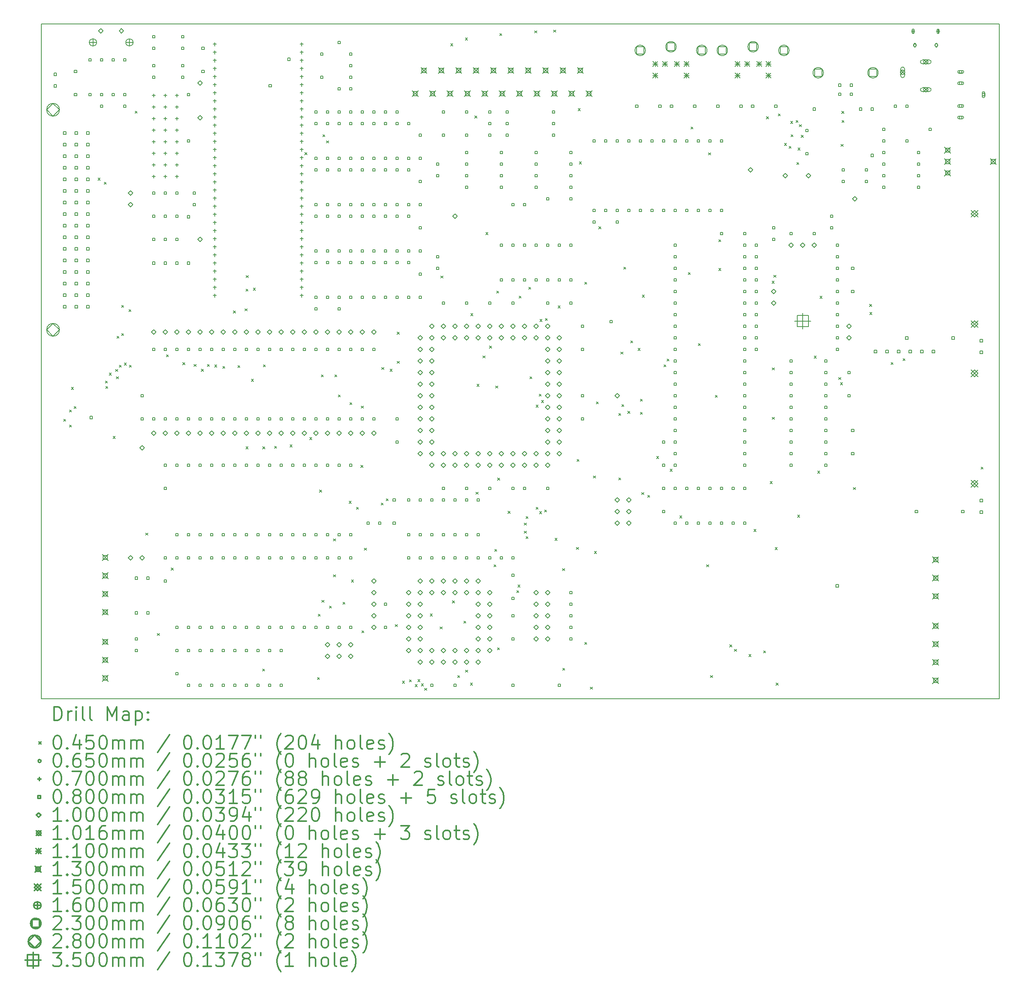
<source format=gbr>
%FSLAX45Y45*%
G04 Gerber Fmt 4.5, Leading zero omitted, Abs format (unit mm)*
G04 Created by KiCad (PCBNEW 5.1.10) date 2021-05-26 01:01:05*
%MOMM*%
%LPD*%
G01*
G04 APERTURE LIST*
%TA.AperFunction,Profile*%
%ADD10C,0.150000*%
%TD*%
%ADD11C,0.200000*%
%ADD12C,0.300000*%
G04 APERTURE END LIST*
D10*
X1600000Y-16300000D02*
X1600000Y-1500000D01*
X22600000Y-16300000D02*
X1600000Y-16300000D01*
X22600000Y-1500000D02*
X22600000Y-16300000D01*
X1600000Y-1500000D02*
X22600000Y-1500000D01*
D11*
X2090836Y-10171059D02*
X2135836Y-10216059D01*
X2135836Y-10171059D02*
X2090836Y-10216059D01*
X2213729Y-10293951D02*
X2258729Y-10338951D01*
X2258729Y-10293951D02*
X2213729Y-10338951D01*
X2215353Y-9967209D02*
X2260353Y-10012209D01*
X2260353Y-9967209D02*
X2215353Y-10012209D01*
X2255994Y-9469060D02*
X2300994Y-9514060D01*
X2300994Y-9469060D02*
X2255994Y-9514060D01*
X2317603Y-9886728D02*
X2362603Y-9931728D01*
X2362603Y-9886728D02*
X2317603Y-9931728D01*
X2842620Y-4879700D02*
X2887620Y-4924700D01*
X2887620Y-4879700D02*
X2842620Y-4924700D01*
X2979780Y-4971140D02*
X3024780Y-5016140D01*
X3024780Y-4971140D02*
X2979780Y-5016140D01*
X3004307Y-9327245D02*
X3049307Y-9372245D01*
X3049307Y-9327245D02*
X3004307Y-9372245D01*
X3010260Y-9447419D02*
X3055260Y-9492419D01*
X3055260Y-9447419D02*
X3010260Y-9492419D01*
X3089000Y-9157060D02*
X3134000Y-9202060D01*
X3134000Y-9157060D02*
X3089000Y-9202060D01*
X3172820Y-10543900D02*
X3217820Y-10588900D01*
X3217820Y-10543900D02*
X3172820Y-10588900D01*
X3228319Y-9073552D02*
X3273319Y-9118552D01*
X3273319Y-9073552D02*
X3228319Y-9118552D01*
X3243940Y-9234513D02*
X3288940Y-9279513D01*
X3288940Y-9234513D02*
X3243940Y-9279513D01*
X3256941Y-8348419D02*
X3301941Y-8393419D01*
X3301941Y-8348419D02*
X3256941Y-8393419D01*
X3305489Y-8981238D02*
X3350489Y-9026238D01*
X3350489Y-8981238D02*
X3305489Y-9026238D01*
X3359273Y-7672201D02*
X3404273Y-7717201D01*
X3404273Y-7672201D02*
X3359273Y-7717201D01*
X3361360Y-8288638D02*
X3406360Y-8333638D01*
X3406360Y-8288638D02*
X3361360Y-8333638D01*
X3416688Y-8935281D02*
X3461688Y-8980281D01*
X3461688Y-8935281D02*
X3416688Y-8980281D01*
X3520234Y-7761907D02*
X3565234Y-7806907D01*
X3565234Y-7761907D02*
X3520234Y-7806907D01*
X3526004Y-8985552D02*
X3571004Y-9030552D01*
X3571004Y-8985552D02*
X3526004Y-9030552D01*
X3655420Y-3411580D02*
X3700420Y-3456580D01*
X3700420Y-3411580D02*
X3655420Y-3456580D01*
X3889100Y-12667340D02*
X3934100Y-12712340D01*
X3934100Y-12667340D02*
X3889100Y-12712340D01*
X4143100Y-14867779D02*
X4188100Y-14912779D01*
X4188100Y-14867779D02*
X4143100Y-14912779D01*
X4342806Y-8756615D02*
X4387806Y-8801615D01*
X4387806Y-8756615D02*
X4342806Y-8801615D01*
X4447738Y-13431081D02*
X4492738Y-13476081D01*
X4492738Y-13431081D02*
X4447738Y-13476081D01*
X4700616Y-8927661D02*
X4745616Y-8972661D01*
X4745616Y-8927661D02*
X4700616Y-8972661D01*
X4946596Y-8968302D02*
X4991596Y-9013302D01*
X4991596Y-8968302D02*
X4946596Y-9013302D01*
X5107030Y-9070700D02*
X5152030Y-9115700D01*
X5152030Y-9070700D02*
X5107030Y-9115700D01*
X5239068Y-8963580D02*
X5284068Y-9008580D01*
X5284068Y-8963580D02*
X5239068Y-9008580D01*
X5400029Y-8979261D02*
X5445029Y-9024261D01*
X5445029Y-8979261D02*
X5400029Y-9024261D01*
X5575660Y-9009740D02*
X5620660Y-9054740D01*
X5620660Y-9009740D02*
X5575660Y-9054740D01*
X5810733Y-7792692D02*
X5855733Y-7837692D01*
X5855733Y-7792692D02*
X5810733Y-7837692D01*
X5906383Y-8988897D02*
X5951383Y-9033897D01*
X5951383Y-8988897D02*
X5906383Y-9033897D01*
X6063997Y-7749112D02*
X6108997Y-7794112D01*
X6108997Y-7749112D02*
X6063997Y-7794112D01*
X6083573Y-10773298D02*
X6128573Y-10818298D01*
X6128573Y-10773298D02*
X6083573Y-10818298D01*
X6084825Y-7317041D02*
X6129825Y-7362041D01*
X6129825Y-7317041D02*
X6084825Y-7362041D01*
X6089281Y-7015898D02*
X6134281Y-7060898D01*
X6134281Y-7015898D02*
X6089281Y-7060898D01*
X6205580Y-9292914D02*
X6250580Y-9337914D01*
X6250580Y-9292914D02*
X6205580Y-9337914D01*
X6245786Y-7294537D02*
X6290786Y-7339537D01*
X6290786Y-7294537D02*
X6245786Y-7339537D01*
X6449420Y-15644220D02*
X6494420Y-15689220D01*
X6494420Y-15644220D02*
X6449420Y-15689220D01*
X6451960Y-10773298D02*
X6496960Y-10818298D01*
X6496960Y-10773298D02*
X6451960Y-10818298D01*
X6464660Y-8974180D02*
X6509660Y-9019180D01*
X6509660Y-8974180D02*
X6464660Y-9019180D01*
X6711040Y-10762340D02*
X6756040Y-10807340D01*
X6756040Y-10762340D02*
X6711040Y-10807340D01*
X7051400Y-10731860D02*
X7096400Y-10776860D01*
X7096400Y-10731860D02*
X7051400Y-10776860D01*
X7375320Y-4320932D02*
X7420320Y-4365932D01*
X7420320Y-4320932D02*
X7375320Y-4365932D01*
X7483200Y-10569300D02*
X7528200Y-10614300D01*
X7528200Y-10569300D02*
X7483200Y-10614300D01*
X7651155Y-15833607D02*
X7696155Y-15878607D01*
X7696155Y-15833607D02*
X7651155Y-15878607D01*
X7668452Y-14441058D02*
X7713452Y-14486058D01*
X7713452Y-14441058D02*
X7668452Y-14486058D01*
X7699100Y-11722460D02*
X7744100Y-11767460D01*
X7744100Y-11722460D02*
X7699100Y-11767460D01*
X7733545Y-9193419D02*
X7778545Y-9238419D01*
X7778545Y-9193419D02*
X7733545Y-9238419D01*
X7749805Y-14140591D02*
X7794805Y-14185591D01*
X7794805Y-14140591D02*
X7749805Y-14185591D01*
X7770455Y-3928769D02*
X7815455Y-3973769D01*
X7815455Y-3928769D02*
X7770455Y-3973769D01*
X7851500Y-4061820D02*
X7896500Y-4106820D01*
X7896500Y-4061820D02*
X7851500Y-4106820D01*
X7912460Y-14268339D02*
X7957460Y-14313339D01*
X7957460Y-14268339D02*
X7912460Y-14313339D01*
X8001295Y-12791891D02*
X8046295Y-12836891D01*
X8046295Y-12791891D02*
X8001295Y-12836891D01*
X8003900Y-13581740D02*
X8048900Y-13626740D01*
X8048900Y-13581740D02*
X8003900Y-13626740D01*
X8032140Y-9193419D02*
X8077140Y-9238419D01*
X8077140Y-9193419D02*
X8032140Y-9238419D01*
X8108040Y-9632040D02*
X8153040Y-9677040D01*
X8153040Y-9632040D02*
X8108040Y-9677040D01*
X8212180Y-14181180D02*
X8257180Y-14226180D01*
X8257180Y-14181180D02*
X8212180Y-14226180D01*
X8343317Y-11967097D02*
X8388317Y-12012097D01*
X8388317Y-11967097D02*
X8343317Y-12012097D01*
X8362040Y-9804760D02*
X8407040Y-9849760D01*
X8407040Y-9804760D02*
X8362040Y-9849760D01*
X8395060Y-13693500D02*
X8440060Y-13738500D01*
X8440060Y-13693500D02*
X8395060Y-13738500D01*
X8506359Y-12099179D02*
X8551359Y-12144179D01*
X8551359Y-12099179D02*
X8506359Y-12144179D01*
X8603340Y-11178900D02*
X8648340Y-11223900D01*
X8648340Y-11178900D02*
X8603340Y-11223900D01*
X8613500Y-9878420D02*
X8658500Y-9923420D01*
X8658500Y-9878420D02*
X8613500Y-9923420D01*
X8626733Y-14807367D02*
X8671733Y-14852367D01*
X8671733Y-14807367D02*
X8626733Y-14852367D01*
X8679540Y-12997540D02*
X8724540Y-13042540D01*
X8724540Y-12997540D02*
X8679540Y-13042540D01*
X9050380Y-12006940D02*
X9095380Y-12051940D01*
X9095380Y-12006940D02*
X9050380Y-12051940D01*
X9059959Y-9030855D02*
X9104959Y-9075855D01*
X9104959Y-9030855D02*
X9059959Y-9075855D01*
X9157060Y-11910420D02*
X9202060Y-11955420D01*
X9202060Y-11910420D02*
X9157060Y-11955420D01*
X9243396Y-9071496D02*
X9288396Y-9116496D01*
X9288396Y-9071496D02*
X9243396Y-9116496D01*
X9358181Y-14673725D02*
X9403181Y-14718725D01*
X9403181Y-14673725D02*
X9358181Y-14718725D01*
X9400900Y-8257900D02*
X9445900Y-8302900D01*
X9445900Y-8257900D02*
X9400900Y-8302900D01*
X9400900Y-8897980D02*
X9445900Y-8942980D01*
X9445900Y-8897980D02*
X9400900Y-8942980D01*
X9513413Y-15912664D02*
X9558413Y-15957664D01*
X9558413Y-15912664D02*
X9513413Y-15957664D01*
X9666488Y-15883100D02*
X9711488Y-15928100D01*
X9711488Y-15883100D02*
X9666488Y-15928100D01*
X9794600Y-15987917D02*
X9839600Y-16032917D01*
X9839600Y-15987917D02*
X9794600Y-16032917D01*
X9853753Y-15877805D02*
X9898753Y-15922805D01*
X9898753Y-15877805D02*
X9853753Y-15922805D01*
X9929093Y-15971619D02*
X9974093Y-16016619D01*
X9974093Y-15971619D02*
X9929093Y-16016619D01*
X9999487Y-16069199D02*
X10044487Y-16114199D01*
X10044487Y-16069199D02*
X9999487Y-16114199D01*
X10122260Y-14440260D02*
X10167260Y-14485260D01*
X10167260Y-14440260D02*
X10122260Y-14485260D01*
X10340700Y-14722200D02*
X10385700Y-14767200D01*
X10385700Y-14722200D02*
X10340700Y-14767200D01*
X10355940Y-7028540D02*
X10400940Y-7073540D01*
X10400940Y-7028540D02*
X10355940Y-7073540D01*
X10574380Y-1933300D02*
X10619380Y-1978300D01*
X10619380Y-1933300D02*
X10574380Y-1978300D01*
X10609940Y-14150700D02*
X10654940Y-14195700D01*
X10654940Y-14150700D02*
X10609940Y-14195700D01*
X10722902Y-15792318D02*
X10767902Y-15837318D01*
X10767902Y-15792318D02*
X10722902Y-15837318D01*
X10861400Y-14595200D02*
X10906400Y-14640200D01*
X10906400Y-14595200D02*
X10861400Y-14640200D01*
X10894420Y-1806300D02*
X10939420Y-1851300D01*
X10939420Y-1806300D02*
X10894420Y-1851300D01*
X10899503Y-15671372D02*
X10944503Y-15716372D01*
X10944503Y-15671372D02*
X10899503Y-15716372D01*
X11006180Y-15954100D02*
X11051180Y-15999100D01*
X11051180Y-15954100D02*
X11006180Y-15999100D01*
X11011260Y-7851500D02*
X11056260Y-7896500D01*
X11056260Y-7851500D02*
X11011260Y-7896500D01*
X11102700Y-3518260D02*
X11147700Y-3563260D01*
X11147700Y-3518260D02*
X11102700Y-3563260D01*
X11125633Y-11765613D02*
X11170633Y-11810613D01*
X11170633Y-11765613D02*
X11125633Y-11810613D01*
X11148420Y-9400900D02*
X11193420Y-9445900D01*
X11193420Y-9400900D02*
X11148420Y-9445900D01*
X11278901Y-8777744D02*
X11323901Y-8822744D01*
X11323901Y-8777744D02*
X11278901Y-8822744D01*
X11344000Y-6073500D02*
X11389000Y-6118500D01*
X11389000Y-6073500D02*
X11344000Y-6118500D01*
X11422740Y-8562700D02*
X11467740Y-8607700D01*
X11467740Y-8562700D02*
X11422740Y-8607700D01*
X11519260Y-13358220D02*
X11564260Y-13403220D01*
X11564260Y-13358220D02*
X11519260Y-13403220D01*
X11539169Y-13020328D02*
X11584169Y-13065328D01*
X11584169Y-13020328D02*
X11539169Y-13065328D01*
X11559900Y-9441540D02*
X11604900Y-9486540D01*
X11604900Y-9441540D02*
X11559900Y-9486540D01*
X11581019Y-7357776D02*
X11626019Y-7402776D01*
X11626019Y-7357776D02*
X11581019Y-7402776D01*
X11595460Y-15181940D02*
X11640460Y-15226940D01*
X11640460Y-15181940D02*
X11595460Y-15226940D01*
X11599740Y-11459508D02*
X11644740Y-11504508D01*
X11644740Y-11459508D02*
X11599740Y-11504508D01*
X11646260Y-1708978D02*
X11691260Y-1753978D01*
X11691260Y-1708978D02*
X11646260Y-1753978D01*
X11829939Y-12188552D02*
X11874939Y-12233552D01*
X11874939Y-12188552D02*
X11829939Y-12233552D01*
X12022180Y-13927180D02*
X12067180Y-13972180D01*
X12067180Y-13927180D02*
X12022180Y-13972180D01*
X12047580Y-13805260D02*
X12092580Y-13850260D01*
X12092580Y-13805260D02*
X12047580Y-13850260D01*
X12072980Y-7465420D02*
X12117980Y-7510420D01*
X12117980Y-7465420D02*
X12072980Y-7510420D01*
X12183941Y-12447139D02*
X12228941Y-12492139D01*
X12228941Y-12447139D02*
X12183941Y-12492139D01*
X12185403Y-12625165D02*
X12230403Y-12670165D01*
X12230403Y-12625165D02*
X12185403Y-12670165D01*
X12223613Y-12739258D02*
X12268613Y-12784258D01*
X12268613Y-12739258D02*
X12223613Y-12784258D01*
X12224582Y-12304456D02*
X12269582Y-12349456D01*
X12269582Y-12304456D02*
X12224582Y-12349456D01*
X12281260Y-7272380D02*
X12326260Y-7317380D01*
X12326260Y-7272380D02*
X12281260Y-7317380D01*
X12307289Y-9234688D02*
X12352289Y-9279688D01*
X12352289Y-9234688D02*
X12307289Y-9279688D01*
X12413340Y-1648820D02*
X12458340Y-1693820D01*
X12458340Y-1648820D02*
X12413340Y-1693820D01*
X12443820Y-9858100D02*
X12488820Y-9903100D01*
X12488820Y-9858100D02*
X12443820Y-9903100D01*
X12444368Y-12100123D02*
X12489368Y-12145123D01*
X12489368Y-12100123D02*
X12444368Y-12145123D01*
X12509860Y-9619340D02*
X12554860Y-9664340D01*
X12554860Y-9619340D02*
X12509860Y-9664340D01*
X12517353Y-12195781D02*
X12562353Y-12240781D01*
X12562353Y-12195781D02*
X12517353Y-12240781D01*
X12526747Y-7978679D02*
X12571747Y-8023679D01*
X12571747Y-7978679D02*
X12526747Y-8023679D01*
X12560660Y-9756500D02*
X12605660Y-9801500D01*
X12605660Y-9756500D02*
X12560660Y-9801500D01*
X12631870Y-12158862D02*
X12676870Y-12203862D01*
X12676870Y-12158862D02*
X12631870Y-12203862D01*
X12645062Y-7956799D02*
X12690062Y-8001799D01*
X12690062Y-7956799D02*
X12645062Y-8001799D01*
X12829900Y-1633580D02*
X12874900Y-1678580D01*
X12874900Y-1633580D02*
X12829900Y-1678580D01*
X12860841Y-12779899D02*
X12905841Y-12824899D01*
X12905841Y-12779899D02*
X12860841Y-12824899D01*
X12926420Y-7683860D02*
X12971420Y-7728860D01*
X12971420Y-7683860D02*
X12926420Y-7728860D01*
X13022940Y-13444580D02*
X13067940Y-13489580D01*
X13067940Y-13444580D02*
X13022940Y-13489580D01*
X13028020Y-15629779D02*
X13073020Y-15674779D01*
X13073020Y-15629779D02*
X13028020Y-15674779D01*
X13329264Y-12976712D02*
X13374264Y-13021712D01*
X13374264Y-12976712D02*
X13329264Y-13021712D01*
X13339217Y-11050159D02*
X13384217Y-11095159D01*
X13384217Y-11050159D02*
X13339217Y-11095159D01*
X13368380Y-3355700D02*
X13413380Y-3400700D01*
X13413380Y-3355700D02*
X13368380Y-3400700D01*
X13393780Y-4524100D02*
X13438780Y-4569100D01*
X13438780Y-4524100D02*
X13393780Y-4569100D01*
X13510620Y-7160620D02*
X13555620Y-7205620D01*
X13555620Y-7160620D02*
X13510620Y-7205620D01*
X13510620Y-15060020D02*
X13555620Y-15105020D01*
X13555620Y-15060020D02*
X13510620Y-15105020D01*
X13632540Y-16045540D02*
X13677540Y-16090540D01*
X13677540Y-16045540D02*
X13632540Y-16090540D01*
X13700925Y-11415315D02*
X13745925Y-11460315D01*
X13745925Y-11415315D02*
X13700925Y-11460315D01*
X13723980Y-13068660D02*
X13768980Y-13113660D01*
X13768980Y-13068660D02*
X13723980Y-13113660D01*
X13764620Y-9786980D02*
X13809620Y-9831980D01*
X13809620Y-9786980D02*
X13764620Y-9831980D01*
X13820500Y-5946501D02*
X13865500Y-5991501D01*
X13865500Y-5946501D02*
X13820500Y-5991501D01*
X14253099Y-10040980D02*
X14298099Y-10085980D01*
X14298099Y-10040980D02*
X14253099Y-10085980D01*
X14253099Y-11452421D02*
X14298099Y-11497421D01*
X14298099Y-11452421D02*
X14253099Y-11497421D01*
X14303100Y-8694780D02*
X14348100Y-8739780D01*
X14348100Y-8694780D02*
X14303100Y-8739780D01*
X14323420Y-9847940D02*
X14368420Y-9892940D01*
X14368420Y-9847940D02*
X14323420Y-9892940D01*
X14364060Y-6834484D02*
X14409060Y-6879484D01*
X14409060Y-6834484D02*
X14364060Y-6879484D01*
X14453184Y-9994959D02*
X14498184Y-10039959D01*
X14498184Y-9994959D02*
X14453184Y-10039959D01*
X14517256Y-8449464D02*
X14562256Y-8494464D01*
X14562256Y-8449464D02*
X14517256Y-8494464D01*
X14681332Y-8614210D02*
X14726332Y-8659210D01*
X14726332Y-8614210D02*
X14681332Y-8659210D01*
X14730620Y-9725896D02*
X14775620Y-9770896D01*
X14775620Y-9725896D02*
X14730620Y-9770896D01*
X14730620Y-10013982D02*
X14775620Y-10058982D01*
X14775620Y-10013982D02*
X14730620Y-10058982D01*
X14760300Y-11778340D02*
X14805300Y-11823340D01*
X14805300Y-11778340D02*
X14760300Y-11823340D01*
X14770460Y-7445100D02*
X14815460Y-7490100D01*
X14815460Y-7445100D02*
X14770460Y-7490100D01*
X14892376Y-11834224D02*
X14937376Y-11879224D01*
X14937376Y-11834224D02*
X14892376Y-11879224D01*
X15084648Y-10985591D02*
X15129648Y-11030591D01*
X15129648Y-10985591D02*
X15084648Y-11030591D01*
X15247175Y-8976430D02*
X15292175Y-9021430D01*
X15292175Y-8976430D02*
X15247175Y-9021430D01*
X15310893Y-8849133D02*
X15355893Y-8894133D01*
X15355893Y-8849133D02*
X15310893Y-8894133D01*
X15383402Y-11264926D02*
X15428402Y-11309926D01*
X15428402Y-11264926D02*
X15383402Y-11309926D01*
X15594994Y-12289821D02*
X15639994Y-12334821D01*
X15639994Y-12289821D02*
X15594994Y-12334821D01*
X15781380Y-6952340D02*
X15826380Y-6997340D01*
X15826380Y-6952340D02*
X15781380Y-6997340D01*
X15837260Y-3757819D02*
X15882260Y-3802819D01*
X15882260Y-3757819D02*
X15837260Y-3802819D01*
X15998853Y-8507787D02*
X16043853Y-8552787D01*
X16043853Y-8507787D02*
X15998853Y-8552787D01*
X16181901Y-13362837D02*
X16226901Y-13407837D01*
X16226901Y-13362837D02*
X16181901Y-13407837D01*
X16223340Y-4325181D02*
X16268340Y-4370181D01*
X16268340Y-4325181D02*
X16223340Y-4370181D01*
X16265258Y-15787738D02*
X16310258Y-15832738D01*
X16310258Y-15787738D02*
X16265258Y-15832738D01*
X16371399Y-9641809D02*
X16416399Y-9686809D01*
X16416399Y-9641809D02*
X16371399Y-9686809D01*
X16446061Y-6230980D02*
X16491061Y-6275980D01*
X16491061Y-6230980D02*
X16446061Y-6275980D01*
X16446061Y-6860900D02*
X16491061Y-6905900D01*
X16491061Y-6860900D02*
X16446061Y-6905900D01*
X16690700Y-15115900D02*
X16735700Y-15160900D01*
X16735700Y-15115900D02*
X16690700Y-15160900D01*
X16792300Y-15212420D02*
X16837300Y-15257420D01*
X16837300Y-15212420D02*
X16792300Y-15257420D01*
X17107260Y-15329260D02*
X17152260Y-15374260D01*
X17152260Y-15329260D02*
X17107260Y-15374260D01*
X17219020Y-12586060D02*
X17264020Y-12631060D01*
X17264020Y-12586060D02*
X17219020Y-12631060D01*
X17432380Y-15247980D02*
X17477380Y-15292980D01*
X17477380Y-15247980D02*
X17432380Y-15292980D01*
X17493340Y-3533500D02*
X17538340Y-3578500D01*
X17538340Y-3533500D02*
X17493340Y-3578500D01*
X17573821Y-11534500D02*
X17618821Y-11579500D01*
X17618821Y-11534500D02*
X17573821Y-11579500D01*
X17618568Y-7140637D02*
X17663568Y-7185637D01*
X17663568Y-7140637D02*
X17618568Y-7185637D01*
X17619541Y-9042580D02*
X17664541Y-9087580D01*
X17664541Y-9042580D02*
X17619541Y-9087580D01*
X17619541Y-10128352D02*
X17664541Y-10173352D01*
X17664541Y-10128352D02*
X17619541Y-10173352D01*
X17655392Y-7011776D02*
X17700392Y-7056776D01*
X17700392Y-7011776D02*
X17655392Y-7056776D01*
X17683332Y-12984332D02*
X17728332Y-13029332D01*
X17728332Y-12984332D02*
X17683332Y-13029332D01*
X17706700Y-15954100D02*
X17751700Y-15999100D01*
X17751700Y-15954100D02*
X17706700Y-15999100D01*
X17753944Y-3472540D02*
X17798944Y-3517540D01*
X17798944Y-3472540D02*
X17753944Y-3517540D01*
X17889580Y-4117700D02*
X17934580Y-4162700D01*
X17934580Y-4117700D02*
X17889580Y-4162700D01*
X17991072Y-4182326D02*
X18036072Y-4227326D01*
X18036072Y-4182326D02*
X17991072Y-4227326D01*
X18023817Y-3635578D02*
X18068817Y-3680578D01*
X18068817Y-3635578D02*
X18023817Y-3680578D01*
X18033659Y-3927098D02*
X18078659Y-3972098D01*
X18078659Y-3927098D02*
X18033659Y-3972098D01*
X18142277Y-3614500D02*
X18187277Y-3659500D01*
X18187277Y-3614500D02*
X18142277Y-3659500D01*
X18158820Y-4539340D02*
X18203820Y-4584340D01*
X18203820Y-4539340D02*
X18158820Y-4584340D01*
X18174060Y-12271100D02*
X18219060Y-12316100D01*
X18219060Y-12271100D02*
X18174060Y-12316100D01*
X18184129Y-4219481D02*
X18229129Y-4264481D01*
X18229129Y-4219481D02*
X18184129Y-4264481D01*
X18214692Y-3710590D02*
X18259692Y-3755590D01*
X18259692Y-3710590D02*
X18214692Y-3755590D01*
X18255340Y-3941498D02*
X18300340Y-3986498D01*
X18300340Y-3941498D02*
X18255340Y-3986498D01*
X18540618Y-8783995D02*
X18585618Y-8828995D01*
X18585618Y-8783995D02*
X18540618Y-8828995D01*
X18616239Y-11307161D02*
X18661239Y-11352161D01*
X18661239Y-11307161D02*
X18616239Y-11352161D01*
X18666820Y-7470500D02*
X18711820Y-7515500D01*
X18711820Y-7470500D02*
X18666820Y-7515500D01*
X19078300Y-9253580D02*
X19123300Y-9298580D01*
X19123300Y-9253580D02*
X19078300Y-9298580D01*
X19113208Y-9368726D02*
X19158208Y-9413726D01*
X19158208Y-9368726D02*
X19113208Y-9413726D01*
X19129100Y-4138020D02*
X19174100Y-4183020D01*
X19174100Y-4138020D02*
X19129100Y-4183020D01*
X19144340Y-3416660D02*
X19189340Y-3461660D01*
X19189340Y-3416660D02*
X19144340Y-3461660D01*
X19149420Y-3614780D02*
X19194420Y-3659780D01*
X19194420Y-3614780D02*
X19149420Y-3659780D01*
X19398340Y-11666580D02*
X19443340Y-11711580D01*
X19443340Y-11666580D02*
X19398340Y-11711580D01*
X19753940Y-7648300D02*
X19798940Y-7693300D01*
X19798940Y-7648300D02*
X19753940Y-7693300D01*
X19759020Y-7826100D02*
X19804020Y-7871100D01*
X19804020Y-7826100D02*
X19759020Y-7871100D01*
X20224360Y-8926440D02*
X20269360Y-8971440D01*
X20269360Y-8926440D02*
X20224360Y-8971440D01*
X20485460Y-8837020D02*
X20530460Y-8882020D01*
X20530460Y-8837020D02*
X20485460Y-8882020D01*
X22197420Y-11219540D02*
X22242420Y-11264540D01*
X22242420Y-11219540D02*
X22197420Y-11264540D01*
X20779400Y-1966160D02*
G75*
G03*
X20779400Y-1966160I-32500J0D01*
G01*
X20724400Y-1946160D02*
X20724400Y-1986160D01*
X20769400Y-1946160D02*
X20769400Y-1986160D01*
X20724400Y-1986160D02*
G75*
G03*
X20769400Y-1986160I22500J0D01*
G01*
X20769400Y-1946160D02*
G75*
G03*
X20724400Y-1946160I-22500J0D01*
G01*
X21249400Y-1966160D02*
G75*
G03*
X21249400Y-1966160I-32500J0D01*
G01*
X21239400Y-1986160D02*
X21239400Y-1946160D01*
X21194400Y-1986160D02*
X21194400Y-1946160D01*
X21239400Y-1946160D02*
G75*
G03*
X21194400Y-1946160I-22500J0D01*
G01*
X21194400Y-1986160D02*
G75*
G03*
X21239400Y-1986160I22500J0D01*
G01*
X4064000Y-3029000D02*
X4064000Y-3099000D01*
X4029000Y-3064000D02*
X4099000Y-3064000D01*
X4064000Y-3283000D02*
X4064000Y-3353000D01*
X4029000Y-3318000D02*
X4099000Y-3318000D01*
X4064000Y-3537000D02*
X4064000Y-3607000D01*
X4029000Y-3572000D02*
X4099000Y-3572000D01*
X4064000Y-3791000D02*
X4064000Y-3861000D01*
X4029000Y-3826000D02*
X4099000Y-3826000D01*
X4064000Y-4045000D02*
X4064000Y-4115000D01*
X4029000Y-4080000D02*
X4099000Y-4080000D01*
X4064000Y-4299000D02*
X4064000Y-4369000D01*
X4029000Y-4334000D02*
X4099000Y-4334000D01*
X4064000Y-4553000D02*
X4064000Y-4623000D01*
X4029000Y-4588000D02*
X4099000Y-4588000D01*
X4064000Y-4807000D02*
X4064000Y-4877000D01*
X4029000Y-4842000D02*
X4099000Y-4842000D01*
X4318000Y-3029000D02*
X4318000Y-3099000D01*
X4283000Y-3064000D02*
X4353000Y-3064000D01*
X4318000Y-3283000D02*
X4318000Y-3353000D01*
X4283000Y-3318000D02*
X4353000Y-3318000D01*
X4318000Y-3537000D02*
X4318000Y-3607000D01*
X4283000Y-3572000D02*
X4353000Y-3572000D01*
X4318000Y-3791000D02*
X4318000Y-3861000D01*
X4283000Y-3826000D02*
X4353000Y-3826000D01*
X4318000Y-4045000D02*
X4318000Y-4115000D01*
X4283000Y-4080000D02*
X4353000Y-4080000D01*
X4318000Y-4299000D02*
X4318000Y-4369000D01*
X4283000Y-4334000D02*
X4353000Y-4334000D01*
X4318000Y-4553000D02*
X4318000Y-4623000D01*
X4283000Y-4588000D02*
X4353000Y-4588000D01*
X4318000Y-4807000D02*
X4318000Y-4877000D01*
X4283000Y-4842000D02*
X4353000Y-4842000D01*
X4572000Y-3029000D02*
X4572000Y-3099000D01*
X4537000Y-3064000D02*
X4607000Y-3064000D01*
X4572000Y-3283000D02*
X4572000Y-3353000D01*
X4537000Y-3318000D02*
X4607000Y-3318000D01*
X4572000Y-3537000D02*
X4572000Y-3607000D01*
X4537000Y-3572000D02*
X4607000Y-3572000D01*
X4572000Y-3791000D02*
X4572000Y-3861000D01*
X4537000Y-3826000D02*
X4607000Y-3826000D01*
X4572000Y-4045000D02*
X4572000Y-4115000D01*
X4537000Y-4080000D02*
X4607000Y-4080000D01*
X4572000Y-4299000D02*
X4572000Y-4369000D01*
X4537000Y-4334000D02*
X4607000Y-4334000D01*
X4572000Y-4553000D02*
X4572000Y-4623000D01*
X4537000Y-4588000D02*
X4607000Y-4588000D01*
X4572000Y-4807000D02*
X4572000Y-4877000D01*
X4537000Y-4842000D02*
X4607000Y-4842000D01*
X5397500Y-1908100D02*
X5397500Y-1978100D01*
X5362500Y-1943100D02*
X5432500Y-1943100D01*
X5397500Y-2085900D02*
X5397500Y-2155900D01*
X5362500Y-2120900D02*
X5432500Y-2120900D01*
X5397500Y-2263700D02*
X5397500Y-2333700D01*
X5362500Y-2298700D02*
X5432500Y-2298700D01*
X5397500Y-2441500D02*
X5397500Y-2511500D01*
X5362500Y-2476500D02*
X5432500Y-2476500D01*
X5397500Y-2619300D02*
X5397500Y-2689300D01*
X5362500Y-2654300D02*
X5432500Y-2654300D01*
X5397500Y-2797100D02*
X5397500Y-2867100D01*
X5362500Y-2832100D02*
X5432500Y-2832100D01*
X5397500Y-2974900D02*
X5397500Y-3044900D01*
X5362500Y-3009900D02*
X5432500Y-3009900D01*
X5397500Y-3152700D02*
X5397500Y-3222700D01*
X5362500Y-3187700D02*
X5432500Y-3187700D01*
X5397500Y-3330500D02*
X5397500Y-3400500D01*
X5362500Y-3365500D02*
X5432500Y-3365500D01*
X5397500Y-3508300D02*
X5397500Y-3578300D01*
X5362500Y-3543300D02*
X5432500Y-3543300D01*
X5397500Y-3686100D02*
X5397500Y-3756100D01*
X5362500Y-3721100D02*
X5432500Y-3721100D01*
X5397500Y-3863900D02*
X5397500Y-3933900D01*
X5362500Y-3898900D02*
X5432500Y-3898900D01*
X5397500Y-4041700D02*
X5397500Y-4111700D01*
X5362500Y-4076700D02*
X5432500Y-4076700D01*
X5397500Y-4219500D02*
X5397500Y-4289500D01*
X5362500Y-4254500D02*
X5432500Y-4254500D01*
X5397500Y-4397300D02*
X5397500Y-4467300D01*
X5362500Y-4432300D02*
X5432500Y-4432300D01*
X5397500Y-4575100D02*
X5397500Y-4645100D01*
X5362500Y-4610100D02*
X5432500Y-4610100D01*
X5397500Y-4752900D02*
X5397500Y-4822900D01*
X5362500Y-4787900D02*
X5432500Y-4787900D01*
X5397500Y-4930700D02*
X5397500Y-5000700D01*
X5362500Y-4965700D02*
X5432500Y-4965700D01*
X5397500Y-5108500D02*
X5397500Y-5178500D01*
X5362500Y-5143500D02*
X5432500Y-5143500D01*
X5397500Y-5286300D02*
X5397500Y-5356300D01*
X5362500Y-5321300D02*
X5432500Y-5321300D01*
X5397500Y-5464100D02*
X5397500Y-5534100D01*
X5362500Y-5499100D02*
X5432500Y-5499100D01*
X5397500Y-5641900D02*
X5397500Y-5711900D01*
X5362500Y-5676900D02*
X5432500Y-5676900D01*
X5397500Y-5819700D02*
X5397500Y-5889700D01*
X5362500Y-5854700D02*
X5432500Y-5854700D01*
X5397500Y-5997500D02*
X5397500Y-6067500D01*
X5362500Y-6032500D02*
X5432500Y-6032500D01*
X5397500Y-6175300D02*
X5397500Y-6245300D01*
X5362500Y-6210300D02*
X5432500Y-6210300D01*
X5397500Y-6353100D02*
X5397500Y-6423100D01*
X5362500Y-6388100D02*
X5432500Y-6388100D01*
X5397500Y-6530900D02*
X5397500Y-6600900D01*
X5362500Y-6565900D02*
X5432500Y-6565900D01*
X5397500Y-6708700D02*
X5397500Y-6778700D01*
X5362500Y-6743700D02*
X5432500Y-6743700D01*
X5397500Y-6886500D02*
X5397500Y-6956500D01*
X5362500Y-6921500D02*
X5432500Y-6921500D01*
X5397500Y-7064300D02*
X5397500Y-7134300D01*
X5362500Y-7099300D02*
X5432500Y-7099300D01*
X5397500Y-7242100D02*
X5397500Y-7312100D01*
X5362500Y-7277100D02*
X5432500Y-7277100D01*
X5397500Y-7419900D02*
X5397500Y-7489900D01*
X5362500Y-7454900D02*
X5432500Y-7454900D01*
X7302500Y-1908100D02*
X7302500Y-1978100D01*
X7267500Y-1943100D02*
X7337500Y-1943100D01*
X7302500Y-2085900D02*
X7302500Y-2155900D01*
X7267500Y-2120900D02*
X7337500Y-2120900D01*
X7302500Y-2263700D02*
X7302500Y-2333700D01*
X7267500Y-2298700D02*
X7337500Y-2298700D01*
X7302500Y-2441500D02*
X7302500Y-2511500D01*
X7267500Y-2476500D02*
X7337500Y-2476500D01*
X7302500Y-2619300D02*
X7302500Y-2689300D01*
X7267500Y-2654300D02*
X7337500Y-2654300D01*
X7302500Y-2797100D02*
X7302500Y-2867100D01*
X7267500Y-2832100D02*
X7337500Y-2832100D01*
X7302500Y-2974900D02*
X7302500Y-3044900D01*
X7267500Y-3009900D02*
X7337500Y-3009900D01*
X7302500Y-3152700D02*
X7302500Y-3222700D01*
X7267500Y-3187700D02*
X7337500Y-3187700D01*
X7302500Y-3330500D02*
X7302500Y-3400500D01*
X7267500Y-3365500D02*
X7337500Y-3365500D01*
X7302500Y-3508300D02*
X7302500Y-3578300D01*
X7267500Y-3543300D02*
X7337500Y-3543300D01*
X7302500Y-3686100D02*
X7302500Y-3756100D01*
X7267500Y-3721100D02*
X7337500Y-3721100D01*
X7302500Y-3863900D02*
X7302500Y-3933900D01*
X7267500Y-3898900D02*
X7337500Y-3898900D01*
X7302500Y-4041700D02*
X7302500Y-4111700D01*
X7267500Y-4076700D02*
X7337500Y-4076700D01*
X7302500Y-4219500D02*
X7302500Y-4289500D01*
X7267500Y-4254500D02*
X7337500Y-4254500D01*
X7302500Y-4397300D02*
X7302500Y-4467300D01*
X7267500Y-4432300D02*
X7337500Y-4432300D01*
X7302500Y-4575100D02*
X7302500Y-4645100D01*
X7267500Y-4610100D02*
X7337500Y-4610100D01*
X7302500Y-4752900D02*
X7302500Y-4822900D01*
X7267500Y-4787900D02*
X7337500Y-4787900D01*
X7302500Y-4930700D02*
X7302500Y-5000700D01*
X7267500Y-4965700D02*
X7337500Y-4965700D01*
X7302500Y-5108500D02*
X7302500Y-5178500D01*
X7267500Y-5143500D02*
X7337500Y-5143500D01*
X7302500Y-5286300D02*
X7302500Y-5356300D01*
X7267500Y-5321300D02*
X7337500Y-5321300D01*
X7302500Y-5464100D02*
X7302500Y-5534100D01*
X7267500Y-5499100D02*
X7337500Y-5499100D01*
X7302500Y-5641900D02*
X7302500Y-5711900D01*
X7267500Y-5676900D02*
X7337500Y-5676900D01*
X7302500Y-5819700D02*
X7302500Y-5889700D01*
X7267500Y-5854700D02*
X7337500Y-5854700D01*
X7302500Y-5997500D02*
X7302500Y-6067500D01*
X7267500Y-6032500D02*
X7337500Y-6032500D01*
X7302500Y-6175300D02*
X7302500Y-6245300D01*
X7267500Y-6210300D02*
X7337500Y-6210300D01*
X7302500Y-6353100D02*
X7302500Y-6423100D01*
X7267500Y-6388100D02*
X7337500Y-6388100D01*
X7302500Y-6530900D02*
X7302500Y-6600900D01*
X7267500Y-6565900D02*
X7337500Y-6565900D01*
X7302500Y-6708700D02*
X7302500Y-6778700D01*
X7267500Y-6743700D02*
X7337500Y-6743700D01*
X7302500Y-6886500D02*
X7302500Y-6956500D01*
X7267500Y-6921500D02*
X7337500Y-6921500D01*
X7302500Y-7064300D02*
X7302500Y-7134300D01*
X7267500Y-7099300D02*
X7337500Y-7099300D01*
X7302500Y-7242100D02*
X7302500Y-7312100D01*
X7267500Y-7277100D02*
X7337500Y-7277100D01*
X7302500Y-7419900D02*
X7302500Y-7489900D01*
X7267500Y-7454900D02*
X7337500Y-7454900D01*
X20709400Y-1626160D02*
X20709400Y-1696160D01*
X20674400Y-1661160D02*
X20744400Y-1661160D01*
X20684400Y-1636160D02*
X20684400Y-1686160D01*
X20734400Y-1636160D02*
X20734400Y-1686160D01*
X20684400Y-1686160D02*
G75*
G03*
X20734400Y-1686160I25000J0D01*
G01*
X20734400Y-1636160D02*
G75*
G03*
X20684400Y-1636160I-25000J0D01*
G01*
X21254400Y-1626160D02*
X21254400Y-1696160D01*
X21219400Y-1661160D02*
X21289400Y-1661160D01*
X21229400Y-1636160D02*
X21229400Y-1686160D01*
X21279400Y-1636160D02*
X21279400Y-1686160D01*
X21229400Y-1686160D02*
G75*
G03*
X21279400Y-1686160I25000J0D01*
G01*
X21279400Y-1636160D02*
G75*
G03*
X21229400Y-1636160I-25000J0D01*
G01*
X1933284Y-2631785D02*
X1933284Y-2575216D01*
X1876715Y-2575216D01*
X1876715Y-2631785D01*
X1933284Y-2631785D01*
X1933284Y-2885784D02*
X1933284Y-2829215D01*
X1876715Y-2829215D01*
X1876715Y-2885784D01*
X1933284Y-2885784D01*
X2138285Y-3918284D02*
X2138285Y-3861715D01*
X2081715Y-3861715D01*
X2081715Y-3918284D01*
X2138285Y-3918284D01*
X2138285Y-4172284D02*
X2138285Y-4115715D01*
X2081715Y-4115715D01*
X2081715Y-4172284D01*
X2138285Y-4172284D01*
X2138285Y-4426285D02*
X2138285Y-4369716D01*
X2081715Y-4369716D01*
X2081715Y-4426285D01*
X2138285Y-4426285D01*
X2138285Y-4680285D02*
X2138285Y-4623716D01*
X2081715Y-4623716D01*
X2081715Y-4680285D01*
X2138285Y-4680285D01*
X2138285Y-4934285D02*
X2138285Y-4877716D01*
X2081715Y-4877716D01*
X2081715Y-4934285D01*
X2138285Y-4934285D01*
X2138285Y-5188285D02*
X2138285Y-5131716D01*
X2081715Y-5131716D01*
X2081715Y-5188285D01*
X2138285Y-5188285D01*
X2138285Y-5442285D02*
X2138285Y-5385716D01*
X2081715Y-5385716D01*
X2081715Y-5442285D01*
X2138285Y-5442285D01*
X2138285Y-5696284D02*
X2138285Y-5639715D01*
X2081715Y-5639715D01*
X2081715Y-5696284D01*
X2138285Y-5696284D01*
X2138285Y-5950284D02*
X2138285Y-5893715D01*
X2081715Y-5893715D01*
X2081715Y-5950284D01*
X2138285Y-5950284D01*
X2138285Y-6204284D02*
X2138285Y-6147715D01*
X2081715Y-6147715D01*
X2081715Y-6204284D01*
X2138285Y-6204284D01*
X2138285Y-6458284D02*
X2138285Y-6401715D01*
X2081715Y-6401715D01*
X2081715Y-6458284D01*
X2138285Y-6458284D01*
X2138285Y-6712284D02*
X2138285Y-6655715D01*
X2081715Y-6655715D01*
X2081715Y-6712284D01*
X2138285Y-6712284D01*
X2138285Y-6966284D02*
X2138285Y-6909715D01*
X2081715Y-6909715D01*
X2081715Y-6966284D01*
X2138285Y-6966284D01*
X2138285Y-7220284D02*
X2138285Y-7163715D01*
X2081715Y-7163715D01*
X2081715Y-7220284D01*
X2138285Y-7220284D01*
X2138285Y-7474284D02*
X2138285Y-7417715D01*
X2081715Y-7417715D01*
X2081715Y-7474284D01*
X2138285Y-7474284D01*
X2138285Y-7728284D02*
X2138285Y-7671715D01*
X2081715Y-7671715D01*
X2081715Y-7728284D01*
X2138285Y-7728284D01*
X2377785Y-2568285D02*
X2377785Y-2511716D01*
X2321216Y-2511716D01*
X2321216Y-2568285D01*
X2377785Y-2568285D01*
X2377785Y-3076284D02*
X2377785Y-3019715D01*
X2321216Y-3019715D01*
X2321216Y-3076284D01*
X2377785Y-3076284D01*
X2392285Y-3918284D02*
X2392285Y-3861715D01*
X2335716Y-3861715D01*
X2335716Y-3918284D01*
X2392285Y-3918284D01*
X2392285Y-4172284D02*
X2392285Y-4115715D01*
X2335716Y-4115715D01*
X2335716Y-4172284D01*
X2392285Y-4172284D01*
X2392285Y-4426285D02*
X2392285Y-4369716D01*
X2335716Y-4369716D01*
X2335716Y-4426285D01*
X2392285Y-4426285D01*
X2392285Y-4680285D02*
X2392285Y-4623716D01*
X2335716Y-4623716D01*
X2335716Y-4680285D01*
X2392285Y-4680285D01*
X2392285Y-4934285D02*
X2392285Y-4877716D01*
X2335716Y-4877716D01*
X2335716Y-4934285D01*
X2392285Y-4934285D01*
X2392285Y-5188285D02*
X2392285Y-5131716D01*
X2335716Y-5131716D01*
X2335716Y-5188285D01*
X2392285Y-5188285D01*
X2392285Y-5442285D02*
X2392285Y-5385716D01*
X2335716Y-5385716D01*
X2335716Y-5442285D01*
X2392285Y-5442285D01*
X2392285Y-5696284D02*
X2392285Y-5639715D01*
X2335716Y-5639715D01*
X2335716Y-5696284D01*
X2392285Y-5696284D01*
X2392285Y-5950284D02*
X2392285Y-5893715D01*
X2335716Y-5893715D01*
X2335716Y-5950284D01*
X2392285Y-5950284D01*
X2392285Y-6204284D02*
X2392285Y-6147715D01*
X2335716Y-6147715D01*
X2335716Y-6204284D01*
X2392285Y-6204284D01*
X2392285Y-6458284D02*
X2392285Y-6401715D01*
X2335716Y-6401715D01*
X2335716Y-6458284D01*
X2392285Y-6458284D01*
X2392285Y-6712284D02*
X2392285Y-6655715D01*
X2335716Y-6655715D01*
X2335716Y-6712284D01*
X2392285Y-6712284D01*
X2392285Y-6966284D02*
X2392285Y-6909715D01*
X2335716Y-6909715D01*
X2335716Y-6966284D01*
X2392285Y-6966284D01*
X2392285Y-7220284D02*
X2392285Y-7163715D01*
X2335716Y-7163715D01*
X2335716Y-7220284D01*
X2392285Y-7220284D01*
X2392285Y-7474284D02*
X2392285Y-7417715D01*
X2335716Y-7417715D01*
X2335716Y-7474284D01*
X2392285Y-7474284D01*
X2392285Y-7728284D02*
X2392285Y-7671715D01*
X2335716Y-7671715D01*
X2335716Y-7728284D01*
X2392285Y-7728284D01*
X2646285Y-3918284D02*
X2646285Y-3861715D01*
X2589716Y-3861715D01*
X2589716Y-3918284D01*
X2646285Y-3918284D01*
X2646285Y-4172284D02*
X2646285Y-4115715D01*
X2589716Y-4115715D01*
X2589716Y-4172284D01*
X2646285Y-4172284D01*
X2646285Y-4426285D02*
X2646285Y-4369716D01*
X2589716Y-4369716D01*
X2589716Y-4426285D01*
X2646285Y-4426285D01*
X2646285Y-4680285D02*
X2646285Y-4623716D01*
X2589716Y-4623716D01*
X2589716Y-4680285D01*
X2646285Y-4680285D01*
X2646285Y-4934285D02*
X2646285Y-4877716D01*
X2589716Y-4877716D01*
X2589716Y-4934285D01*
X2646285Y-4934285D01*
X2646285Y-5188285D02*
X2646285Y-5131716D01*
X2589716Y-5131716D01*
X2589716Y-5188285D01*
X2646285Y-5188285D01*
X2646285Y-5442285D02*
X2646285Y-5385716D01*
X2589716Y-5385716D01*
X2589716Y-5442285D01*
X2646285Y-5442285D01*
X2646285Y-5696284D02*
X2646285Y-5639715D01*
X2589716Y-5639715D01*
X2589716Y-5696284D01*
X2646285Y-5696284D01*
X2646285Y-5950284D02*
X2646285Y-5893715D01*
X2589716Y-5893715D01*
X2589716Y-5950284D01*
X2646285Y-5950284D01*
X2646285Y-6204284D02*
X2646285Y-6147715D01*
X2589716Y-6147715D01*
X2589716Y-6204284D01*
X2646285Y-6204284D01*
X2646285Y-6458284D02*
X2646285Y-6401715D01*
X2589716Y-6401715D01*
X2589716Y-6458284D01*
X2646285Y-6458284D01*
X2646285Y-6712284D02*
X2646285Y-6655715D01*
X2589716Y-6655715D01*
X2589716Y-6712284D01*
X2646285Y-6712284D01*
X2646285Y-6966284D02*
X2646285Y-6909715D01*
X2589716Y-6909715D01*
X2589716Y-6966284D01*
X2646285Y-6966284D01*
X2646285Y-7220284D02*
X2646285Y-7163715D01*
X2589716Y-7163715D01*
X2589716Y-7220284D01*
X2646285Y-7220284D01*
X2646285Y-7474284D02*
X2646285Y-7417715D01*
X2589716Y-7417715D01*
X2589716Y-7474284D01*
X2646285Y-7474284D01*
X2646285Y-7728284D02*
X2646285Y-7671715D01*
X2589716Y-7671715D01*
X2589716Y-7728284D01*
X2646285Y-7728284D01*
X2695285Y-2314285D02*
X2695285Y-2257716D01*
X2638716Y-2257716D01*
X2638716Y-2314285D01*
X2695285Y-2314285D01*
X2695285Y-3076284D02*
X2695285Y-3019715D01*
X2638716Y-3019715D01*
X2638716Y-3076284D01*
X2695285Y-3076284D01*
X2719885Y-10160554D02*
X2719885Y-10103985D01*
X2663316Y-10103985D01*
X2663316Y-10160554D01*
X2719885Y-10160554D01*
X2949284Y-2314285D02*
X2949284Y-2257716D01*
X2892715Y-2257716D01*
X2892715Y-2314285D01*
X2949284Y-2314285D01*
X2949284Y-3076284D02*
X2949284Y-3019715D01*
X2892715Y-3019715D01*
X2892715Y-3076284D01*
X2949284Y-3076284D01*
X2949284Y-3330284D02*
X2949284Y-3273715D01*
X2892715Y-3273715D01*
X2892715Y-3330284D01*
X2949284Y-3330284D01*
X3203284Y-2314285D02*
X3203284Y-2257716D01*
X3146715Y-2257716D01*
X3146715Y-2314285D01*
X3203284Y-2314285D01*
X3203284Y-3076284D02*
X3203284Y-3019715D01*
X3146715Y-3019715D01*
X3146715Y-3076284D01*
X3203284Y-3076284D01*
X3457284Y-2314285D02*
X3457284Y-2257716D01*
X3400715Y-2257716D01*
X3400715Y-2314285D01*
X3457284Y-2314285D01*
X3457284Y-3076284D02*
X3457284Y-3019715D01*
X3400715Y-3019715D01*
X3400715Y-3076284D01*
X3457284Y-3076284D01*
X3457284Y-3330284D02*
X3457284Y-3273715D01*
X3400715Y-3273715D01*
X3400715Y-3330284D01*
X3457284Y-3330284D01*
X3711284Y-13680784D02*
X3711284Y-13624215D01*
X3654715Y-13624215D01*
X3654715Y-13680784D01*
X3711284Y-13680784D01*
X3711284Y-14442784D02*
X3711284Y-14386215D01*
X3654715Y-14386215D01*
X3654715Y-14442784D01*
X3711284Y-14442784D01*
X3711284Y-15014284D02*
X3711284Y-14957715D01*
X3654715Y-14957715D01*
X3654715Y-15014284D01*
X3711284Y-15014284D01*
X3711284Y-15268284D02*
X3711284Y-15211715D01*
X3654715Y-15211715D01*
X3654715Y-15268284D01*
X3711284Y-15268284D01*
X3838284Y-9680285D02*
X3838284Y-9623716D01*
X3781715Y-9623716D01*
X3781715Y-9680285D01*
X3838284Y-9680285D01*
X3838284Y-10188285D02*
X3838284Y-10131716D01*
X3781715Y-10131716D01*
X3781715Y-10188285D01*
X3838284Y-10188285D01*
X3965284Y-13680784D02*
X3965284Y-13624215D01*
X3908715Y-13624215D01*
X3908715Y-13680784D01*
X3965284Y-13680784D01*
X3965284Y-14442784D02*
X3965284Y-14386215D01*
X3908715Y-14386215D01*
X3908715Y-14442784D01*
X3965284Y-14442784D01*
X4092284Y-1806284D02*
X4092284Y-1749715D01*
X4035715Y-1749715D01*
X4035715Y-1806284D01*
X4092284Y-1806284D01*
X4092284Y-2060284D02*
X4092284Y-2003715D01*
X4035715Y-2003715D01*
X4035715Y-2060284D01*
X4092284Y-2060284D01*
X4092284Y-2441285D02*
X4092284Y-2384716D01*
X4035715Y-2384716D01*
X4035715Y-2441285D01*
X4092284Y-2441285D01*
X4092284Y-2695285D02*
X4092284Y-2638716D01*
X4035715Y-2638716D01*
X4035715Y-2695285D01*
X4092284Y-2695285D01*
X4092284Y-5235285D02*
X4092284Y-5178716D01*
X4035715Y-5178716D01*
X4035715Y-5235285D01*
X4092284Y-5235285D01*
X4092284Y-5743284D02*
X4092284Y-5686715D01*
X4035715Y-5686715D01*
X4035715Y-5743284D01*
X4092284Y-5743284D01*
X4092284Y-6251284D02*
X4092284Y-6194715D01*
X4035715Y-6194715D01*
X4035715Y-6251284D01*
X4092284Y-6251284D01*
X4092284Y-6775284D02*
X4092284Y-6718715D01*
X4035715Y-6718715D01*
X4035715Y-6775284D01*
X4092284Y-6775284D01*
X4092284Y-8664285D02*
X4092284Y-8607716D01*
X4035715Y-8607716D01*
X4035715Y-8664285D01*
X4092284Y-8664285D01*
X4092284Y-10188285D02*
X4092284Y-10131716D01*
X4035715Y-10131716D01*
X4035715Y-10188285D01*
X4092284Y-10188285D01*
X4346285Y-5235285D02*
X4346285Y-5178716D01*
X4289716Y-5178716D01*
X4289716Y-5235285D01*
X4346285Y-5235285D01*
X4346285Y-5743284D02*
X4346285Y-5686715D01*
X4289716Y-5686715D01*
X4289716Y-5743284D01*
X4346285Y-5743284D01*
X4346285Y-6251284D02*
X4346285Y-6194715D01*
X4289716Y-6194715D01*
X4289716Y-6251284D01*
X4346285Y-6251284D01*
X4346285Y-6775284D02*
X4346285Y-6718715D01*
X4289716Y-6718715D01*
X4289716Y-6775284D01*
X4346285Y-6775284D01*
X4346285Y-8664285D02*
X4346285Y-8607716D01*
X4289716Y-8607716D01*
X4289716Y-8664285D01*
X4346285Y-8664285D01*
X4346285Y-10188285D02*
X4346285Y-10131716D01*
X4289716Y-10131716D01*
X4289716Y-10188285D01*
X4346285Y-10188285D01*
X4346285Y-11204284D02*
X4346285Y-11147716D01*
X4289716Y-11147716D01*
X4289716Y-11204284D01*
X4346285Y-11204284D01*
X4346285Y-11712284D02*
X4346285Y-11655715D01*
X4289716Y-11655715D01*
X4289716Y-11712284D01*
X4346285Y-11712284D01*
X4346285Y-13236284D02*
X4346285Y-13179715D01*
X4289716Y-13179715D01*
X4289716Y-13236284D01*
X4346285Y-13236284D01*
X4346285Y-13744284D02*
X4346285Y-13687715D01*
X4289716Y-13687715D01*
X4289716Y-13744284D01*
X4346285Y-13744284D01*
X4600285Y-5235285D02*
X4600285Y-5178716D01*
X4543716Y-5178716D01*
X4543716Y-5235285D01*
X4600285Y-5235285D01*
X4600285Y-5743284D02*
X4600285Y-5686715D01*
X4543716Y-5686715D01*
X4543716Y-5743284D01*
X4600285Y-5743284D01*
X4600285Y-6251284D02*
X4600285Y-6194715D01*
X4543716Y-6194715D01*
X4543716Y-6251284D01*
X4600285Y-6251284D01*
X4600285Y-6775284D02*
X4600285Y-6718715D01*
X4543716Y-6718715D01*
X4543716Y-6775284D01*
X4600285Y-6775284D01*
X4600285Y-8664285D02*
X4600285Y-8607716D01*
X4543716Y-8607716D01*
X4543716Y-8664285D01*
X4600285Y-8664285D01*
X4600285Y-10188285D02*
X4600285Y-10131716D01*
X4543716Y-10131716D01*
X4543716Y-10188285D01*
X4600285Y-10188285D01*
X4600285Y-11204284D02*
X4600285Y-11147716D01*
X4543716Y-11147716D01*
X4543716Y-11204284D01*
X4600285Y-11204284D01*
X4600285Y-12728284D02*
X4600285Y-12671715D01*
X4543716Y-12671715D01*
X4543716Y-12728284D01*
X4600285Y-12728284D01*
X4600285Y-13236284D02*
X4600285Y-13179715D01*
X4543716Y-13179715D01*
X4543716Y-13236284D01*
X4600285Y-13236284D01*
X4600285Y-14760284D02*
X4600285Y-14703715D01*
X4543716Y-14703715D01*
X4543716Y-14760284D01*
X4600285Y-14760284D01*
X4600285Y-15268284D02*
X4600285Y-15211715D01*
X4543716Y-15211715D01*
X4543716Y-15268284D01*
X4600285Y-15268284D01*
X4600285Y-15776284D02*
X4600285Y-15719715D01*
X4543716Y-15719715D01*
X4543716Y-15776284D01*
X4600285Y-15776284D01*
X4727285Y-1806284D02*
X4727285Y-1749715D01*
X4670716Y-1749715D01*
X4670716Y-1806284D01*
X4727285Y-1806284D01*
X4727285Y-2060284D02*
X4727285Y-2003715D01*
X4670716Y-2003715D01*
X4670716Y-2060284D01*
X4727285Y-2060284D01*
X4727285Y-2441285D02*
X4727285Y-2384716D01*
X4670716Y-2384716D01*
X4670716Y-2441285D01*
X4727285Y-2441285D01*
X4727285Y-2695285D02*
X4727285Y-2638716D01*
X4670716Y-2638716D01*
X4670716Y-2695285D01*
X4727285Y-2695285D01*
X4854285Y-3076284D02*
X4854285Y-3019715D01*
X4797716Y-3019715D01*
X4797716Y-3076284D01*
X4854285Y-3076284D01*
X4854285Y-4092284D02*
X4854285Y-4035715D01*
X4797716Y-4035715D01*
X4797716Y-4092284D01*
X4854285Y-4092284D01*
X4854285Y-5759284D02*
X4854285Y-5702715D01*
X4797716Y-5702715D01*
X4797716Y-5759284D01*
X4854285Y-5759284D01*
X4854285Y-6775284D02*
X4854285Y-6718715D01*
X4797716Y-6718715D01*
X4797716Y-6775284D01*
X4854285Y-6775284D01*
X4854285Y-8664285D02*
X4854285Y-8607716D01*
X4797716Y-8607716D01*
X4797716Y-8664285D01*
X4854285Y-8664285D01*
X4854285Y-10188285D02*
X4854285Y-10131716D01*
X4797716Y-10131716D01*
X4797716Y-10188285D01*
X4854285Y-10188285D01*
X4854285Y-11204284D02*
X4854285Y-11147716D01*
X4797716Y-11147716D01*
X4797716Y-11204284D01*
X4854285Y-11204284D01*
X4854285Y-12728284D02*
X4854285Y-12671715D01*
X4797716Y-12671715D01*
X4797716Y-12728284D01*
X4854285Y-12728284D01*
X4854285Y-13236284D02*
X4854285Y-13179715D01*
X4797716Y-13179715D01*
X4797716Y-13236284D01*
X4854285Y-13236284D01*
X4854285Y-14760284D02*
X4854285Y-14703715D01*
X4797716Y-14703715D01*
X4797716Y-14760284D01*
X4854285Y-14760284D01*
X4854285Y-15268284D02*
X4854285Y-15211715D01*
X4797716Y-15211715D01*
X4797716Y-15268284D01*
X4854285Y-15268284D01*
X4854285Y-16030284D02*
X4854285Y-15973715D01*
X4797716Y-15973715D01*
X4797716Y-16030284D01*
X4854285Y-16030284D01*
X4981285Y-5235285D02*
X4981285Y-5178716D01*
X4924716Y-5178716D01*
X4924716Y-5235285D01*
X4981285Y-5235285D01*
X4981285Y-5489285D02*
X4981285Y-5432716D01*
X4924716Y-5432716D01*
X4924716Y-5489285D01*
X4981285Y-5489285D01*
X5108285Y-8664285D02*
X5108285Y-8607716D01*
X5051716Y-8607716D01*
X5051716Y-8664285D01*
X5108285Y-8664285D01*
X5108285Y-10188285D02*
X5108285Y-10131716D01*
X5051716Y-10131716D01*
X5051716Y-10188285D01*
X5108285Y-10188285D01*
X5108285Y-11204284D02*
X5108285Y-11147716D01*
X5051716Y-11147716D01*
X5051716Y-11204284D01*
X5108285Y-11204284D01*
X5108285Y-12728284D02*
X5108285Y-12671715D01*
X5051716Y-12671715D01*
X5051716Y-12728284D01*
X5108285Y-12728284D01*
X5108285Y-13236284D02*
X5108285Y-13179715D01*
X5051716Y-13179715D01*
X5051716Y-13236284D01*
X5108285Y-13236284D01*
X5108285Y-14760284D02*
X5108285Y-14703715D01*
X5051716Y-14703715D01*
X5051716Y-14760284D01*
X5108285Y-14760284D01*
X5108285Y-15268284D02*
X5108285Y-15211715D01*
X5051716Y-15211715D01*
X5051716Y-15268284D01*
X5108285Y-15268284D01*
X5108285Y-16030284D02*
X5108285Y-15973715D01*
X5051716Y-15973715D01*
X5051716Y-16030284D01*
X5108285Y-16030284D01*
X5171785Y-2060284D02*
X5171785Y-2003715D01*
X5115216Y-2003715D01*
X5115216Y-2060284D01*
X5171785Y-2060284D01*
X5171785Y-2568285D02*
X5171785Y-2511716D01*
X5115216Y-2511716D01*
X5115216Y-2568285D01*
X5171785Y-2568285D01*
X5362285Y-8664285D02*
X5362285Y-8607716D01*
X5305716Y-8607716D01*
X5305716Y-8664285D01*
X5362285Y-8664285D01*
X5362285Y-10188285D02*
X5362285Y-10131716D01*
X5305716Y-10131716D01*
X5305716Y-10188285D01*
X5362285Y-10188285D01*
X5362285Y-11204284D02*
X5362285Y-11147716D01*
X5305716Y-11147716D01*
X5305716Y-11204284D01*
X5362285Y-11204284D01*
X5362285Y-12728284D02*
X5362285Y-12671715D01*
X5305716Y-12671715D01*
X5305716Y-12728284D01*
X5362285Y-12728284D01*
X5362285Y-13236284D02*
X5362285Y-13179715D01*
X5305716Y-13179715D01*
X5305716Y-13236284D01*
X5362285Y-13236284D01*
X5362285Y-14760284D02*
X5362285Y-14703715D01*
X5305716Y-14703715D01*
X5305716Y-14760284D01*
X5362285Y-14760284D01*
X5362285Y-15268284D02*
X5362285Y-15211715D01*
X5305716Y-15211715D01*
X5305716Y-15268284D01*
X5362285Y-15268284D01*
X5362285Y-16030284D02*
X5362285Y-15973715D01*
X5305716Y-15973715D01*
X5305716Y-16030284D01*
X5362285Y-16030284D01*
X5616284Y-8664285D02*
X5616284Y-8607716D01*
X5559716Y-8607716D01*
X5559716Y-8664285D01*
X5616284Y-8664285D01*
X5616284Y-10188285D02*
X5616284Y-10131716D01*
X5559716Y-10131716D01*
X5559716Y-10188285D01*
X5616284Y-10188285D01*
X5616284Y-11204284D02*
X5616284Y-11147716D01*
X5559716Y-11147716D01*
X5559716Y-11204284D01*
X5616284Y-11204284D01*
X5616284Y-12728284D02*
X5616284Y-12671715D01*
X5559716Y-12671715D01*
X5559716Y-12728284D01*
X5616284Y-12728284D01*
X5616284Y-13236284D02*
X5616284Y-13179715D01*
X5559716Y-13179715D01*
X5559716Y-13236284D01*
X5616284Y-13236284D01*
X5616284Y-14760284D02*
X5616284Y-14703715D01*
X5559716Y-14703715D01*
X5559716Y-14760284D01*
X5616284Y-14760284D01*
X5616284Y-15268284D02*
X5616284Y-15211715D01*
X5559716Y-15211715D01*
X5559716Y-15268284D01*
X5616284Y-15268284D01*
X5616284Y-16030284D02*
X5616284Y-15973715D01*
X5559716Y-15973715D01*
X5559716Y-16030284D01*
X5616284Y-16030284D01*
X5870284Y-8664285D02*
X5870284Y-8607716D01*
X5813715Y-8607716D01*
X5813715Y-8664285D01*
X5870284Y-8664285D01*
X5870284Y-10188285D02*
X5870284Y-10131716D01*
X5813715Y-10131716D01*
X5813715Y-10188285D01*
X5870284Y-10188285D01*
X5870284Y-11204284D02*
X5870284Y-11147716D01*
X5813715Y-11147716D01*
X5813715Y-11204284D01*
X5870284Y-11204284D01*
X5870284Y-12728284D02*
X5870284Y-12671715D01*
X5813715Y-12671715D01*
X5813715Y-12728284D01*
X5870284Y-12728284D01*
X5870284Y-13236284D02*
X5870284Y-13179715D01*
X5813715Y-13179715D01*
X5813715Y-13236284D01*
X5870284Y-13236284D01*
X5870284Y-14760284D02*
X5870284Y-14703715D01*
X5813715Y-14703715D01*
X5813715Y-14760284D01*
X5870284Y-14760284D01*
X5870284Y-15268284D02*
X5870284Y-15211715D01*
X5813715Y-15211715D01*
X5813715Y-15268284D01*
X5870284Y-15268284D01*
X5870284Y-16030284D02*
X5870284Y-15973715D01*
X5813715Y-15973715D01*
X5813715Y-16030284D01*
X5870284Y-16030284D01*
X6124284Y-8664285D02*
X6124284Y-8607716D01*
X6067715Y-8607716D01*
X6067715Y-8664285D01*
X6124284Y-8664285D01*
X6124284Y-10188285D02*
X6124284Y-10131716D01*
X6067715Y-10131716D01*
X6067715Y-10188285D01*
X6124284Y-10188285D01*
X6124284Y-11204284D02*
X6124284Y-11147716D01*
X6067715Y-11147716D01*
X6067715Y-11204284D01*
X6124284Y-11204284D01*
X6124284Y-12728284D02*
X6124284Y-12671715D01*
X6067715Y-12671715D01*
X6067715Y-12728284D01*
X6124284Y-12728284D01*
X6124284Y-13236284D02*
X6124284Y-13179715D01*
X6067715Y-13179715D01*
X6067715Y-13236284D01*
X6124284Y-13236284D01*
X6124284Y-14760284D02*
X6124284Y-14703715D01*
X6067715Y-14703715D01*
X6067715Y-14760284D01*
X6124284Y-14760284D01*
X6124284Y-15268284D02*
X6124284Y-15211715D01*
X6067715Y-15211715D01*
X6067715Y-15268284D01*
X6124284Y-15268284D01*
X6124284Y-16030284D02*
X6124284Y-15973715D01*
X6067715Y-15973715D01*
X6067715Y-16030284D01*
X6124284Y-16030284D01*
X6378284Y-8664285D02*
X6378284Y-8607716D01*
X6321715Y-8607716D01*
X6321715Y-8664285D01*
X6378284Y-8664285D01*
X6378284Y-10188285D02*
X6378284Y-10131716D01*
X6321715Y-10131716D01*
X6321715Y-10188285D01*
X6378284Y-10188285D01*
X6378284Y-11204284D02*
X6378284Y-11147716D01*
X6321715Y-11147716D01*
X6321715Y-11204284D01*
X6378284Y-11204284D01*
X6378284Y-12728284D02*
X6378284Y-12671715D01*
X6321715Y-12671715D01*
X6321715Y-12728284D01*
X6378284Y-12728284D01*
X6378284Y-13236284D02*
X6378284Y-13179715D01*
X6321715Y-13179715D01*
X6321715Y-13236284D01*
X6378284Y-13236284D01*
X6378284Y-14760284D02*
X6378284Y-14703715D01*
X6321715Y-14703715D01*
X6321715Y-14760284D01*
X6378284Y-14760284D01*
X6378284Y-15268284D02*
X6378284Y-15211715D01*
X6321715Y-15211715D01*
X6321715Y-15268284D01*
X6378284Y-15268284D01*
X6378284Y-16030284D02*
X6378284Y-15973715D01*
X6321715Y-15973715D01*
X6321715Y-16030284D01*
X6378284Y-16030284D01*
X6632284Y-8664285D02*
X6632284Y-8607716D01*
X6575715Y-8607716D01*
X6575715Y-8664285D01*
X6632284Y-8664285D01*
X6632284Y-10188285D02*
X6632284Y-10131716D01*
X6575715Y-10131716D01*
X6575715Y-10188285D01*
X6632284Y-10188285D01*
X6632284Y-11204284D02*
X6632284Y-11147716D01*
X6575715Y-11147716D01*
X6575715Y-11204284D01*
X6632284Y-11204284D01*
X6632284Y-12728284D02*
X6632284Y-12671715D01*
X6575715Y-12671715D01*
X6575715Y-12728284D01*
X6632284Y-12728284D01*
X6632284Y-13236284D02*
X6632284Y-13179715D01*
X6575715Y-13179715D01*
X6575715Y-13236284D01*
X6632284Y-13236284D01*
X6632284Y-14760284D02*
X6632284Y-14703715D01*
X6575715Y-14703715D01*
X6575715Y-14760284D01*
X6632284Y-14760284D01*
X6632284Y-15268284D02*
X6632284Y-15211715D01*
X6575715Y-15211715D01*
X6575715Y-15268284D01*
X6632284Y-15268284D01*
X6632284Y-16030284D02*
X6632284Y-15973715D01*
X6575715Y-15973715D01*
X6575715Y-16030284D01*
X6632284Y-16030284D01*
X6642444Y-2883244D02*
X6642444Y-2826675D01*
X6585875Y-2826675D01*
X6585875Y-2883244D01*
X6642444Y-2883244D01*
X6886284Y-8664285D02*
X6886284Y-8607716D01*
X6829715Y-8607716D01*
X6829715Y-8664285D01*
X6886284Y-8664285D01*
X6886284Y-10188285D02*
X6886284Y-10131716D01*
X6829715Y-10131716D01*
X6829715Y-10188285D01*
X6886284Y-10188285D01*
X6886284Y-11204284D02*
X6886284Y-11147716D01*
X6829715Y-11147716D01*
X6829715Y-11204284D01*
X6886284Y-11204284D01*
X6886284Y-12728284D02*
X6886284Y-12671715D01*
X6829715Y-12671715D01*
X6829715Y-12728284D01*
X6886284Y-12728284D01*
X6886284Y-13236284D02*
X6886284Y-13179715D01*
X6829715Y-13179715D01*
X6829715Y-13236284D01*
X6886284Y-13236284D01*
X6886284Y-14760284D02*
X6886284Y-14703715D01*
X6829715Y-14703715D01*
X6829715Y-14760284D01*
X6886284Y-14760284D01*
X6886284Y-15268284D02*
X6886284Y-15211715D01*
X6829715Y-15211715D01*
X6829715Y-15268284D01*
X6886284Y-15268284D01*
X6886284Y-16030284D02*
X6886284Y-15973715D01*
X6829715Y-15973715D01*
X6829715Y-16030284D01*
X6886284Y-16030284D01*
X7053924Y-2304125D02*
X7053924Y-2247556D01*
X6997355Y-2247556D01*
X6997355Y-2304125D01*
X7053924Y-2304125D01*
X7140284Y-8664285D02*
X7140284Y-8607716D01*
X7083715Y-8607716D01*
X7083715Y-8664285D01*
X7140284Y-8664285D01*
X7140284Y-10188285D02*
X7140284Y-10131716D01*
X7083715Y-10131716D01*
X7083715Y-10188285D01*
X7140284Y-10188285D01*
X7140284Y-11204284D02*
X7140284Y-11147716D01*
X7083715Y-11147716D01*
X7083715Y-11204284D01*
X7140284Y-11204284D01*
X7140284Y-12728284D02*
X7140284Y-12671715D01*
X7083715Y-12671715D01*
X7083715Y-12728284D01*
X7140284Y-12728284D01*
X7140284Y-13236284D02*
X7140284Y-13179715D01*
X7083715Y-13179715D01*
X7083715Y-13236284D01*
X7140284Y-13236284D01*
X7140284Y-14760284D02*
X7140284Y-14703715D01*
X7083715Y-14703715D01*
X7083715Y-14760284D01*
X7140284Y-14760284D01*
X7394284Y-8664285D02*
X7394284Y-8607716D01*
X7337715Y-8607716D01*
X7337715Y-8664285D01*
X7394284Y-8664285D01*
X7394284Y-10188285D02*
X7394284Y-10131716D01*
X7337715Y-10131716D01*
X7337715Y-10188285D01*
X7394284Y-10188285D01*
X7394284Y-11204284D02*
X7394284Y-11147716D01*
X7337715Y-11147716D01*
X7337715Y-11204284D01*
X7394284Y-11204284D01*
X7394284Y-12728284D02*
X7394284Y-12671715D01*
X7337715Y-12671715D01*
X7337715Y-12728284D01*
X7394284Y-12728284D01*
X7394284Y-13236284D02*
X7394284Y-13179715D01*
X7337715Y-13179715D01*
X7337715Y-13236284D01*
X7394284Y-13236284D01*
X7394284Y-14760284D02*
X7394284Y-14703715D01*
X7337715Y-14703715D01*
X7337715Y-14760284D01*
X7394284Y-14760284D01*
X7648284Y-3457284D02*
X7648284Y-3400715D01*
X7591715Y-3400715D01*
X7591715Y-3457284D01*
X7648284Y-3457284D01*
X7648284Y-3711284D02*
X7648284Y-3654715D01*
X7591715Y-3654715D01*
X7591715Y-3711284D01*
X7648284Y-3711284D01*
X7648284Y-4473285D02*
X7648284Y-4416716D01*
X7591715Y-4416716D01*
X7591715Y-4473285D01*
X7648284Y-4473285D01*
X7648284Y-4727285D02*
X7648284Y-4670716D01*
X7591715Y-4670716D01*
X7591715Y-4727285D01*
X7648284Y-4727285D01*
X7648284Y-5489285D02*
X7648284Y-5432716D01*
X7591715Y-5432716D01*
X7591715Y-5489285D01*
X7648284Y-5489285D01*
X7648284Y-5743284D02*
X7648284Y-5686715D01*
X7591715Y-5686715D01*
X7591715Y-5743284D01*
X7648284Y-5743284D01*
X7648284Y-6505284D02*
X7648284Y-6448715D01*
X7591715Y-6448715D01*
X7591715Y-6505284D01*
X7648284Y-6505284D01*
X7648284Y-6759284D02*
X7648284Y-6702715D01*
X7591715Y-6702715D01*
X7591715Y-6759284D01*
X7648284Y-6759284D01*
X7648284Y-7521284D02*
X7648284Y-7464715D01*
X7591715Y-7464715D01*
X7591715Y-7521284D01*
X7648284Y-7521284D01*
X7648284Y-7775284D02*
X7648284Y-7718715D01*
X7591715Y-7718715D01*
X7591715Y-7775284D01*
X7648284Y-7775284D01*
X7648284Y-8664285D02*
X7648284Y-8607716D01*
X7591715Y-8607716D01*
X7591715Y-8664285D01*
X7648284Y-8664285D01*
X7648284Y-10188285D02*
X7648284Y-10131716D01*
X7591715Y-10131716D01*
X7591715Y-10188285D01*
X7648284Y-10188285D01*
X7648284Y-11204284D02*
X7648284Y-11147716D01*
X7591715Y-11147716D01*
X7591715Y-11204284D01*
X7648284Y-11204284D01*
X7648284Y-12728284D02*
X7648284Y-12671715D01*
X7591715Y-12671715D01*
X7591715Y-12728284D01*
X7648284Y-12728284D01*
X7648284Y-13236284D02*
X7648284Y-13179715D01*
X7591715Y-13179715D01*
X7591715Y-13236284D01*
X7648284Y-13236284D01*
X7648284Y-14760284D02*
X7648284Y-14703715D01*
X7591715Y-14703715D01*
X7591715Y-14760284D01*
X7648284Y-14760284D01*
X7775284Y-2187285D02*
X7775284Y-2130716D01*
X7718715Y-2130716D01*
X7718715Y-2187285D01*
X7775284Y-2187285D01*
X7775284Y-2695285D02*
X7775284Y-2638716D01*
X7718715Y-2638716D01*
X7718715Y-2695285D01*
X7775284Y-2695285D01*
X7902284Y-3457284D02*
X7902284Y-3400715D01*
X7845715Y-3400715D01*
X7845715Y-3457284D01*
X7902284Y-3457284D01*
X7902284Y-3711284D02*
X7902284Y-3654715D01*
X7845715Y-3654715D01*
X7845715Y-3711284D01*
X7902284Y-3711284D01*
X7902284Y-4473285D02*
X7902284Y-4416716D01*
X7845715Y-4416716D01*
X7845715Y-4473285D01*
X7902284Y-4473285D01*
X7902284Y-4727285D02*
X7902284Y-4670716D01*
X7845715Y-4670716D01*
X7845715Y-4727285D01*
X7902284Y-4727285D01*
X7902284Y-5489285D02*
X7902284Y-5432716D01*
X7845715Y-5432716D01*
X7845715Y-5489285D01*
X7902284Y-5489285D01*
X7902284Y-5743284D02*
X7902284Y-5686715D01*
X7845715Y-5686715D01*
X7845715Y-5743284D01*
X7902284Y-5743284D01*
X7902284Y-6505284D02*
X7902284Y-6448715D01*
X7845715Y-6448715D01*
X7845715Y-6505284D01*
X7902284Y-6505284D01*
X7902284Y-6759284D02*
X7902284Y-6702715D01*
X7845715Y-6702715D01*
X7845715Y-6759284D01*
X7902284Y-6759284D01*
X7902284Y-7521284D02*
X7902284Y-7464715D01*
X7845715Y-7464715D01*
X7845715Y-7521284D01*
X7902284Y-7521284D01*
X7902284Y-8664285D02*
X7902284Y-8607716D01*
X7845715Y-8607716D01*
X7845715Y-8664285D01*
X7902284Y-8664285D01*
X7902284Y-10188285D02*
X7902284Y-10131716D01*
X7845715Y-10131716D01*
X7845715Y-10188285D01*
X7902284Y-10188285D01*
X7902284Y-11204284D02*
X7902284Y-11147716D01*
X7845715Y-11147716D01*
X7845715Y-11204284D01*
X7902284Y-11204284D01*
X7902284Y-12728284D02*
X7902284Y-12671715D01*
X7845715Y-12671715D01*
X7845715Y-12728284D01*
X7902284Y-12728284D01*
X7902284Y-13236284D02*
X7902284Y-13179715D01*
X7845715Y-13179715D01*
X7845715Y-13236284D01*
X7902284Y-13236284D01*
X7902284Y-14760284D02*
X7902284Y-14703715D01*
X7845715Y-14703715D01*
X7845715Y-14760284D01*
X7902284Y-14760284D01*
X8156284Y-1933284D02*
X8156284Y-1876715D01*
X8099715Y-1876715D01*
X8099715Y-1933284D01*
X8156284Y-1933284D01*
X8156284Y-2949284D02*
X8156284Y-2892715D01*
X8099715Y-2892715D01*
X8099715Y-2949284D01*
X8156284Y-2949284D01*
X8156284Y-3457284D02*
X8156284Y-3400715D01*
X8099715Y-3400715D01*
X8099715Y-3457284D01*
X8156284Y-3457284D01*
X8156284Y-3711284D02*
X8156284Y-3654715D01*
X8099715Y-3654715D01*
X8099715Y-3711284D01*
X8156284Y-3711284D01*
X8156284Y-4473285D02*
X8156284Y-4416716D01*
X8099715Y-4416716D01*
X8099715Y-4473285D01*
X8156284Y-4473285D01*
X8156284Y-4727285D02*
X8156284Y-4670716D01*
X8099715Y-4670716D01*
X8099715Y-4727285D01*
X8156284Y-4727285D01*
X8156284Y-5489285D02*
X8156284Y-5432716D01*
X8099715Y-5432716D01*
X8099715Y-5489285D01*
X8156284Y-5489285D01*
X8156284Y-5743284D02*
X8156284Y-5686715D01*
X8099715Y-5686715D01*
X8099715Y-5743284D01*
X8156284Y-5743284D01*
X8156284Y-6505284D02*
X8156284Y-6448715D01*
X8099715Y-6448715D01*
X8099715Y-6505284D01*
X8156284Y-6505284D01*
X8156284Y-6759284D02*
X8156284Y-6702715D01*
X8099715Y-6702715D01*
X8099715Y-6759284D01*
X8156284Y-6759284D01*
X8156284Y-7521284D02*
X8156284Y-7464715D01*
X8099715Y-7464715D01*
X8099715Y-7521284D01*
X8156284Y-7521284D01*
X8156284Y-7775284D02*
X8156284Y-7718715D01*
X8099715Y-7718715D01*
X8099715Y-7775284D01*
X8156284Y-7775284D01*
X8156284Y-8664285D02*
X8156284Y-8607716D01*
X8099715Y-8607716D01*
X8099715Y-8664285D01*
X8156284Y-8664285D01*
X8156284Y-10188285D02*
X8156284Y-10131716D01*
X8099715Y-10131716D01*
X8099715Y-10188285D01*
X8156284Y-10188285D01*
X8156284Y-11204284D02*
X8156284Y-11147716D01*
X8099715Y-11147716D01*
X8099715Y-11204284D01*
X8156284Y-11204284D01*
X8156284Y-12728284D02*
X8156284Y-12671715D01*
X8099715Y-12671715D01*
X8099715Y-12728284D01*
X8156284Y-12728284D01*
X8156284Y-13236284D02*
X8156284Y-13179715D01*
X8099715Y-13179715D01*
X8099715Y-13236284D01*
X8156284Y-13236284D01*
X8156284Y-14760284D02*
X8156284Y-14703715D01*
X8099715Y-14703715D01*
X8099715Y-14760284D01*
X8156284Y-14760284D01*
X8410285Y-2187285D02*
X8410285Y-2130716D01*
X8353715Y-2130716D01*
X8353715Y-2187285D01*
X8410285Y-2187285D01*
X8410285Y-2441285D02*
X8410285Y-2384716D01*
X8353715Y-2384716D01*
X8353715Y-2441285D01*
X8410285Y-2441285D01*
X8410285Y-2695285D02*
X8410285Y-2638716D01*
X8353715Y-2638716D01*
X8353715Y-2695285D01*
X8410285Y-2695285D01*
X8410285Y-2949284D02*
X8410285Y-2892715D01*
X8353715Y-2892715D01*
X8353715Y-2949284D01*
X8410285Y-2949284D01*
X8410285Y-3457284D02*
X8410285Y-3400715D01*
X8353715Y-3400715D01*
X8353715Y-3457284D01*
X8410285Y-3457284D01*
X8410285Y-3711284D02*
X8410285Y-3654715D01*
X8353715Y-3654715D01*
X8353715Y-3711284D01*
X8410285Y-3711284D01*
X8410285Y-4473285D02*
X8410285Y-4416716D01*
X8353715Y-4416716D01*
X8353715Y-4473285D01*
X8410285Y-4473285D01*
X8410285Y-4727285D02*
X8410285Y-4670716D01*
X8353715Y-4670716D01*
X8353715Y-4727285D01*
X8410285Y-4727285D01*
X8410285Y-5489285D02*
X8410285Y-5432716D01*
X8353715Y-5432716D01*
X8353715Y-5489285D01*
X8410285Y-5489285D01*
X8410285Y-5743284D02*
X8410285Y-5686715D01*
X8353715Y-5686715D01*
X8353715Y-5743284D01*
X8410285Y-5743284D01*
X8410285Y-6505284D02*
X8410285Y-6448715D01*
X8353715Y-6448715D01*
X8353715Y-6505284D01*
X8410285Y-6505284D01*
X8410285Y-6759284D02*
X8410285Y-6702715D01*
X8353715Y-6702715D01*
X8353715Y-6759284D01*
X8410285Y-6759284D01*
X8410285Y-7521284D02*
X8410285Y-7464715D01*
X8353715Y-7464715D01*
X8353715Y-7521284D01*
X8410285Y-7521284D01*
X8410285Y-8664285D02*
X8410285Y-8607716D01*
X8353715Y-8607716D01*
X8353715Y-8664285D01*
X8410285Y-8664285D01*
X8410285Y-10188285D02*
X8410285Y-10131716D01*
X8353715Y-10131716D01*
X8353715Y-10188285D01*
X8410285Y-10188285D01*
X8410285Y-11204284D02*
X8410285Y-11147716D01*
X8353715Y-11147716D01*
X8353715Y-11204284D01*
X8410285Y-11204284D01*
X8410285Y-12728284D02*
X8410285Y-12671715D01*
X8353715Y-12671715D01*
X8353715Y-12728284D01*
X8410285Y-12728284D01*
X8410285Y-13236284D02*
X8410285Y-13179715D01*
X8353715Y-13179715D01*
X8353715Y-13236284D01*
X8410285Y-13236284D01*
X8410285Y-14760284D02*
X8410285Y-14703715D01*
X8353715Y-14703715D01*
X8353715Y-14760284D01*
X8410285Y-14760284D01*
X8664285Y-3457284D02*
X8664285Y-3400715D01*
X8607716Y-3400715D01*
X8607716Y-3457284D01*
X8664285Y-3457284D01*
X8664285Y-3711284D02*
X8664285Y-3654715D01*
X8607716Y-3654715D01*
X8607716Y-3711284D01*
X8664285Y-3711284D01*
X8664285Y-4473285D02*
X8664285Y-4416716D01*
X8607716Y-4416716D01*
X8607716Y-4473285D01*
X8664285Y-4473285D01*
X8664285Y-4727285D02*
X8664285Y-4670716D01*
X8607716Y-4670716D01*
X8607716Y-4727285D01*
X8664285Y-4727285D01*
X8664285Y-5489285D02*
X8664285Y-5432716D01*
X8607716Y-5432716D01*
X8607716Y-5489285D01*
X8664285Y-5489285D01*
X8664285Y-5743284D02*
X8664285Y-5686715D01*
X8607716Y-5686715D01*
X8607716Y-5743284D01*
X8664285Y-5743284D01*
X8664285Y-6505284D02*
X8664285Y-6448715D01*
X8607716Y-6448715D01*
X8607716Y-6505284D01*
X8664285Y-6505284D01*
X8664285Y-6759284D02*
X8664285Y-6702715D01*
X8607716Y-6702715D01*
X8607716Y-6759284D01*
X8664285Y-6759284D01*
X8664285Y-7521284D02*
X8664285Y-7464715D01*
X8607716Y-7464715D01*
X8607716Y-7521284D01*
X8664285Y-7521284D01*
X8664285Y-8664285D02*
X8664285Y-8607716D01*
X8607716Y-8607716D01*
X8607716Y-8664285D01*
X8664285Y-8664285D01*
X8664285Y-10188285D02*
X8664285Y-10131716D01*
X8607716Y-10131716D01*
X8607716Y-10188285D01*
X8664285Y-10188285D01*
X8791285Y-12474284D02*
X8791285Y-12417715D01*
X8734716Y-12417715D01*
X8734716Y-12474284D01*
X8791285Y-12474284D01*
X8918285Y-3457284D02*
X8918285Y-3400715D01*
X8861716Y-3400715D01*
X8861716Y-3457284D01*
X8918285Y-3457284D01*
X8918285Y-3711284D02*
X8918285Y-3654715D01*
X8861716Y-3654715D01*
X8861716Y-3711284D01*
X8918285Y-3711284D01*
X8918285Y-4473285D02*
X8918285Y-4416716D01*
X8861716Y-4416716D01*
X8861716Y-4473285D01*
X8918285Y-4473285D01*
X8918285Y-4727285D02*
X8918285Y-4670716D01*
X8861716Y-4670716D01*
X8861716Y-4727285D01*
X8918285Y-4727285D01*
X8918285Y-5489285D02*
X8918285Y-5432716D01*
X8861716Y-5432716D01*
X8861716Y-5489285D01*
X8918285Y-5489285D01*
X8918285Y-5743284D02*
X8918285Y-5686715D01*
X8861716Y-5686715D01*
X8861716Y-5743284D01*
X8918285Y-5743284D01*
X8918285Y-6505284D02*
X8918285Y-6448715D01*
X8861716Y-6448715D01*
X8861716Y-6505284D01*
X8918285Y-6505284D01*
X8918285Y-6759284D02*
X8918285Y-6702715D01*
X8861716Y-6702715D01*
X8861716Y-6759284D01*
X8918285Y-6759284D01*
X8918285Y-7521284D02*
X8918285Y-7464715D01*
X8861716Y-7464715D01*
X8861716Y-7521284D01*
X8918285Y-7521284D01*
X8918285Y-8664285D02*
X8918285Y-8607716D01*
X8861716Y-8607716D01*
X8861716Y-8664285D01*
X8918285Y-8664285D01*
X8918285Y-10188285D02*
X8918285Y-10131716D01*
X8861716Y-10131716D01*
X8861716Y-10188285D01*
X8918285Y-10188285D01*
X9045285Y-12474284D02*
X9045285Y-12417715D01*
X8988716Y-12417715D01*
X8988716Y-12474284D01*
X9045285Y-12474284D01*
X9172285Y-3457284D02*
X9172285Y-3400715D01*
X9115716Y-3400715D01*
X9115716Y-3457284D01*
X9172285Y-3457284D01*
X9172285Y-3711284D02*
X9172285Y-3654715D01*
X9115716Y-3654715D01*
X9115716Y-3711284D01*
X9172285Y-3711284D01*
X9172285Y-4473285D02*
X9172285Y-4416716D01*
X9115716Y-4416716D01*
X9115716Y-4473285D01*
X9172285Y-4473285D01*
X9172285Y-4727285D02*
X9172285Y-4670716D01*
X9115716Y-4670716D01*
X9115716Y-4727285D01*
X9172285Y-4727285D01*
X9172285Y-5489285D02*
X9172285Y-5432716D01*
X9115716Y-5432716D01*
X9115716Y-5489285D01*
X9172285Y-5489285D01*
X9172285Y-5743284D02*
X9172285Y-5686715D01*
X9115716Y-5686715D01*
X9115716Y-5743284D01*
X9172285Y-5743284D01*
X9172285Y-6505284D02*
X9172285Y-6448715D01*
X9115716Y-6448715D01*
X9115716Y-6505284D01*
X9172285Y-6505284D01*
X9172285Y-6759284D02*
X9172285Y-6702715D01*
X9115716Y-6702715D01*
X9115716Y-6759284D01*
X9172285Y-6759284D01*
X9172285Y-7521284D02*
X9172285Y-7464715D01*
X9115716Y-7464715D01*
X9115716Y-7521284D01*
X9172285Y-7521284D01*
X9172285Y-14252284D02*
X9172285Y-14195715D01*
X9115716Y-14195715D01*
X9115716Y-14252284D01*
X9172285Y-14252284D01*
X9172285Y-14760284D02*
X9172285Y-14703715D01*
X9115716Y-14703715D01*
X9115716Y-14760284D01*
X9172285Y-14760284D01*
X9362785Y-11966284D02*
X9362785Y-11909715D01*
X9306216Y-11909715D01*
X9306216Y-11966284D01*
X9362785Y-11966284D01*
X9362785Y-12474284D02*
X9362785Y-12417715D01*
X9306216Y-12417715D01*
X9306216Y-12474284D01*
X9362785Y-12474284D01*
X9426285Y-3457284D02*
X9426285Y-3400715D01*
X9369716Y-3400715D01*
X9369716Y-3457284D01*
X9426285Y-3457284D01*
X9426285Y-3711284D02*
X9426285Y-3654715D01*
X9369716Y-3654715D01*
X9369716Y-3711284D01*
X9426285Y-3711284D01*
X9426285Y-4473285D02*
X9426285Y-4416716D01*
X9369716Y-4416716D01*
X9369716Y-4473285D01*
X9426285Y-4473285D01*
X9426285Y-4727285D02*
X9426285Y-4670716D01*
X9369716Y-4670716D01*
X9369716Y-4727285D01*
X9426285Y-4727285D01*
X9426285Y-5489285D02*
X9426285Y-5432716D01*
X9369716Y-5432716D01*
X9369716Y-5489285D01*
X9426285Y-5489285D01*
X9426285Y-5743284D02*
X9426285Y-5686715D01*
X9369716Y-5686715D01*
X9369716Y-5743284D01*
X9426285Y-5743284D01*
X9426285Y-6505284D02*
X9426285Y-6448715D01*
X9369716Y-6448715D01*
X9369716Y-6505284D01*
X9426285Y-6505284D01*
X9426285Y-6759284D02*
X9426285Y-6702715D01*
X9369716Y-6702715D01*
X9369716Y-6759284D01*
X9426285Y-6759284D01*
X9426285Y-7521284D02*
X9426285Y-7464715D01*
X9369716Y-7464715D01*
X9369716Y-7521284D01*
X9426285Y-7521284D01*
X9426285Y-10188285D02*
X9426285Y-10131716D01*
X9369716Y-10131716D01*
X9369716Y-10188285D01*
X9426285Y-10188285D01*
X9426285Y-10696285D02*
X9426285Y-10639716D01*
X9369716Y-10639716D01*
X9369716Y-10696285D01*
X9426285Y-10696285D01*
X9680285Y-3711284D02*
X9680285Y-3654715D01*
X9623716Y-3654715D01*
X9623716Y-3711284D01*
X9680285Y-3711284D01*
X9680285Y-4473285D02*
X9680285Y-4416716D01*
X9623716Y-4416716D01*
X9623716Y-4473285D01*
X9680285Y-4473285D01*
X9680285Y-4727285D02*
X9680285Y-4670716D01*
X9623716Y-4670716D01*
X9623716Y-4727285D01*
X9680285Y-4727285D01*
X9680285Y-5489285D02*
X9680285Y-5432716D01*
X9623716Y-5432716D01*
X9623716Y-5489285D01*
X9680285Y-5489285D01*
X9680285Y-5743284D02*
X9680285Y-5686715D01*
X9623716Y-5686715D01*
X9623716Y-5743284D01*
X9680285Y-5743284D01*
X9680285Y-6505284D02*
X9680285Y-6448715D01*
X9623716Y-6448715D01*
X9623716Y-6505284D01*
X9680285Y-6505284D01*
X9680285Y-6759284D02*
X9680285Y-6702715D01*
X9623716Y-6702715D01*
X9623716Y-6759284D01*
X9680285Y-6759284D01*
X9680285Y-7521284D02*
X9680285Y-7464715D01*
X9623716Y-7464715D01*
X9623716Y-7521284D01*
X9680285Y-7521284D01*
X9680285Y-11966284D02*
X9680285Y-11909715D01*
X9623716Y-11909715D01*
X9623716Y-11966284D01*
X9680285Y-11966284D01*
X9680285Y-12728284D02*
X9680285Y-12671715D01*
X9623716Y-12671715D01*
X9623716Y-12728284D01*
X9680285Y-12728284D01*
X9680285Y-13236284D02*
X9680285Y-13179715D01*
X9623716Y-13179715D01*
X9623716Y-13236284D01*
X9680285Y-13236284D01*
X9934285Y-3965284D02*
X9934285Y-3908715D01*
X9877716Y-3908715D01*
X9877716Y-3965284D01*
X9934285Y-3965284D01*
X9934285Y-4473285D02*
X9934285Y-4416716D01*
X9877716Y-4416716D01*
X9877716Y-4473285D01*
X9934285Y-4473285D01*
X9934285Y-4981285D02*
X9934285Y-4924716D01*
X9877716Y-4924716D01*
X9877716Y-4981285D01*
X9934285Y-4981285D01*
X9934285Y-5489285D02*
X9934285Y-5432716D01*
X9877716Y-5432716D01*
X9877716Y-5489285D01*
X9934285Y-5489285D01*
X9934285Y-5997284D02*
X9934285Y-5940715D01*
X9877716Y-5940715D01*
X9877716Y-5997284D01*
X9934285Y-5997284D01*
X9934285Y-6505284D02*
X9934285Y-6448715D01*
X9877716Y-6448715D01*
X9877716Y-6505284D01*
X9934285Y-6505284D01*
X9934285Y-7013284D02*
X9934285Y-6956715D01*
X9877716Y-6956715D01*
X9877716Y-7013284D01*
X9934285Y-7013284D01*
X9934285Y-7521284D02*
X9934285Y-7464715D01*
X9877716Y-7464715D01*
X9877716Y-7521284D01*
X9934285Y-7521284D01*
X9934285Y-11966284D02*
X9934285Y-11909715D01*
X9877716Y-11909715D01*
X9877716Y-11966284D01*
X9934285Y-11966284D01*
X9934285Y-12728284D02*
X9934285Y-12671715D01*
X9877716Y-12671715D01*
X9877716Y-12728284D01*
X9934285Y-12728284D01*
X9934285Y-13236284D02*
X9934285Y-13179715D01*
X9877716Y-13179715D01*
X9877716Y-13236284D01*
X9934285Y-13236284D01*
X10188285Y-11966284D02*
X10188285Y-11909715D01*
X10131716Y-11909715D01*
X10131716Y-11966284D01*
X10188285Y-11966284D01*
X10188285Y-12728284D02*
X10188285Y-12671715D01*
X10131716Y-12671715D01*
X10131716Y-12728284D01*
X10188285Y-12728284D01*
X10188285Y-13236284D02*
X10188285Y-13179715D01*
X10131716Y-13179715D01*
X10131716Y-13236284D01*
X10188285Y-13236284D01*
X10188285Y-16030284D02*
X10188285Y-15973715D01*
X10131716Y-15973715D01*
X10131716Y-16030284D01*
X10188285Y-16030284D01*
X10315285Y-4600285D02*
X10315285Y-4543716D01*
X10258716Y-4543716D01*
X10258716Y-4600285D01*
X10315285Y-4600285D01*
X10315285Y-4854285D02*
X10315285Y-4797716D01*
X10258716Y-4797716D01*
X10258716Y-4854285D01*
X10315285Y-4854285D01*
X10315285Y-6632284D02*
X10315285Y-6575715D01*
X10258716Y-6575715D01*
X10258716Y-6632284D01*
X10315285Y-6632284D01*
X10315285Y-6886284D02*
X10315285Y-6829715D01*
X10258716Y-6829715D01*
X10258716Y-6886284D01*
X10315285Y-6886284D01*
X10442285Y-3457284D02*
X10442285Y-3400715D01*
X10385716Y-3400715D01*
X10385716Y-3457284D01*
X10442285Y-3457284D01*
X10442285Y-3965284D02*
X10442285Y-3908715D01*
X10385716Y-3908715D01*
X10385716Y-3965284D01*
X10442285Y-3965284D01*
X10442285Y-7648284D02*
X10442285Y-7591715D01*
X10385716Y-7591715D01*
X10385716Y-7648284D01*
X10442285Y-7648284D01*
X10442285Y-11712284D02*
X10442285Y-11655715D01*
X10385716Y-11655715D01*
X10385716Y-11712284D01*
X10442285Y-11712284D01*
X10442285Y-11966284D02*
X10442285Y-11909715D01*
X10385716Y-11909715D01*
X10385716Y-11966284D01*
X10442285Y-11966284D01*
X10442285Y-12728284D02*
X10442285Y-12671715D01*
X10385716Y-12671715D01*
X10385716Y-12728284D01*
X10442285Y-12728284D01*
X10442285Y-13236284D02*
X10442285Y-13179715D01*
X10385716Y-13179715D01*
X10385716Y-13236284D01*
X10442285Y-13236284D01*
X10696285Y-11966284D02*
X10696285Y-11909715D01*
X10639716Y-11909715D01*
X10639716Y-11966284D01*
X10696285Y-11966284D01*
X10696285Y-12728284D02*
X10696285Y-12671715D01*
X10639716Y-12671715D01*
X10639716Y-12728284D01*
X10696285Y-12728284D01*
X10696285Y-13236284D02*
X10696285Y-13179715D01*
X10639716Y-13179715D01*
X10639716Y-13236284D01*
X10696285Y-13236284D01*
X10696285Y-16030284D02*
X10696285Y-15973715D01*
X10639716Y-15973715D01*
X10639716Y-16030284D01*
X10696285Y-16030284D01*
X10950285Y-3457284D02*
X10950285Y-3400715D01*
X10893716Y-3400715D01*
X10893716Y-3457284D01*
X10950285Y-3457284D01*
X10950285Y-3965284D02*
X10950285Y-3908715D01*
X10893716Y-3908715D01*
X10893716Y-3965284D01*
X10950285Y-3965284D01*
X10950285Y-4346285D02*
X10950285Y-4289716D01*
X10893716Y-4289716D01*
X10893716Y-4346285D01*
X10950285Y-4346285D01*
X10950285Y-4600285D02*
X10950285Y-4543716D01*
X10893716Y-4543716D01*
X10893716Y-4600285D01*
X10950285Y-4600285D01*
X10950285Y-4854285D02*
X10950285Y-4797716D01*
X10893716Y-4797716D01*
X10893716Y-4854285D01*
X10950285Y-4854285D01*
X10950285Y-5108285D02*
X10950285Y-5051716D01*
X10893716Y-5051716D01*
X10893716Y-5108285D01*
X10950285Y-5108285D01*
X10950285Y-7648284D02*
X10950285Y-7591715D01*
X10893716Y-7591715D01*
X10893716Y-7648284D01*
X10950285Y-7648284D01*
X10950285Y-11712284D02*
X10950285Y-11655715D01*
X10893716Y-11655715D01*
X10893716Y-11712284D01*
X10950285Y-11712284D01*
X10950285Y-11966284D02*
X10950285Y-11909715D01*
X10893716Y-11909715D01*
X10893716Y-11966284D01*
X10950285Y-11966284D01*
X10950285Y-12728284D02*
X10950285Y-12671715D01*
X10893716Y-12671715D01*
X10893716Y-12728284D01*
X10950285Y-12728284D01*
X10950285Y-13236284D02*
X10950285Y-13179715D01*
X10893716Y-13179715D01*
X10893716Y-13236284D01*
X10950285Y-13236284D01*
X11204284Y-11966284D02*
X11204284Y-11909715D01*
X11147716Y-11909715D01*
X11147716Y-11966284D01*
X11204284Y-11966284D01*
X11204284Y-12728284D02*
X11204284Y-12671715D01*
X11147716Y-12671715D01*
X11147716Y-12728284D01*
X11204284Y-12728284D01*
X11204284Y-13236284D02*
X11204284Y-13179715D01*
X11147716Y-13179715D01*
X11147716Y-13236284D01*
X11204284Y-13236284D01*
X11458284Y-3457284D02*
X11458284Y-3400715D01*
X11401715Y-3400715D01*
X11401715Y-3457284D01*
X11458284Y-3457284D01*
X11458284Y-3711284D02*
X11458284Y-3654715D01*
X11401715Y-3654715D01*
X11401715Y-3711284D01*
X11458284Y-3711284D01*
X11458284Y-3965284D02*
X11458284Y-3908715D01*
X11401715Y-3908715D01*
X11401715Y-3965284D01*
X11458284Y-3965284D01*
X11458284Y-7648284D02*
X11458284Y-7591715D01*
X11401715Y-7591715D01*
X11401715Y-7648284D01*
X11458284Y-7648284D01*
X11458284Y-11712284D02*
X11458284Y-11655715D01*
X11401715Y-11655715D01*
X11401715Y-11712284D01*
X11458284Y-11712284D01*
X11458284Y-13236284D02*
X11458284Y-13179715D01*
X11401715Y-13179715D01*
X11401715Y-13236284D01*
X11458284Y-13236284D01*
X11712284Y-4346285D02*
X11712284Y-4289716D01*
X11655715Y-4289716D01*
X11655715Y-4346285D01*
X11712284Y-4346285D01*
X11712284Y-4600285D02*
X11712284Y-4543716D01*
X11655715Y-4543716D01*
X11655715Y-4600285D01*
X11712284Y-4600285D01*
X11712284Y-4854285D02*
X11712284Y-4797716D01*
X11655715Y-4797716D01*
X11655715Y-4854285D01*
X11712284Y-4854285D01*
X11712284Y-5108285D02*
X11712284Y-5051716D01*
X11655715Y-5051716D01*
X11655715Y-5108285D01*
X11712284Y-5108285D01*
X11712284Y-6378284D02*
X11712284Y-6321715D01*
X11655715Y-6321715D01*
X11655715Y-6378284D01*
X11712284Y-6378284D01*
X11712284Y-7140284D02*
X11712284Y-7083715D01*
X11655715Y-7083715D01*
X11655715Y-7140284D01*
X11712284Y-7140284D01*
X11712284Y-13236284D02*
X11712284Y-13179715D01*
X11655715Y-13179715D01*
X11655715Y-13236284D01*
X11712284Y-13236284D01*
X11839284Y-3457284D02*
X11839284Y-3400715D01*
X11782715Y-3400715D01*
X11782715Y-3457284D01*
X11839284Y-3457284D01*
X11839284Y-3711284D02*
X11839284Y-3654715D01*
X11782715Y-3654715D01*
X11782715Y-3711284D01*
X11839284Y-3711284D01*
X11839284Y-3965284D02*
X11839284Y-3908715D01*
X11782715Y-3908715D01*
X11782715Y-3965284D01*
X11839284Y-3965284D01*
X11966284Y-5489285D02*
X11966284Y-5432716D01*
X11909715Y-5432716D01*
X11909715Y-5489285D01*
X11966284Y-5489285D01*
X11966284Y-6378284D02*
X11966284Y-6321715D01*
X11909715Y-6321715D01*
X11909715Y-6378284D01*
X11966284Y-6378284D01*
X11966284Y-7140284D02*
X11966284Y-7083715D01*
X11909715Y-7083715D01*
X11909715Y-7140284D01*
X11966284Y-7140284D01*
X11966284Y-7648284D02*
X11966284Y-7591715D01*
X11909715Y-7591715D01*
X11909715Y-7648284D01*
X11966284Y-7648284D01*
X11966284Y-11712284D02*
X11966284Y-11655715D01*
X11909715Y-11655715D01*
X11909715Y-11712284D01*
X11966284Y-11712284D01*
X11966284Y-13236284D02*
X11966284Y-13179715D01*
X11909715Y-13179715D01*
X11909715Y-13236284D01*
X11966284Y-13236284D01*
X11966284Y-13617284D02*
X11966284Y-13560715D01*
X11909715Y-13560715D01*
X11909715Y-13617284D01*
X11966284Y-13617284D01*
X11966284Y-14125284D02*
X11966284Y-14068715D01*
X11909715Y-14068715D01*
X11909715Y-14125284D01*
X11966284Y-14125284D01*
X11966284Y-14506284D02*
X11966284Y-14449715D01*
X11909715Y-14449715D01*
X11909715Y-14506284D01*
X11966284Y-14506284D01*
X11966284Y-15014284D02*
X11966284Y-14957715D01*
X11909715Y-14957715D01*
X11909715Y-15014284D01*
X11966284Y-15014284D01*
X11966284Y-16030284D02*
X11966284Y-15973715D01*
X11909715Y-15973715D01*
X11909715Y-16030284D01*
X11966284Y-16030284D01*
X12220284Y-5489285D02*
X12220284Y-5432716D01*
X12163715Y-5432716D01*
X12163715Y-5489285D01*
X12220284Y-5489285D01*
X12220284Y-6378284D02*
X12220284Y-6321715D01*
X12163715Y-6321715D01*
X12163715Y-6378284D01*
X12220284Y-6378284D01*
X12220284Y-7140284D02*
X12220284Y-7083715D01*
X12163715Y-7083715D01*
X12163715Y-7140284D01*
X12220284Y-7140284D01*
X12220284Y-11712284D02*
X12220284Y-11655715D01*
X12163715Y-11655715D01*
X12163715Y-11712284D01*
X12220284Y-11712284D01*
X12474284Y-4346285D02*
X12474284Y-4289716D01*
X12417715Y-4289716D01*
X12417715Y-4346285D01*
X12474284Y-4346285D01*
X12474284Y-4600285D02*
X12474284Y-4543716D01*
X12417715Y-4543716D01*
X12417715Y-4600285D01*
X12474284Y-4600285D01*
X12474284Y-4854285D02*
X12474284Y-4797716D01*
X12417715Y-4797716D01*
X12417715Y-4854285D01*
X12474284Y-4854285D01*
X12474284Y-5108285D02*
X12474284Y-5051716D01*
X12417715Y-5051716D01*
X12417715Y-5108285D01*
X12474284Y-5108285D01*
X12474284Y-6378284D02*
X12474284Y-6321715D01*
X12417715Y-6321715D01*
X12417715Y-6378284D01*
X12474284Y-6378284D01*
X12474284Y-7140284D02*
X12474284Y-7083715D01*
X12417715Y-7083715D01*
X12417715Y-7140284D01*
X12474284Y-7140284D01*
X12728284Y-5362285D02*
X12728284Y-5305716D01*
X12671715Y-5305716D01*
X12671715Y-5362285D01*
X12728284Y-5362285D01*
X12728284Y-6378284D02*
X12728284Y-6321715D01*
X12671715Y-6321715D01*
X12671715Y-6378284D01*
X12728284Y-6378284D01*
X12728284Y-7140284D02*
X12728284Y-7083715D01*
X12671715Y-7083715D01*
X12671715Y-7140284D01*
X12728284Y-7140284D01*
X12728284Y-7648284D02*
X12728284Y-7591715D01*
X12671715Y-7591715D01*
X12671715Y-7648284D01*
X12728284Y-7648284D01*
X12728284Y-11712284D02*
X12728284Y-11655715D01*
X12671715Y-11655715D01*
X12671715Y-11712284D01*
X12728284Y-11712284D01*
X12855284Y-3457284D02*
X12855284Y-3400715D01*
X12798715Y-3400715D01*
X12798715Y-3457284D01*
X12855284Y-3457284D01*
X12855284Y-3711284D02*
X12855284Y-3654715D01*
X12798715Y-3654715D01*
X12798715Y-3711284D01*
X12855284Y-3711284D01*
X12855284Y-3965284D02*
X12855284Y-3908715D01*
X12798715Y-3908715D01*
X12798715Y-3965284D01*
X12855284Y-3965284D01*
X12982284Y-6378284D02*
X12982284Y-6321715D01*
X12925715Y-6321715D01*
X12925715Y-6378284D01*
X12982284Y-6378284D01*
X12982284Y-7140284D02*
X12982284Y-7083715D01*
X12925715Y-7083715D01*
X12925715Y-7140284D01*
X12982284Y-7140284D01*
X12982284Y-16030284D02*
X12982284Y-15973715D01*
X12925715Y-15973715D01*
X12925715Y-16030284D01*
X12982284Y-16030284D01*
X13236284Y-4346285D02*
X13236284Y-4289716D01*
X13179715Y-4289716D01*
X13179715Y-4346285D01*
X13236284Y-4346285D01*
X13236284Y-4600285D02*
X13236284Y-4543716D01*
X13179715Y-4543716D01*
X13179715Y-4600285D01*
X13236284Y-4600285D01*
X13236284Y-4854285D02*
X13236284Y-4797716D01*
X13179715Y-4797716D01*
X13179715Y-4854285D01*
X13236284Y-4854285D01*
X13236284Y-5108285D02*
X13236284Y-5051716D01*
X13179715Y-5051716D01*
X13179715Y-5108285D01*
X13236284Y-5108285D01*
X13236284Y-5362285D02*
X13236284Y-5305716D01*
X13179715Y-5305716D01*
X13179715Y-5362285D01*
X13236284Y-5362285D01*
X13236284Y-6378284D02*
X13236284Y-6321715D01*
X13179715Y-6321715D01*
X13179715Y-6378284D01*
X13236284Y-6378284D01*
X13236284Y-7140284D02*
X13236284Y-7083715D01*
X13179715Y-7083715D01*
X13179715Y-7140284D01*
X13236284Y-7140284D01*
X13236284Y-7648284D02*
X13236284Y-7591715D01*
X13179715Y-7591715D01*
X13179715Y-7648284D01*
X13236284Y-7648284D01*
X13236284Y-13998284D02*
X13236284Y-13941715D01*
X13179715Y-13941715D01*
X13179715Y-13998284D01*
X13236284Y-13998284D01*
X13236284Y-14252284D02*
X13236284Y-14195715D01*
X13179715Y-14195715D01*
X13179715Y-14252284D01*
X13236284Y-14252284D01*
X13236284Y-14506284D02*
X13236284Y-14449715D01*
X13179715Y-14449715D01*
X13179715Y-14506284D01*
X13236284Y-14506284D01*
X13236284Y-14760284D02*
X13236284Y-14703715D01*
X13179715Y-14703715D01*
X13179715Y-14760284D01*
X13236284Y-14760284D01*
X13236284Y-15014284D02*
X13236284Y-14957715D01*
X13179715Y-14957715D01*
X13179715Y-15014284D01*
X13236284Y-15014284D01*
X13490284Y-8156284D02*
X13490284Y-8099715D01*
X13433715Y-8099715D01*
X13433715Y-8156284D01*
X13490284Y-8156284D01*
X13490284Y-8664285D02*
X13490284Y-8607716D01*
X13433715Y-8607716D01*
X13433715Y-8664285D01*
X13490284Y-8664285D01*
X13490284Y-9680285D02*
X13490284Y-9623716D01*
X13433715Y-9623716D01*
X13433715Y-9680285D01*
X13490284Y-9680285D01*
X13490284Y-10188285D02*
X13490284Y-10131716D01*
X13433715Y-10131716D01*
X13433715Y-10188285D01*
X13490284Y-10188285D01*
X13744284Y-4092284D02*
X13744284Y-4035715D01*
X13687715Y-4035715D01*
X13687715Y-4092284D01*
X13744284Y-4092284D01*
X13744284Y-5616284D02*
X13744284Y-5559716D01*
X13687715Y-5559716D01*
X13687715Y-5616284D01*
X13744284Y-5616284D01*
X13744284Y-5870284D02*
X13744284Y-5813715D01*
X13687715Y-5813715D01*
X13687715Y-5870284D01*
X13744284Y-5870284D01*
X13998284Y-4092284D02*
X13998284Y-4035715D01*
X13941715Y-4035715D01*
X13941715Y-4092284D01*
X13998284Y-4092284D01*
X13998284Y-5616284D02*
X13998284Y-5559716D01*
X13941715Y-5559716D01*
X13941715Y-5616284D01*
X13998284Y-5616284D01*
X14115124Y-8054684D02*
X14115124Y-7998115D01*
X14058555Y-7998115D01*
X14058555Y-8054684D01*
X14115124Y-8054684D01*
X14252284Y-4092284D02*
X14252284Y-4035715D01*
X14195715Y-4035715D01*
X14195715Y-4092284D01*
X14252284Y-4092284D01*
X14252284Y-5616284D02*
X14252284Y-5559716D01*
X14195715Y-5559716D01*
X14195715Y-5616284D01*
X14252284Y-5616284D01*
X14252284Y-5870284D02*
X14252284Y-5813715D01*
X14195715Y-5813715D01*
X14195715Y-5870284D01*
X14252284Y-5870284D01*
X14506284Y-4092284D02*
X14506284Y-4035715D01*
X14449715Y-4035715D01*
X14449715Y-4092284D01*
X14506284Y-4092284D01*
X14506284Y-5616284D02*
X14506284Y-5559716D01*
X14449715Y-5559716D01*
X14449715Y-5616284D01*
X14506284Y-5616284D01*
X14676284Y-3330284D02*
X14676284Y-3273715D01*
X14619715Y-3273715D01*
X14619715Y-3330284D01*
X14676284Y-3330284D01*
X14760284Y-4092284D02*
X14760284Y-4035715D01*
X14703715Y-4035715D01*
X14703715Y-4092284D01*
X14760284Y-4092284D01*
X14760284Y-5616284D02*
X14760284Y-5559716D01*
X14703715Y-5559716D01*
X14703715Y-5616284D01*
X14760284Y-5616284D01*
X15014284Y-4092284D02*
X15014284Y-4035715D01*
X14957715Y-4035715D01*
X14957715Y-4092284D01*
X15014284Y-4092284D01*
X15014284Y-5616284D02*
X15014284Y-5559716D01*
X14957715Y-5559716D01*
X14957715Y-5616284D01*
X15014284Y-5616284D01*
X15184284Y-3330284D02*
X15184284Y-3273715D01*
X15127715Y-3273715D01*
X15127715Y-3330284D01*
X15184284Y-3330284D01*
X15268284Y-4092284D02*
X15268284Y-4035715D01*
X15211715Y-4035715D01*
X15211715Y-4092284D01*
X15268284Y-4092284D01*
X15268284Y-5616284D02*
X15268284Y-5559716D01*
X15211715Y-5559716D01*
X15211715Y-5616284D01*
X15268284Y-5616284D01*
X15268284Y-10696285D02*
X15268284Y-10639716D01*
X15211715Y-10639716D01*
X15211715Y-10696285D01*
X15268284Y-10696285D01*
X15268284Y-11204284D02*
X15268284Y-11147716D01*
X15211715Y-11147716D01*
X15211715Y-11204284D01*
X15268284Y-11204284D01*
X15268284Y-11712284D02*
X15268284Y-11655715D01*
X15211715Y-11655715D01*
X15211715Y-11712284D01*
X15268284Y-11712284D01*
X15268284Y-12220284D02*
X15268284Y-12163715D01*
X15211715Y-12163715D01*
X15211715Y-12220284D01*
X15268284Y-12220284D01*
X15438284Y-3330284D02*
X15438284Y-3273715D01*
X15381715Y-3273715D01*
X15381715Y-3330284D01*
X15438284Y-3330284D01*
X15522284Y-4092284D02*
X15522284Y-4035715D01*
X15465715Y-4035715D01*
X15465715Y-4092284D01*
X15522284Y-4092284D01*
X15522284Y-5616284D02*
X15522284Y-5559716D01*
X15465715Y-5559716D01*
X15465715Y-5616284D01*
X15522284Y-5616284D01*
X15522284Y-6378284D02*
X15522284Y-6321715D01*
X15465715Y-6321715D01*
X15465715Y-6378284D01*
X15522284Y-6378284D01*
X15522284Y-6632284D02*
X15522284Y-6575715D01*
X15465715Y-6575715D01*
X15465715Y-6632284D01*
X15522284Y-6632284D01*
X15522284Y-6886284D02*
X15522284Y-6829715D01*
X15465715Y-6829715D01*
X15465715Y-6886284D01*
X15522284Y-6886284D01*
X15522284Y-7140284D02*
X15522284Y-7083715D01*
X15465715Y-7083715D01*
X15465715Y-7140284D01*
X15522284Y-7140284D01*
X15522284Y-7394284D02*
X15522284Y-7337715D01*
X15465715Y-7337715D01*
X15465715Y-7394284D01*
X15522284Y-7394284D01*
X15522284Y-7648284D02*
X15522284Y-7591715D01*
X15465715Y-7591715D01*
X15465715Y-7648284D01*
X15522284Y-7648284D01*
X15522284Y-7902284D02*
X15522284Y-7845715D01*
X15465715Y-7845715D01*
X15465715Y-7902284D01*
X15522284Y-7902284D01*
X15522284Y-8156284D02*
X15522284Y-8099715D01*
X15465715Y-8099715D01*
X15465715Y-8156284D01*
X15522284Y-8156284D01*
X15522284Y-8410285D02*
X15522284Y-8353715D01*
X15465715Y-8353715D01*
X15465715Y-8410285D01*
X15522284Y-8410285D01*
X15522284Y-8664285D02*
X15522284Y-8607716D01*
X15465715Y-8607716D01*
X15465715Y-8664285D01*
X15522284Y-8664285D01*
X15522284Y-8918285D02*
X15522284Y-8861716D01*
X15465715Y-8861716D01*
X15465715Y-8918285D01*
X15522284Y-8918285D01*
X15522284Y-9172285D02*
X15522284Y-9115716D01*
X15465715Y-9115716D01*
X15465715Y-9172285D01*
X15522284Y-9172285D01*
X15522284Y-9426285D02*
X15522284Y-9369716D01*
X15465715Y-9369716D01*
X15465715Y-9426285D01*
X15522284Y-9426285D01*
X15522284Y-9680285D02*
X15522284Y-9623716D01*
X15465715Y-9623716D01*
X15465715Y-9680285D01*
X15522284Y-9680285D01*
X15522284Y-9934285D02*
X15522284Y-9877716D01*
X15465715Y-9877716D01*
X15465715Y-9934285D01*
X15522284Y-9934285D01*
X15522284Y-10188285D02*
X15522284Y-10131716D01*
X15465715Y-10131716D01*
X15465715Y-10188285D01*
X15522284Y-10188285D01*
X15522284Y-10442285D02*
X15522284Y-10385716D01*
X15465715Y-10385716D01*
X15465715Y-10442285D01*
X15522284Y-10442285D01*
X15522284Y-10696285D02*
X15522284Y-10639716D01*
X15465715Y-10639716D01*
X15465715Y-10696285D01*
X15522284Y-10696285D01*
X15522284Y-10950285D02*
X15522284Y-10893716D01*
X15465715Y-10893716D01*
X15465715Y-10950285D01*
X15522284Y-10950285D01*
X15522284Y-11204284D02*
X15522284Y-11147716D01*
X15465715Y-11147716D01*
X15465715Y-11204284D01*
X15522284Y-11204284D01*
X15522284Y-11712284D02*
X15522284Y-11655715D01*
X15465715Y-11655715D01*
X15465715Y-11712284D01*
X15522284Y-11712284D01*
X15522284Y-12474284D02*
X15522284Y-12417715D01*
X15465715Y-12417715D01*
X15465715Y-12474284D01*
X15522284Y-12474284D01*
X15776284Y-4092284D02*
X15776284Y-4035715D01*
X15719715Y-4035715D01*
X15719715Y-4092284D01*
X15776284Y-4092284D01*
X15776284Y-5616284D02*
X15776284Y-5559716D01*
X15719715Y-5559716D01*
X15719715Y-5616284D01*
X15776284Y-5616284D01*
X15776284Y-11712284D02*
X15776284Y-11655715D01*
X15719715Y-11655715D01*
X15719715Y-11712284D01*
X15776284Y-11712284D01*
X15776284Y-12474284D02*
X15776284Y-12417715D01*
X15719715Y-12417715D01*
X15719715Y-12474284D01*
X15776284Y-12474284D01*
X15946284Y-3330284D02*
X15946284Y-3273715D01*
X15889715Y-3273715D01*
X15889715Y-3330284D01*
X15946284Y-3330284D01*
X16030284Y-4092284D02*
X16030284Y-4035715D01*
X15973715Y-4035715D01*
X15973715Y-4092284D01*
X16030284Y-4092284D01*
X16030284Y-5616284D02*
X16030284Y-5559716D01*
X15973715Y-5559716D01*
X15973715Y-5616284D01*
X16030284Y-5616284D01*
X16030284Y-11712284D02*
X16030284Y-11655715D01*
X15973715Y-11655715D01*
X15973715Y-11712284D01*
X16030284Y-11712284D01*
X16030284Y-12474284D02*
X16030284Y-12417715D01*
X15973715Y-12417715D01*
X15973715Y-12474284D01*
X16030284Y-12474284D01*
X16284284Y-4092284D02*
X16284284Y-4035715D01*
X16227715Y-4035715D01*
X16227715Y-4092284D01*
X16284284Y-4092284D01*
X16284284Y-5616284D02*
X16284284Y-5559716D01*
X16227715Y-5559716D01*
X16227715Y-5616284D01*
X16284284Y-5616284D01*
X16284284Y-11712284D02*
X16284284Y-11655715D01*
X16227715Y-11655715D01*
X16227715Y-11712284D01*
X16284284Y-11712284D01*
X16284284Y-12474284D02*
X16284284Y-12417715D01*
X16227715Y-12417715D01*
X16227715Y-12474284D01*
X16284284Y-12474284D01*
X16454284Y-3330284D02*
X16454284Y-3273715D01*
X16397715Y-3273715D01*
X16397715Y-3330284D01*
X16454284Y-3330284D01*
X16538284Y-4092284D02*
X16538284Y-4035715D01*
X16481715Y-4035715D01*
X16481715Y-4092284D01*
X16538284Y-4092284D01*
X16538284Y-5616284D02*
X16538284Y-5559716D01*
X16481715Y-5559716D01*
X16481715Y-5616284D01*
X16538284Y-5616284D01*
X16538284Y-6124284D02*
X16538284Y-6067715D01*
X16481715Y-6067715D01*
X16481715Y-6124284D01*
X16538284Y-6124284D01*
X16538284Y-11712284D02*
X16538284Y-11655715D01*
X16481715Y-11655715D01*
X16481715Y-11712284D01*
X16538284Y-11712284D01*
X16538284Y-12474284D02*
X16538284Y-12417715D01*
X16481715Y-12417715D01*
X16481715Y-12474284D01*
X16538284Y-12474284D01*
X16792285Y-11712284D02*
X16792285Y-11655715D01*
X16735715Y-11655715D01*
X16735715Y-11712284D01*
X16792285Y-11712284D01*
X16792285Y-12474284D02*
X16792285Y-12417715D01*
X16735715Y-12417715D01*
X16735715Y-12474284D01*
X16792285Y-12474284D01*
X16962285Y-3330284D02*
X16962285Y-3273715D01*
X16905716Y-3273715D01*
X16905716Y-3330284D01*
X16962285Y-3330284D01*
X17046285Y-6124284D02*
X17046285Y-6067715D01*
X16989716Y-6067715D01*
X16989716Y-6124284D01*
X17046285Y-6124284D01*
X17046285Y-6378284D02*
X17046285Y-6321715D01*
X16989716Y-6321715D01*
X16989716Y-6378284D01*
X17046285Y-6378284D01*
X17046285Y-6632284D02*
X17046285Y-6575715D01*
X16989716Y-6575715D01*
X16989716Y-6632284D01*
X17046285Y-6632284D01*
X17046285Y-6886284D02*
X17046285Y-6829715D01*
X16989716Y-6829715D01*
X16989716Y-6886284D01*
X17046285Y-6886284D01*
X17046285Y-7140284D02*
X17046285Y-7083715D01*
X16989716Y-7083715D01*
X16989716Y-7140284D01*
X17046285Y-7140284D01*
X17046285Y-7394284D02*
X17046285Y-7337715D01*
X16989716Y-7337715D01*
X16989716Y-7394284D01*
X17046285Y-7394284D01*
X17046285Y-7648284D02*
X17046285Y-7591715D01*
X16989716Y-7591715D01*
X16989716Y-7648284D01*
X17046285Y-7648284D01*
X17046285Y-7902284D02*
X17046285Y-7845715D01*
X16989716Y-7845715D01*
X16989716Y-7902284D01*
X17046285Y-7902284D01*
X17046285Y-8156284D02*
X17046285Y-8099715D01*
X16989716Y-8099715D01*
X16989716Y-8156284D01*
X17046285Y-8156284D01*
X17046285Y-8410285D02*
X17046285Y-8353715D01*
X16989716Y-8353715D01*
X16989716Y-8410285D01*
X17046285Y-8410285D01*
X17046285Y-8664285D02*
X17046285Y-8607716D01*
X16989716Y-8607716D01*
X16989716Y-8664285D01*
X17046285Y-8664285D01*
X17046285Y-8918285D02*
X17046285Y-8861716D01*
X16989716Y-8861716D01*
X16989716Y-8918285D01*
X17046285Y-8918285D01*
X17046285Y-9172285D02*
X17046285Y-9115716D01*
X16989716Y-9115716D01*
X16989716Y-9172285D01*
X17046285Y-9172285D01*
X17046285Y-9426285D02*
X17046285Y-9369716D01*
X16989716Y-9369716D01*
X16989716Y-9426285D01*
X17046285Y-9426285D01*
X17046285Y-9680285D02*
X17046285Y-9623716D01*
X16989716Y-9623716D01*
X16989716Y-9680285D01*
X17046285Y-9680285D01*
X17046285Y-9934285D02*
X17046285Y-9877716D01*
X16989716Y-9877716D01*
X16989716Y-9934285D01*
X17046285Y-9934285D01*
X17046285Y-10188285D02*
X17046285Y-10131716D01*
X16989716Y-10131716D01*
X16989716Y-10188285D01*
X17046285Y-10188285D01*
X17046285Y-10442285D02*
X17046285Y-10385716D01*
X16989716Y-10385716D01*
X16989716Y-10442285D01*
X17046285Y-10442285D01*
X17046285Y-10696285D02*
X17046285Y-10639716D01*
X16989716Y-10639716D01*
X16989716Y-10696285D01*
X17046285Y-10696285D01*
X17046285Y-10950285D02*
X17046285Y-10893716D01*
X16989716Y-10893716D01*
X16989716Y-10950285D01*
X17046285Y-10950285D01*
X17046285Y-11204284D02*
X17046285Y-11147716D01*
X16989716Y-11147716D01*
X16989716Y-11204284D01*
X17046285Y-11204284D01*
X17046285Y-11712284D02*
X17046285Y-11655715D01*
X16989716Y-11655715D01*
X16989716Y-11712284D01*
X17046285Y-11712284D01*
X17046285Y-12474284D02*
X17046285Y-12417715D01*
X16989716Y-12417715D01*
X16989716Y-12474284D01*
X17046285Y-12474284D01*
X17216285Y-3330284D02*
X17216285Y-3273715D01*
X17159716Y-3273715D01*
X17159716Y-3330284D01*
X17216285Y-3330284D01*
X17300285Y-6378284D02*
X17300285Y-6321715D01*
X17243716Y-6321715D01*
X17243716Y-6378284D01*
X17300285Y-6378284D01*
X17300285Y-6632284D02*
X17300285Y-6575715D01*
X17243716Y-6575715D01*
X17243716Y-6632284D01*
X17300285Y-6632284D01*
X17300285Y-6886284D02*
X17300285Y-6829715D01*
X17243716Y-6829715D01*
X17243716Y-6886284D01*
X17300285Y-6886284D01*
X17300285Y-7140284D02*
X17300285Y-7083715D01*
X17243716Y-7083715D01*
X17243716Y-7140284D01*
X17300285Y-7140284D01*
X17300285Y-7394284D02*
X17300285Y-7337715D01*
X17243716Y-7337715D01*
X17243716Y-7394284D01*
X17300285Y-7394284D01*
X17300285Y-7648284D02*
X17300285Y-7591715D01*
X17243716Y-7591715D01*
X17243716Y-7648284D01*
X17300285Y-7648284D01*
X17300285Y-7902284D02*
X17300285Y-7845715D01*
X17243716Y-7845715D01*
X17243716Y-7902284D01*
X17300285Y-7902284D01*
X17300285Y-8156284D02*
X17300285Y-8099715D01*
X17243716Y-8099715D01*
X17243716Y-8156284D01*
X17300285Y-8156284D01*
X17300285Y-8410285D02*
X17300285Y-8353715D01*
X17243716Y-8353715D01*
X17243716Y-8410285D01*
X17300285Y-8410285D01*
X17300285Y-8664285D02*
X17300285Y-8607716D01*
X17243716Y-8607716D01*
X17243716Y-8664285D01*
X17300285Y-8664285D01*
X17681285Y-5997284D02*
X17681285Y-5940715D01*
X17624716Y-5940715D01*
X17624716Y-5997284D01*
X17681285Y-5997284D01*
X17681285Y-6251284D02*
X17681285Y-6194715D01*
X17624716Y-6194715D01*
X17624716Y-6251284D01*
X17681285Y-6251284D01*
X17724285Y-3330284D02*
X17724285Y-3273715D01*
X17667716Y-3273715D01*
X17667716Y-3330284D01*
X17724285Y-3330284D01*
X18062285Y-6124284D02*
X18062285Y-6067715D01*
X18005716Y-6067715D01*
X18005716Y-6124284D01*
X18062285Y-6124284D01*
X18062285Y-8918285D02*
X18062285Y-8861716D01*
X18005716Y-8861716D01*
X18005716Y-8918285D01*
X18062285Y-8918285D01*
X18062285Y-9172285D02*
X18062285Y-9115716D01*
X18005716Y-9115716D01*
X18005716Y-9172285D01*
X18062285Y-9172285D01*
X18062285Y-9426285D02*
X18062285Y-9369716D01*
X18005716Y-9369716D01*
X18005716Y-9426285D01*
X18062285Y-9426285D01*
X18062285Y-9680285D02*
X18062285Y-9623716D01*
X18005716Y-9623716D01*
X18005716Y-9680285D01*
X18062285Y-9680285D01*
X18062285Y-9934285D02*
X18062285Y-9877716D01*
X18005716Y-9877716D01*
X18005716Y-9934285D01*
X18062285Y-9934285D01*
X18062285Y-10188285D02*
X18062285Y-10131716D01*
X18005716Y-10131716D01*
X18005716Y-10188285D01*
X18062285Y-10188285D01*
X18062285Y-10442285D02*
X18062285Y-10385716D01*
X18005716Y-10385716D01*
X18005716Y-10442285D01*
X18062285Y-10442285D01*
X18062285Y-10696285D02*
X18062285Y-10639716D01*
X18005716Y-10639716D01*
X18005716Y-10696285D01*
X18062285Y-10696285D01*
X18062285Y-10950285D02*
X18062285Y-10893716D01*
X18005716Y-10893716D01*
X18005716Y-10950285D01*
X18062285Y-10950285D01*
X18062285Y-11204284D02*
X18062285Y-11147716D01*
X18005716Y-11147716D01*
X18005716Y-11204284D01*
X18062285Y-11204284D01*
X18407725Y-3863684D02*
X18407725Y-3807115D01*
X18351156Y-3807115D01*
X18351156Y-3863684D01*
X18407725Y-3863684D01*
X18407725Y-4371685D02*
X18407725Y-4315116D01*
X18351156Y-4315116D01*
X18351156Y-4371685D01*
X18407725Y-4371685D01*
X18570285Y-3393784D02*
X18570285Y-3337215D01*
X18513716Y-3337215D01*
X18513716Y-3393784D01*
X18570285Y-3393784D01*
X18570285Y-6124284D02*
X18570285Y-6067715D01*
X18513716Y-6067715D01*
X18513716Y-6124284D01*
X18570285Y-6124284D01*
X18824285Y-8918285D02*
X18824285Y-8861716D01*
X18767716Y-8861716D01*
X18767716Y-8918285D01*
X18824285Y-8918285D01*
X18824285Y-9172285D02*
X18824285Y-9115716D01*
X18767716Y-9115716D01*
X18767716Y-9172285D01*
X18824285Y-9172285D01*
X18824285Y-9426285D02*
X18824285Y-9369716D01*
X18767716Y-9369716D01*
X18767716Y-9426285D01*
X18824285Y-9426285D01*
X18824285Y-9680285D02*
X18824285Y-9623716D01*
X18767716Y-9623716D01*
X18767716Y-9680285D01*
X18824285Y-9680285D01*
X18824285Y-9934285D02*
X18824285Y-9877716D01*
X18767716Y-9877716D01*
X18767716Y-9934285D01*
X18824285Y-9934285D01*
X18824285Y-10188285D02*
X18824285Y-10131716D01*
X18767716Y-10131716D01*
X18767716Y-10188285D01*
X18824285Y-10188285D01*
X18824285Y-10442285D02*
X18824285Y-10385716D01*
X18767716Y-10385716D01*
X18767716Y-10442285D01*
X18824285Y-10442285D01*
X18824285Y-10696285D02*
X18824285Y-10639716D01*
X18767716Y-10639716D01*
X18767716Y-10696285D01*
X18824285Y-10696285D01*
X18824285Y-10950285D02*
X18824285Y-10893716D01*
X18767716Y-10893716D01*
X18767716Y-10950285D01*
X18824285Y-10950285D01*
X18824285Y-11204284D02*
X18824285Y-11147716D01*
X18767716Y-11147716D01*
X18767716Y-11204284D01*
X18824285Y-11204284D01*
X18951285Y-5743284D02*
X18951285Y-5686715D01*
X18894716Y-5686715D01*
X18894716Y-5743284D01*
X18951285Y-5743284D01*
X18951285Y-5997284D02*
X18951285Y-5940715D01*
X18894716Y-5940715D01*
X18894716Y-5997284D01*
X18951285Y-5997284D01*
X19073205Y-13850964D02*
X19073205Y-13794395D01*
X19016636Y-13794395D01*
X19016636Y-13850964D01*
X19073205Y-13850964D01*
X19078285Y-6378284D02*
X19078285Y-6321715D01*
X19021716Y-6321715D01*
X19021716Y-6378284D01*
X19078285Y-6378284D01*
X19078285Y-6632284D02*
X19078285Y-6575715D01*
X19021716Y-6575715D01*
X19021716Y-6632284D01*
X19078285Y-6632284D01*
X19078285Y-6886284D02*
X19078285Y-6829715D01*
X19021716Y-6829715D01*
X19021716Y-6886284D01*
X19078285Y-6886284D01*
X19078285Y-7140284D02*
X19078285Y-7083715D01*
X19021716Y-7083715D01*
X19021716Y-7140284D01*
X19078285Y-7140284D01*
X19078285Y-7394284D02*
X19078285Y-7337715D01*
X19021716Y-7337715D01*
X19021716Y-7394284D01*
X19078285Y-7394284D01*
X19078285Y-7648284D02*
X19078285Y-7591715D01*
X19021716Y-7591715D01*
X19021716Y-7648284D01*
X19078285Y-7648284D01*
X19078285Y-7902284D02*
X19078285Y-7845715D01*
X19021716Y-7845715D01*
X19021716Y-7902284D01*
X19078285Y-7902284D01*
X19078285Y-8156284D02*
X19078285Y-8099715D01*
X19021716Y-8099715D01*
X19021716Y-8156284D01*
X19078285Y-8156284D01*
X19078285Y-8410285D02*
X19078285Y-8353715D01*
X19021716Y-8353715D01*
X19021716Y-8410285D01*
X19078285Y-8410285D01*
X19078285Y-8664285D02*
X19078285Y-8607716D01*
X19021716Y-8607716D01*
X19021716Y-8664285D01*
X19078285Y-8664285D01*
X19128285Y-2868386D02*
X19128285Y-2811817D01*
X19071716Y-2811817D01*
X19071716Y-2868386D01*
X19128285Y-2868386D01*
X19128285Y-3068284D02*
X19128285Y-3011715D01*
X19071716Y-3011715D01*
X19071716Y-3068284D01*
X19128285Y-3068284D01*
X19205285Y-4727285D02*
X19205285Y-4670716D01*
X19148716Y-4670716D01*
X19148716Y-4727285D01*
X19205285Y-4727285D01*
X19205285Y-4981285D02*
X19205285Y-4924716D01*
X19148716Y-4924716D01*
X19148716Y-4981285D01*
X19205285Y-4981285D01*
X19332285Y-9172285D02*
X19332285Y-9115716D01*
X19275716Y-9115716D01*
X19275716Y-9172285D01*
X19332285Y-9172285D01*
X19332285Y-9680285D02*
X19332285Y-9623716D01*
X19275716Y-9623716D01*
X19275716Y-9680285D01*
X19332285Y-9680285D01*
X19382285Y-2868386D02*
X19382285Y-2811817D01*
X19325716Y-2811817D01*
X19325716Y-2868386D01*
X19382285Y-2868386D01*
X19382285Y-3068284D02*
X19382285Y-3011715D01*
X19325716Y-3011715D01*
X19325716Y-3068284D01*
X19382285Y-3068284D01*
X19410285Y-6888284D02*
X19410285Y-6831715D01*
X19353716Y-6831715D01*
X19353716Y-6888284D01*
X19410285Y-6888284D01*
X19410285Y-7396284D02*
X19410285Y-7339715D01*
X19353716Y-7339715D01*
X19353716Y-7396284D01*
X19410285Y-7396284D01*
X19410285Y-10444285D02*
X19410285Y-10387716D01*
X19353716Y-10387716D01*
X19353716Y-10444285D01*
X19410285Y-10444285D01*
X19410285Y-10952285D02*
X19410285Y-10895716D01*
X19353716Y-10895716D01*
X19353716Y-10952285D01*
X19410285Y-10952285D01*
X19586285Y-3393784D02*
X19586285Y-3337215D01*
X19529716Y-3337215D01*
X19529716Y-3393784D01*
X19586285Y-3393784D01*
X19713285Y-4727285D02*
X19713285Y-4670716D01*
X19656716Y-4670716D01*
X19656716Y-4727285D01*
X19713285Y-4727285D01*
X19713285Y-4981285D02*
X19713285Y-4924716D01*
X19656716Y-4924716D01*
X19656716Y-4981285D01*
X19713285Y-4981285D01*
X19840285Y-3393784D02*
X19840285Y-3337215D01*
X19783716Y-3337215D01*
X19783716Y-3393784D01*
X19840285Y-3393784D01*
X19840285Y-4409785D02*
X19840285Y-4353216D01*
X19783716Y-4353216D01*
X19783716Y-4409785D01*
X19840285Y-4409785D01*
X19910665Y-8712005D02*
X19910665Y-8655436D01*
X19854096Y-8655436D01*
X19854096Y-8712005D01*
X19910665Y-8712005D01*
X20094285Y-3838284D02*
X20094285Y-3781715D01*
X20037716Y-3781715D01*
X20037716Y-3838284D01*
X20094285Y-3838284D01*
X20094285Y-4092284D02*
X20094285Y-4035715D01*
X20037716Y-4035715D01*
X20037716Y-4092284D01*
X20094285Y-4092284D01*
X20094285Y-4346285D02*
X20094285Y-4289716D01*
X20037716Y-4289716D01*
X20037716Y-4346285D01*
X20094285Y-4346285D01*
X20094285Y-4600285D02*
X20094285Y-4543716D01*
X20037716Y-4543716D01*
X20037716Y-4600285D01*
X20094285Y-4600285D01*
X20094285Y-4854285D02*
X20094285Y-4797716D01*
X20037716Y-4797716D01*
X20037716Y-4854285D01*
X20094285Y-4854285D01*
X20094285Y-5108285D02*
X20094285Y-5051716D01*
X20037716Y-5051716D01*
X20037716Y-5108285D01*
X20094285Y-5108285D01*
X20164665Y-8712005D02*
X20164665Y-8655436D01*
X20108096Y-8655436D01*
X20108096Y-8712005D01*
X20164665Y-8712005D01*
X20348285Y-3330284D02*
X20348285Y-3273715D01*
X20291716Y-3273715D01*
X20291716Y-3330284D01*
X20348285Y-3330284D01*
X20418665Y-8712005D02*
X20418665Y-8655436D01*
X20362096Y-8655436D01*
X20362096Y-8712005D01*
X20418665Y-8712005D01*
X20593925Y-8414825D02*
X20593925Y-8358255D01*
X20537356Y-8358255D01*
X20537356Y-8414825D01*
X20593925Y-8414825D01*
X20602285Y-3330284D02*
X20602285Y-3273715D01*
X20545716Y-3273715D01*
X20545716Y-3330284D01*
X20602285Y-3330284D01*
X20602285Y-4092284D02*
X20602285Y-4035715D01*
X20545716Y-4035715D01*
X20545716Y-4092284D01*
X20602285Y-4092284D01*
X20672665Y-8712005D02*
X20672665Y-8655436D01*
X20616096Y-8655436D01*
X20616096Y-8712005D01*
X20672665Y-8712005D01*
X20807285Y-12222284D02*
X20807285Y-12165715D01*
X20750716Y-12165715D01*
X20750716Y-12222284D01*
X20807285Y-12222284D01*
X20856285Y-4346285D02*
X20856285Y-4289716D01*
X20799716Y-4289716D01*
X20799716Y-4346285D01*
X20856285Y-4346285D01*
X20856285Y-4600285D02*
X20856285Y-4543716D01*
X20799716Y-4543716D01*
X20799716Y-4600285D01*
X20856285Y-4600285D01*
X20856285Y-4854285D02*
X20856285Y-4797716D01*
X20799716Y-4797716D01*
X20799716Y-4854285D01*
X20856285Y-4854285D01*
X20856285Y-5108285D02*
X20856285Y-5051716D01*
X20799716Y-5051716D01*
X20799716Y-5108285D01*
X20856285Y-5108285D01*
X20926665Y-8712005D02*
X20926665Y-8655436D01*
X20870096Y-8655436D01*
X20870096Y-8712005D01*
X20926665Y-8712005D01*
X21110285Y-3838284D02*
X21110285Y-3781715D01*
X21053716Y-3781715D01*
X21053716Y-3838284D01*
X21110285Y-3838284D01*
X21180665Y-8712005D02*
X21180665Y-8655436D01*
X21124096Y-8655436D01*
X21124096Y-8712005D01*
X21180665Y-8712005D01*
X21609925Y-8414825D02*
X21609925Y-8358255D01*
X21553356Y-8358255D01*
X21553356Y-8414825D01*
X21609925Y-8414825D01*
X21778285Y-2578285D02*
X21778285Y-2521716D01*
X21721716Y-2521716D01*
X21721716Y-2578285D01*
X21778285Y-2578285D01*
X21785000Y-2520000D02*
X21715000Y-2520000D01*
X21785000Y-2580000D02*
X21715000Y-2580000D01*
X21715000Y-2520000D02*
G75*
G03*
X21715000Y-2580000I0J-30000D01*
G01*
X21785000Y-2580000D02*
G75*
G03*
X21785000Y-2520000I0J30000D01*
G01*
X21778285Y-2828284D02*
X21778285Y-2771716D01*
X21721716Y-2771716D01*
X21721716Y-2828284D01*
X21778285Y-2828284D01*
X21785000Y-2770000D02*
X21715000Y-2770000D01*
X21785000Y-2830000D02*
X21715000Y-2830000D01*
X21715000Y-2770000D02*
G75*
G03*
X21715000Y-2830000I0J-30000D01*
G01*
X21785000Y-2830000D02*
G75*
G03*
X21785000Y-2770000I0J30000D01*
G01*
X21778285Y-3328284D02*
X21778285Y-3271715D01*
X21721716Y-3271715D01*
X21721716Y-3328284D01*
X21778285Y-3328284D01*
X21785000Y-3270000D02*
X21715000Y-3270000D01*
X21785000Y-3330000D02*
X21715000Y-3330000D01*
X21715000Y-3270000D02*
G75*
G03*
X21715000Y-3330000I0J-30000D01*
G01*
X21785000Y-3330000D02*
G75*
G03*
X21785000Y-3270000I0J30000D01*
G01*
X21778285Y-3578284D02*
X21778285Y-3521715D01*
X21721716Y-3521715D01*
X21721716Y-3578284D01*
X21778285Y-3578284D01*
X21785000Y-3520000D02*
X21715000Y-3520000D01*
X21785000Y-3580000D02*
X21715000Y-3580000D01*
X21715000Y-3520000D02*
G75*
G03*
X21715000Y-3580000I0J-30000D01*
G01*
X21785000Y-3580000D02*
G75*
G03*
X21785000Y-3520000I0J30000D01*
G01*
X21823285Y-12222284D02*
X21823285Y-12165715D01*
X21766716Y-12165715D01*
X21766716Y-12222284D01*
X21823285Y-12222284D01*
X22228285Y-8474285D02*
X22228285Y-8417716D01*
X22171716Y-8417716D01*
X22171716Y-8474285D01*
X22228285Y-8474285D01*
X22228285Y-8728285D02*
X22228285Y-8671716D01*
X22171716Y-8671716D01*
X22171716Y-8728285D01*
X22228285Y-8728285D01*
X22228285Y-11978284D02*
X22228285Y-11921715D01*
X22171716Y-11921715D01*
X22171716Y-11978284D01*
X22228285Y-11978284D01*
X22228285Y-12232284D02*
X22228285Y-12175715D01*
X22171716Y-12175715D01*
X22171716Y-12232284D01*
X22228285Y-12232284D01*
X22278285Y-3078284D02*
X22278285Y-3021715D01*
X22221716Y-3021715D01*
X22221716Y-3078284D01*
X22278285Y-3078284D01*
X22220000Y-3015000D02*
X22220000Y-3085000D01*
X22280000Y-3015000D02*
X22280000Y-3085000D01*
X22220000Y-3085000D02*
G75*
G03*
X22280000Y-3085000I30000J0D01*
G01*
X22280000Y-3015000D02*
G75*
G03*
X22220000Y-3015000I-30000J0D01*
G01*
X2905506Y-1705064D02*
X2955506Y-1655064D01*
X2905506Y-1605064D01*
X2855506Y-1655064D01*
X2905506Y-1705064D01*
X3355594Y-1705064D02*
X3405594Y-1655064D01*
X3355594Y-1605064D01*
X3305594Y-1655064D01*
X3355594Y-1705064D01*
X3556000Y-5257000D02*
X3606000Y-5207000D01*
X3556000Y-5157000D01*
X3506000Y-5207000D01*
X3556000Y-5257000D01*
X3556000Y-5511000D02*
X3606000Y-5461000D01*
X3556000Y-5411000D01*
X3506000Y-5461000D01*
X3556000Y-5511000D01*
X3556000Y-13258000D02*
X3606000Y-13208000D01*
X3556000Y-13158000D01*
X3506000Y-13208000D01*
X3556000Y-13258000D01*
X3810000Y-10845000D02*
X3860000Y-10795000D01*
X3810000Y-10745000D01*
X3760000Y-10795000D01*
X3810000Y-10845000D01*
X3810000Y-13258000D02*
X3860000Y-13208000D01*
X3810000Y-13158000D01*
X3760000Y-13208000D01*
X3810000Y-13258000D01*
X4064000Y-8305000D02*
X4114000Y-8255000D01*
X4064000Y-8205000D01*
X4014000Y-8255000D01*
X4064000Y-8305000D01*
X4064000Y-10527500D02*
X4114000Y-10477500D01*
X4064000Y-10427500D01*
X4014000Y-10477500D01*
X4064000Y-10527500D01*
X4318000Y-8305000D02*
X4368000Y-8255000D01*
X4318000Y-8205000D01*
X4268000Y-8255000D01*
X4318000Y-8305000D01*
X4318000Y-10527500D02*
X4368000Y-10477500D01*
X4318000Y-10427500D01*
X4268000Y-10477500D01*
X4318000Y-10527500D01*
X4572000Y-8305000D02*
X4622000Y-8255000D01*
X4572000Y-8205000D01*
X4522000Y-8255000D01*
X4572000Y-8305000D01*
X4572000Y-10527500D02*
X4622000Y-10477500D01*
X4572000Y-10427500D01*
X4522000Y-10477500D01*
X4572000Y-10527500D01*
X4826000Y-8305000D02*
X4876000Y-8255000D01*
X4826000Y-8205000D01*
X4776000Y-8255000D01*
X4826000Y-8305000D01*
X4826000Y-10527500D02*
X4876000Y-10477500D01*
X4826000Y-10427500D01*
X4776000Y-10477500D01*
X4826000Y-10527500D01*
X5080000Y-2844000D02*
X5130000Y-2794000D01*
X5080000Y-2744000D01*
X5030000Y-2794000D01*
X5080000Y-2844000D01*
X5080000Y-3606000D02*
X5130000Y-3556000D01*
X5080000Y-3506000D01*
X5030000Y-3556000D01*
X5080000Y-3606000D01*
X5080000Y-6273000D02*
X5130000Y-6223000D01*
X5080000Y-6173000D01*
X5030000Y-6223000D01*
X5080000Y-6273000D01*
X5080000Y-8305000D02*
X5130000Y-8255000D01*
X5080000Y-8205000D01*
X5030000Y-8255000D01*
X5080000Y-8305000D01*
X5080000Y-10527500D02*
X5130000Y-10477500D01*
X5080000Y-10427500D01*
X5030000Y-10477500D01*
X5080000Y-10527500D01*
X5334000Y-8305000D02*
X5384000Y-8255000D01*
X5334000Y-8205000D01*
X5284000Y-8255000D01*
X5334000Y-8305000D01*
X5334000Y-10527500D02*
X5384000Y-10477500D01*
X5334000Y-10427500D01*
X5284000Y-10477500D01*
X5334000Y-10527500D01*
X5588000Y-8305000D02*
X5638000Y-8255000D01*
X5588000Y-8205000D01*
X5538000Y-8255000D01*
X5588000Y-8305000D01*
X5588000Y-10527500D02*
X5638000Y-10477500D01*
X5588000Y-10427500D01*
X5538000Y-10477500D01*
X5588000Y-10527500D01*
X5842000Y-8305000D02*
X5892000Y-8255000D01*
X5842000Y-8205000D01*
X5792000Y-8255000D01*
X5842000Y-8305000D01*
X5842000Y-10527500D02*
X5892000Y-10477500D01*
X5842000Y-10427500D01*
X5792000Y-10477500D01*
X5842000Y-10527500D01*
X6096000Y-8305000D02*
X6146000Y-8255000D01*
X6096000Y-8205000D01*
X6046000Y-8255000D01*
X6096000Y-8305000D01*
X6096000Y-10527500D02*
X6146000Y-10477500D01*
X6096000Y-10427500D01*
X6046000Y-10477500D01*
X6096000Y-10527500D01*
X6350000Y-8305000D02*
X6400000Y-8255000D01*
X6350000Y-8205000D01*
X6300000Y-8255000D01*
X6350000Y-8305000D01*
X6350000Y-10527500D02*
X6400000Y-10477500D01*
X6350000Y-10427500D01*
X6300000Y-10477500D01*
X6350000Y-10527500D01*
X6604000Y-8305000D02*
X6654000Y-8255000D01*
X6604000Y-8205000D01*
X6554000Y-8255000D01*
X6604000Y-8305000D01*
X6604000Y-10527500D02*
X6654000Y-10477500D01*
X6604000Y-10427500D01*
X6554000Y-10477500D01*
X6604000Y-10527500D01*
X6858000Y-8305000D02*
X6908000Y-8255000D01*
X6858000Y-8205000D01*
X6808000Y-8255000D01*
X6858000Y-8305000D01*
X6858000Y-10527500D02*
X6908000Y-10477500D01*
X6858000Y-10427500D01*
X6808000Y-10477500D01*
X6858000Y-10527500D01*
X7112000Y-8305000D02*
X7162000Y-8255000D01*
X7112000Y-8205000D01*
X7062000Y-8255000D01*
X7112000Y-8305000D01*
X7112000Y-10527500D02*
X7162000Y-10477500D01*
X7112000Y-10427500D01*
X7062000Y-10477500D01*
X7112000Y-10527500D01*
X7366000Y-8305000D02*
X7416000Y-8255000D01*
X7366000Y-8205000D01*
X7316000Y-8255000D01*
X7366000Y-8305000D01*
X7366000Y-10527500D02*
X7416000Y-10477500D01*
X7366000Y-10427500D01*
X7316000Y-10477500D01*
X7366000Y-10527500D01*
X7620000Y-8305000D02*
X7670000Y-8255000D01*
X7620000Y-8205000D01*
X7570000Y-8255000D01*
X7620000Y-8305000D01*
X7620000Y-10527500D02*
X7670000Y-10477500D01*
X7620000Y-10427500D01*
X7570000Y-10477500D01*
X7620000Y-10527500D01*
X7874000Y-8305000D02*
X7924000Y-8255000D01*
X7874000Y-8205000D01*
X7824000Y-8255000D01*
X7874000Y-8305000D01*
X7874000Y-10527500D02*
X7924000Y-10477500D01*
X7874000Y-10427500D01*
X7824000Y-10477500D01*
X7874000Y-10527500D01*
X7874000Y-15163000D02*
X7924000Y-15113000D01*
X7874000Y-15063000D01*
X7824000Y-15113000D01*
X7874000Y-15163000D01*
X7874000Y-15417000D02*
X7924000Y-15367000D01*
X7874000Y-15317000D01*
X7824000Y-15367000D01*
X7874000Y-15417000D01*
X8128000Y-8305000D02*
X8178000Y-8255000D01*
X8128000Y-8205000D01*
X8078000Y-8255000D01*
X8128000Y-8305000D01*
X8128000Y-10527500D02*
X8178000Y-10477500D01*
X8128000Y-10427500D01*
X8078000Y-10477500D01*
X8128000Y-10527500D01*
X8128000Y-15163000D02*
X8178000Y-15113000D01*
X8128000Y-15063000D01*
X8078000Y-15113000D01*
X8128000Y-15163000D01*
X8128000Y-15417000D02*
X8178000Y-15367000D01*
X8128000Y-15317000D01*
X8078000Y-15367000D01*
X8128000Y-15417000D01*
X8382000Y-8305000D02*
X8432000Y-8255000D01*
X8382000Y-8205000D01*
X8332000Y-8255000D01*
X8382000Y-8305000D01*
X8382000Y-10527500D02*
X8432000Y-10477500D01*
X8382000Y-10427500D01*
X8332000Y-10477500D01*
X8382000Y-10527500D01*
X8382000Y-15163000D02*
X8432000Y-15113000D01*
X8382000Y-15063000D01*
X8332000Y-15113000D01*
X8382000Y-15163000D01*
X8382000Y-15417000D02*
X8432000Y-15367000D01*
X8382000Y-15317000D01*
X8332000Y-15367000D01*
X8382000Y-15417000D01*
X8636000Y-8305000D02*
X8686000Y-8255000D01*
X8636000Y-8205000D01*
X8586000Y-8255000D01*
X8636000Y-8305000D01*
X8636000Y-10527500D02*
X8686000Y-10477500D01*
X8636000Y-10427500D01*
X8586000Y-10477500D01*
X8636000Y-10527500D01*
X8890000Y-8305000D02*
X8940000Y-8255000D01*
X8890000Y-8205000D01*
X8840000Y-8255000D01*
X8890000Y-8305000D01*
X8890000Y-10527500D02*
X8940000Y-10477500D01*
X8890000Y-10427500D01*
X8840000Y-10477500D01*
X8890000Y-10527500D01*
X8890000Y-13766000D02*
X8940000Y-13716000D01*
X8890000Y-13666000D01*
X8840000Y-13716000D01*
X8890000Y-13766000D01*
X8890000Y-14020000D02*
X8940000Y-13970000D01*
X8890000Y-13920000D01*
X8840000Y-13970000D01*
X8890000Y-14020000D01*
X8890000Y-14274000D02*
X8940000Y-14224000D01*
X8890000Y-14174000D01*
X8840000Y-14224000D01*
X8890000Y-14274000D01*
X8890000Y-14528000D02*
X8940000Y-14478000D01*
X8890000Y-14428000D01*
X8840000Y-14478000D01*
X8890000Y-14528000D01*
X8890000Y-14782000D02*
X8940000Y-14732000D01*
X8890000Y-14682000D01*
X8840000Y-14732000D01*
X8890000Y-14782000D01*
X9652000Y-14020000D02*
X9702000Y-13970000D01*
X9652000Y-13920000D01*
X9602000Y-13970000D01*
X9652000Y-14020000D01*
X9652000Y-14274000D02*
X9702000Y-14224000D01*
X9652000Y-14174000D01*
X9602000Y-14224000D01*
X9652000Y-14274000D01*
X9652000Y-14528000D02*
X9702000Y-14478000D01*
X9652000Y-14428000D01*
X9602000Y-14478000D01*
X9652000Y-14528000D01*
X9652000Y-14782000D02*
X9702000Y-14732000D01*
X9652000Y-14682000D01*
X9602000Y-14732000D01*
X9652000Y-14782000D01*
X9652000Y-15036000D02*
X9702000Y-14986000D01*
X9652000Y-14936000D01*
X9602000Y-14986000D01*
X9652000Y-15036000D01*
X9652000Y-15290000D02*
X9702000Y-15240000D01*
X9652000Y-15190000D01*
X9602000Y-15240000D01*
X9652000Y-15290000D01*
X9906000Y-8432000D02*
X9956000Y-8382000D01*
X9906000Y-8332000D01*
X9856000Y-8382000D01*
X9906000Y-8432000D01*
X9906000Y-8686000D02*
X9956000Y-8636000D01*
X9906000Y-8586000D01*
X9856000Y-8636000D01*
X9906000Y-8686000D01*
X9906000Y-8940000D02*
X9956000Y-8890000D01*
X9906000Y-8840000D01*
X9856000Y-8890000D01*
X9906000Y-8940000D01*
X9906000Y-9194000D02*
X9956000Y-9144000D01*
X9906000Y-9094000D01*
X9856000Y-9144000D01*
X9906000Y-9194000D01*
X9906000Y-9448000D02*
X9956000Y-9398000D01*
X9906000Y-9348000D01*
X9856000Y-9398000D01*
X9906000Y-9448000D01*
X9906000Y-9702000D02*
X9956000Y-9652000D01*
X9906000Y-9602000D01*
X9856000Y-9652000D01*
X9906000Y-9702000D01*
X9906000Y-9956000D02*
X9956000Y-9906000D01*
X9906000Y-9856000D01*
X9856000Y-9906000D01*
X9906000Y-9956000D01*
X9906000Y-10210000D02*
X9956000Y-10160000D01*
X9906000Y-10110000D01*
X9856000Y-10160000D01*
X9906000Y-10210000D01*
X9906000Y-10464000D02*
X9956000Y-10414000D01*
X9906000Y-10364000D01*
X9856000Y-10414000D01*
X9906000Y-10464000D01*
X9906000Y-10718000D02*
X9956000Y-10668000D01*
X9906000Y-10618000D01*
X9856000Y-10668000D01*
X9906000Y-10718000D01*
X9906000Y-10972000D02*
X9956000Y-10922000D01*
X9906000Y-10872000D01*
X9856000Y-10922000D01*
X9906000Y-10972000D01*
X9906000Y-13766000D02*
X9956000Y-13716000D01*
X9906000Y-13666000D01*
X9856000Y-13716000D01*
X9906000Y-13766000D01*
X9906000Y-14020000D02*
X9956000Y-13970000D01*
X9906000Y-13920000D01*
X9856000Y-13970000D01*
X9906000Y-14020000D01*
X9906000Y-14274000D02*
X9956000Y-14224000D01*
X9906000Y-14174000D01*
X9856000Y-14224000D01*
X9906000Y-14274000D01*
X9906000Y-14528000D02*
X9956000Y-14478000D01*
X9906000Y-14428000D01*
X9856000Y-14478000D01*
X9906000Y-14528000D01*
X9906000Y-14782000D02*
X9956000Y-14732000D01*
X9906000Y-14682000D01*
X9856000Y-14732000D01*
X9906000Y-14782000D01*
X9906000Y-15036000D02*
X9956000Y-14986000D01*
X9906000Y-14936000D01*
X9856000Y-14986000D01*
X9906000Y-15036000D01*
X9906000Y-15290000D02*
X9956000Y-15240000D01*
X9906000Y-15190000D01*
X9856000Y-15240000D01*
X9906000Y-15290000D01*
X9906000Y-15544000D02*
X9956000Y-15494000D01*
X9906000Y-15444000D01*
X9856000Y-15494000D01*
X9906000Y-15544000D01*
X10160000Y-8178000D02*
X10210000Y-8128000D01*
X10160000Y-8078000D01*
X10110000Y-8128000D01*
X10160000Y-8178000D01*
X10160000Y-8432000D02*
X10210000Y-8382000D01*
X10160000Y-8332000D01*
X10110000Y-8382000D01*
X10160000Y-8432000D01*
X10160000Y-8686000D02*
X10210000Y-8636000D01*
X10160000Y-8586000D01*
X10110000Y-8636000D01*
X10160000Y-8686000D01*
X10160000Y-8940000D02*
X10210000Y-8890000D01*
X10160000Y-8840000D01*
X10110000Y-8890000D01*
X10160000Y-8940000D01*
X10160000Y-9194000D02*
X10210000Y-9144000D01*
X10160000Y-9094000D01*
X10110000Y-9144000D01*
X10160000Y-9194000D01*
X10160000Y-9448000D02*
X10210000Y-9398000D01*
X10160000Y-9348000D01*
X10110000Y-9398000D01*
X10160000Y-9448000D01*
X10160000Y-9702000D02*
X10210000Y-9652000D01*
X10160000Y-9602000D01*
X10110000Y-9652000D01*
X10160000Y-9702000D01*
X10160000Y-9956000D02*
X10210000Y-9906000D01*
X10160000Y-9856000D01*
X10110000Y-9906000D01*
X10160000Y-9956000D01*
X10160000Y-10210000D02*
X10210000Y-10160000D01*
X10160000Y-10110000D01*
X10110000Y-10160000D01*
X10160000Y-10210000D01*
X10160000Y-10464000D02*
X10210000Y-10414000D01*
X10160000Y-10364000D01*
X10110000Y-10414000D01*
X10160000Y-10464000D01*
X10160000Y-10718000D02*
X10210000Y-10668000D01*
X10160000Y-10618000D01*
X10110000Y-10668000D01*
X10160000Y-10718000D01*
X10160000Y-10972000D02*
X10210000Y-10922000D01*
X10160000Y-10872000D01*
X10110000Y-10922000D01*
X10160000Y-10972000D01*
X10160000Y-11226000D02*
X10210000Y-11176000D01*
X10160000Y-11126000D01*
X10110000Y-11176000D01*
X10160000Y-11226000D01*
X10160000Y-13766000D02*
X10210000Y-13716000D01*
X10160000Y-13666000D01*
X10110000Y-13716000D01*
X10160000Y-13766000D01*
X10160000Y-14020000D02*
X10210000Y-13970000D01*
X10160000Y-13920000D01*
X10110000Y-13970000D01*
X10160000Y-14020000D01*
X10160000Y-15290000D02*
X10210000Y-15240000D01*
X10160000Y-15190000D01*
X10110000Y-15240000D01*
X10160000Y-15290000D01*
X10160000Y-15544000D02*
X10210000Y-15494000D01*
X10160000Y-15444000D01*
X10110000Y-15494000D01*
X10160000Y-15544000D01*
X10414000Y-8178000D02*
X10464000Y-8128000D01*
X10414000Y-8078000D01*
X10364000Y-8128000D01*
X10414000Y-8178000D01*
X10414000Y-8432000D02*
X10464000Y-8382000D01*
X10414000Y-8332000D01*
X10364000Y-8382000D01*
X10414000Y-8432000D01*
X10414000Y-10972000D02*
X10464000Y-10922000D01*
X10414000Y-10872000D01*
X10364000Y-10922000D01*
X10414000Y-10972000D01*
X10414000Y-11226000D02*
X10464000Y-11176000D01*
X10414000Y-11126000D01*
X10364000Y-11176000D01*
X10414000Y-11226000D01*
X10414000Y-13766000D02*
X10464000Y-13716000D01*
X10414000Y-13666000D01*
X10364000Y-13716000D01*
X10414000Y-13766000D01*
X10414000Y-14020000D02*
X10464000Y-13970000D01*
X10414000Y-13920000D01*
X10364000Y-13970000D01*
X10414000Y-14020000D01*
X10414000Y-15290000D02*
X10464000Y-15240000D01*
X10414000Y-15190000D01*
X10364000Y-15240000D01*
X10414000Y-15290000D01*
X10414000Y-15544000D02*
X10464000Y-15494000D01*
X10414000Y-15444000D01*
X10364000Y-15494000D01*
X10414000Y-15544000D01*
X10668000Y-5765000D02*
X10718000Y-5715000D01*
X10668000Y-5665000D01*
X10618000Y-5715000D01*
X10668000Y-5765000D01*
X10668000Y-8178000D02*
X10718000Y-8128000D01*
X10668000Y-8078000D01*
X10618000Y-8128000D01*
X10668000Y-8178000D01*
X10668000Y-8432000D02*
X10718000Y-8382000D01*
X10668000Y-8332000D01*
X10618000Y-8382000D01*
X10668000Y-8432000D01*
X10668000Y-10972000D02*
X10718000Y-10922000D01*
X10668000Y-10872000D01*
X10618000Y-10922000D01*
X10668000Y-10972000D01*
X10668000Y-11226000D02*
X10718000Y-11176000D01*
X10668000Y-11126000D01*
X10618000Y-11176000D01*
X10668000Y-11226000D01*
X10668000Y-13766000D02*
X10718000Y-13716000D01*
X10668000Y-13666000D01*
X10618000Y-13716000D01*
X10668000Y-13766000D01*
X10668000Y-14020000D02*
X10718000Y-13970000D01*
X10668000Y-13920000D01*
X10618000Y-13970000D01*
X10668000Y-14020000D01*
X10668000Y-15290000D02*
X10718000Y-15240000D01*
X10668000Y-15190000D01*
X10618000Y-15240000D01*
X10668000Y-15290000D01*
X10668000Y-15544000D02*
X10718000Y-15494000D01*
X10668000Y-15444000D01*
X10618000Y-15494000D01*
X10668000Y-15544000D01*
X10922000Y-8178000D02*
X10972000Y-8128000D01*
X10922000Y-8078000D01*
X10872000Y-8128000D01*
X10922000Y-8178000D01*
X10922000Y-8432000D02*
X10972000Y-8382000D01*
X10922000Y-8332000D01*
X10872000Y-8382000D01*
X10922000Y-8432000D01*
X10922000Y-10972000D02*
X10972000Y-10922000D01*
X10922000Y-10872000D01*
X10872000Y-10922000D01*
X10922000Y-10972000D01*
X10922000Y-11226000D02*
X10972000Y-11176000D01*
X10922000Y-11126000D01*
X10872000Y-11176000D01*
X10922000Y-11226000D01*
X10922000Y-13766000D02*
X10972000Y-13716000D01*
X10922000Y-13666000D01*
X10872000Y-13716000D01*
X10922000Y-13766000D01*
X10922000Y-14020000D02*
X10972000Y-13970000D01*
X10922000Y-13920000D01*
X10872000Y-13970000D01*
X10922000Y-14020000D01*
X10922000Y-15290000D02*
X10972000Y-15240000D01*
X10922000Y-15190000D01*
X10872000Y-15240000D01*
X10922000Y-15290000D01*
X10922000Y-15544000D02*
X10972000Y-15494000D01*
X10922000Y-15444000D01*
X10872000Y-15494000D01*
X10922000Y-15544000D01*
X11176000Y-8178000D02*
X11226000Y-8128000D01*
X11176000Y-8078000D01*
X11126000Y-8128000D01*
X11176000Y-8178000D01*
X11176000Y-8432000D02*
X11226000Y-8382000D01*
X11176000Y-8332000D01*
X11126000Y-8382000D01*
X11176000Y-8432000D01*
X11176000Y-10972000D02*
X11226000Y-10922000D01*
X11176000Y-10872000D01*
X11126000Y-10922000D01*
X11176000Y-10972000D01*
X11176000Y-11226000D02*
X11226000Y-11176000D01*
X11176000Y-11126000D01*
X11126000Y-11176000D01*
X11176000Y-11226000D01*
X11176000Y-13766000D02*
X11226000Y-13716000D01*
X11176000Y-13666000D01*
X11126000Y-13716000D01*
X11176000Y-13766000D01*
X11176000Y-13766000D02*
X11226000Y-13716000D01*
X11176000Y-13666000D01*
X11126000Y-13716000D01*
X11176000Y-13766000D01*
X11176000Y-14020000D02*
X11226000Y-13970000D01*
X11176000Y-13920000D01*
X11126000Y-13970000D01*
X11176000Y-14020000D01*
X11176000Y-14274000D02*
X11226000Y-14224000D01*
X11176000Y-14174000D01*
X11126000Y-14224000D01*
X11176000Y-14274000D01*
X11176000Y-14528000D02*
X11226000Y-14478000D01*
X11176000Y-14428000D01*
X11126000Y-14478000D01*
X11176000Y-14528000D01*
X11176000Y-14782000D02*
X11226000Y-14732000D01*
X11176000Y-14682000D01*
X11126000Y-14732000D01*
X11176000Y-14782000D01*
X11176000Y-15036000D02*
X11226000Y-14986000D01*
X11176000Y-14936000D01*
X11126000Y-14986000D01*
X11176000Y-15036000D01*
X11176000Y-15290000D02*
X11226000Y-15240000D01*
X11176000Y-15190000D01*
X11126000Y-15240000D01*
X11176000Y-15290000D01*
X11176000Y-15544000D02*
X11226000Y-15494000D01*
X11176000Y-15444000D01*
X11126000Y-15494000D01*
X11176000Y-15544000D01*
X11430000Y-8178000D02*
X11480000Y-8128000D01*
X11430000Y-8078000D01*
X11380000Y-8128000D01*
X11430000Y-8178000D01*
X11430000Y-8432000D02*
X11480000Y-8382000D01*
X11430000Y-8332000D01*
X11380000Y-8382000D01*
X11430000Y-8432000D01*
X11430000Y-10972000D02*
X11480000Y-10922000D01*
X11430000Y-10872000D01*
X11380000Y-10922000D01*
X11430000Y-10972000D01*
X11430000Y-11226000D02*
X11480000Y-11176000D01*
X11430000Y-11126000D01*
X11380000Y-11176000D01*
X11430000Y-11226000D01*
X11430000Y-14020000D02*
X11480000Y-13970000D01*
X11430000Y-13920000D01*
X11380000Y-13970000D01*
X11430000Y-14020000D01*
X11430000Y-14020000D02*
X11480000Y-13970000D01*
X11430000Y-13920000D01*
X11380000Y-13970000D01*
X11430000Y-14020000D01*
X11430000Y-14274000D02*
X11480000Y-14224000D01*
X11430000Y-14174000D01*
X11380000Y-14224000D01*
X11430000Y-14274000D01*
X11430000Y-14528000D02*
X11480000Y-14478000D01*
X11430000Y-14428000D01*
X11380000Y-14478000D01*
X11430000Y-14528000D01*
X11430000Y-14782000D02*
X11480000Y-14732000D01*
X11430000Y-14682000D01*
X11380000Y-14732000D01*
X11430000Y-14782000D01*
X11430000Y-15036000D02*
X11480000Y-14986000D01*
X11430000Y-14936000D01*
X11380000Y-14986000D01*
X11430000Y-15036000D01*
X11430000Y-15290000D02*
X11480000Y-15240000D01*
X11430000Y-15190000D01*
X11380000Y-15240000D01*
X11430000Y-15290000D01*
X11684000Y-8178000D02*
X11734000Y-8128000D01*
X11684000Y-8078000D01*
X11634000Y-8128000D01*
X11684000Y-8178000D01*
X11684000Y-8432000D02*
X11734000Y-8382000D01*
X11684000Y-8332000D01*
X11634000Y-8382000D01*
X11684000Y-8432000D01*
X11684000Y-10972000D02*
X11734000Y-10922000D01*
X11684000Y-10872000D01*
X11634000Y-10922000D01*
X11684000Y-10972000D01*
X11684000Y-11226000D02*
X11734000Y-11176000D01*
X11684000Y-11126000D01*
X11634000Y-11176000D01*
X11684000Y-11226000D01*
X11938000Y-8178000D02*
X11988000Y-8128000D01*
X11938000Y-8078000D01*
X11888000Y-8128000D01*
X11938000Y-8178000D01*
X11938000Y-8432000D02*
X11988000Y-8382000D01*
X11938000Y-8332000D01*
X11888000Y-8382000D01*
X11938000Y-8432000D01*
X11938000Y-10972000D02*
X11988000Y-10922000D01*
X11938000Y-10872000D01*
X11888000Y-10922000D01*
X11938000Y-10972000D01*
X11938000Y-11226000D02*
X11988000Y-11176000D01*
X11938000Y-11126000D01*
X11888000Y-11176000D01*
X11938000Y-11226000D01*
X12192000Y-8178000D02*
X12242000Y-8128000D01*
X12192000Y-8078000D01*
X12142000Y-8128000D01*
X12192000Y-8178000D01*
X12192000Y-8432000D02*
X12242000Y-8382000D01*
X12192000Y-8332000D01*
X12142000Y-8382000D01*
X12192000Y-8432000D01*
X12192000Y-10972000D02*
X12242000Y-10922000D01*
X12192000Y-10872000D01*
X12142000Y-10922000D01*
X12192000Y-10972000D01*
X12192000Y-11226000D02*
X12242000Y-11176000D01*
X12192000Y-11126000D01*
X12142000Y-11176000D01*
X12192000Y-11226000D01*
X12446000Y-8178000D02*
X12496000Y-8128000D01*
X12446000Y-8078000D01*
X12396000Y-8128000D01*
X12446000Y-8178000D01*
X12446000Y-8432000D02*
X12496000Y-8382000D01*
X12446000Y-8332000D01*
X12396000Y-8382000D01*
X12446000Y-8432000D01*
X12446000Y-10972000D02*
X12496000Y-10922000D01*
X12446000Y-10872000D01*
X12396000Y-10922000D01*
X12446000Y-10972000D01*
X12446000Y-11226000D02*
X12496000Y-11176000D01*
X12446000Y-11126000D01*
X12396000Y-11176000D01*
X12446000Y-11226000D01*
X12446000Y-14020000D02*
X12496000Y-13970000D01*
X12446000Y-13920000D01*
X12396000Y-13970000D01*
X12446000Y-14020000D01*
X12446000Y-14274000D02*
X12496000Y-14224000D01*
X12446000Y-14174000D01*
X12396000Y-14224000D01*
X12446000Y-14274000D01*
X12446000Y-14528000D02*
X12496000Y-14478000D01*
X12446000Y-14428000D01*
X12396000Y-14478000D01*
X12446000Y-14528000D01*
X12446000Y-14782000D02*
X12496000Y-14732000D01*
X12446000Y-14682000D01*
X12396000Y-14732000D01*
X12446000Y-14782000D01*
X12446000Y-15036000D02*
X12496000Y-14986000D01*
X12446000Y-14936000D01*
X12396000Y-14986000D01*
X12446000Y-15036000D01*
X12700000Y-8178000D02*
X12750000Y-8128000D01*
X12700000Y-8078000D01*
X12650000Y-8128000D01*
X12700000Y-8178000D01*
X12700000Y-8432000D02*
X12750000Y-8382000D01*
X12700000Y-8332000D01*
X12650000Y-8382000D01*
X12700000Y-8432000D01*
X12700000Y-8686000D02*
X12750000Y-8636000D01*
X12700000Y-8586000D01*
X12650000Y-8636000D01*
X12700000Y-8686000D01*
X12700000Y-8940000D02*
X12750000Y-8890000D01*
X12700000Y-8840000D01*
X12650000Y-8890000D01*
X12700000Y-8940000D01*
X12700000Y-9194000D02*
X12750000Y-9144000D01*
X12700000Y-9094000D01*
X12650000Y-9144000D01*
X12700000Y-9194000D01*
X12700000Y-9448000D02*
X12750000Y-9398000D01*
X12700000Y-9348000D01*
X12650000Y-9398000D01*
X12700000Y-9448000D01*
X12700000Y-9702000D02*
X12750000Y-9652000D01*
X12700000Y-9602000D01*
X12650000Y-9652000D01*
X12700000Y-9702000D01*
X12700000Y-9956000D02*
X12750000Y-9906000D01*
X12700000Y-9856000D01*
X12650000Y-9906000D01*
X12700000Y-9956000D01*
X12700000Y-10210000D02*
X12750000Y-10160000D01*
X12700000Y-10110000D01*
X12650000Y-10160000D01*
X12700000Y-10210000D01*
X12700000Y-10464000D02*
X12750000Y-10414000D01*
X12700000Y-10364000D01*
X12650000Y-10414000D01*
X12700000Y-10464000D01*
X12700000Y-10718000D02*
X12750000Y-10668000D01*
X12700000Y-10618000D01*
X12650000Y-10668000D01*
X12700000Y-10718000D01*
X12700000Y-10972000D02*
X12750000Y-10922000D01*
X12700000Y-10872000D01*
X12650000Y-10922000D01*
X12700000Y-10972000D01*
X12700000Y-11226000D02*
X12750000Y-11176000D01*
X12700000Y-11126000D01*
X12650000Y-11176000D01*
X12700000Y-11226000D01*
X12700000Y-14020000D02*
X12750000Y-13970000D01*
X12700000Y-13920000D01*
X12650000Y-13970000D01*
X12700000Y-14020000D01*
X12700000Y-14274000D02*
X12750000Y-14224000D01*
X12700000Y-14174000D01*
X12650000Y-14224000D01*
X12700000Y-14274000D01*
X12700000Y-14528000D02*
X12750000Y-14478000D01*
X12700000Y-14428000D01*
X12650000Y-14478000D01*
X12700000Y-14528000D01*
X12700000Y-14782000D02*
X12750000Y-14732000D01*
X12700000Y-14682000D01*
X12650000Y-14732000D01*
X12700000Y-14782000D01*
X12700000Y-15036000D02*
X12750000Y-14986000D01*
X12700000Y-14936000D01*
X12650000Y-14986000D01*
X12700000Y-15036000D01*
X12954000Y-8432000D02*
X13004000Y-8382000D01*
X12954000Y-8332000D01*
X12904000Y-8382000D01*
X12954000Y-8432000D01*
X12954000Y-8686000D02*
X13004000Y-8636000D01*
X12954000Y-8586000D01*
X12904000Y-8636000D01*
X12954000Y-8686000D01*
X12954000Y-8940000D02*
X13004000Y-8890000D01*
X12954000Y-8840000D01*
X12904000Y-8890000D01*
X12954000Y-8940000D01*
X12954000Y-9194000D02*
X13004000Y-9144000D01*
X12954000Y-9094000D01*
X12904000Y-9144000D01*
X12954000Y-9194000D01*
X12954000Y-9448000D02*
X13004000Y-9398000D01*
X12954000Y-9348000D01*
X12904000Y-9398000D01*
X12954000Y-9448000D01*
X12954000Y-9702000D02*
X13004000Y-9652000D01*
X12954000Y-9602000D01*
X12904000Y-9652000D01*
X12954000Y-9702000D01*
X12954000Y-9956000D02*
X13004000Y-9906000D01*
X12954000Y-9856000D01*
X12904000Y-9906000D01*
X12954000Y-9956000D01*
X12954000Y-10210000D02*
X13004000Y-10160000D01*
X12954000Y-10110000D01*
X12904000Y-10160000D01*
X12954000Y-10210000D01*
X12954000Y-10464000D02*
X13004000Y-10414000D01*
X12954000Y-10364000D01*
X12904000Y-10414000D01*
X12954000Y-10464000D01*
X12954000Y-10718000D02*
X13004000Y-10668000D01*
X12954000Y-10618000D01*
X12904000Y-10668000D01*
X12954000Y-10718000D01*
X12954000Y-10972000D02*
X13004000Y-10922000D01*
X12954000Y-10872000D01*
X12904000Y-10922000D01*
X12954000Y-10972000D01*
X14224000Y-9702000D02*
X14274000Y-9652000D01*
X14224000Y-9602000D01*
X14174000Y-9652000D01*
X14224000Y-9702000D01*
X14224000Y-11988000D02*
X14274000Y-11938000D01*
X14224000Y-11888000D01*
X14174000Y-11938000D01*
X14224000Y-11988000D01*
X14224000Y-12242000D02*
X14274000Y-12192000D01*
X14224000Y-12142000D01*
X14174000Y-12192000D01*
X14224000Y-12242000D01*
X14224000Y-12496000D02*
X14274000Y-12446000D01*
X14224000Y-12396000D01*
X14174000Y-12446000D01*
X14224000Y-12496000D01*
X14478000Y-11988000D02*
X14528000Y-11938000D01*
X14478000Y-11888000D01*
X14428000Y-11938000D01*
X14478000Y-11988000D01*
X14478000Y-12242000D02*
X14528000Y-12192000D01*
X14478000Y-12142000D01*
X14428000Y-12192000D01*
X14478000Y-12242000D01*
X14478000Y-12496000D02*
X14528000Y-12446000D01*
X14478000Y-12396000D01*
X14428000Y-12446000D01*
X14478000Y-12496000D01*
X17145000Y-4749000D02*
X17195000Y-4699000D01*
X17145000Y-4649000D01*
X17095000Y-4699000D01*
X17145000Y-4749000D01*
X17653000Y-7416000D02*
X17703000Y-7366000D01*
X17653000Y-7316000D01*
X17603000Y-7366000D01*
X17653000Y-7416000D01*
X17653000Y-7670000D02*
X17703000Y-7620000D01*
X17653000Y-7570000D01*
X17603000Y-7620000D01*
X17653000Y-7670000D01*
X17907000Y-4876000D02*
X17957000Y-4826000D01*
X17907000Y-4776000D01*
X17857000Y-4826000D01*
X17907000Y-4876000D01*
X18034000Y-6400000D02*
X18084000Y-6350000D01*
X18034000Y-6300000D01*
X17984000Y-6350000D01*
X18034000Y-6400000D01*
X18288000Y-6400000D02*
X18338000Y-6350000D01*
X18288000Y-6300000D01*
X18238000Y-6350000D01*
X18288000Y-6400000D01*
X18415000Y-4876000D02*
X18465000Y-4826000D01*
X18415000Y-4776000D01*
X18365000Y-4826000D01*
X18415000Y-4876000D01*
X18542000Y-6400000D02*
X18592000Y-6350000D01*
X18542000Y-6300000D01*
X18492000Y-6350000D01*
X18542000Y-6400000D01*
X19304000Y-8178000D02*
X19354000Y-8128000D01*
X19304000Y-8078000D01*
X19254000Y-8128000D01*
X19304000Y-8178000D01*
X19304000Y-8432000D02*
X19354000Y-8382000D01*
X19304000Y-8332000D01*
X19254000Y-8382000D01*
X19304000Y-8432000D01*
X19431000Y-5384000D02*
X19481000Y-5334000D01*
X19431000Y-5284000D01*
X19381000Y-5334000D01*
X19431000Y-5384000D01*
X20426680Y-2509520D02*
X20528280Y-2611120D01*
X20528280Y-2509520D02*
X20426680Y-2611120D01*
X20528280Y-2560320D02*
G75*
G03*
X20528280Y-2560320I-50800J0D01*
G01*
X20436680Y-2484120D02*
X20436680Y-2636520D01*
X20518280Y-2484120D02*
X20518280Y-2636520D01*
X20436680Y-2636520D02*
G75*
G03*
X20518280Y-2636520I40800J0D01*
G01*
X20518280Y-2484120D02*
G75*
G03*
X20436680Y-2484120I-40800J0D01*
G01*
X20934680Y-2280920D02*
X21036280Y-2382520D01*
X21036280Y-2280920D02*
X20934680Y-2382520D01*
X21036280Y-2331720D02*
G75*
G03*
X21036280Y-2331720I-50800J0D01*
G01*
X21061680Y-2290920D02*
X20909280Y-2290920D01*
X21061680Y-2372520D02*
X20909280Y-2372520D01*
X20909280Y-2290920D02*
G75*
G03*
X20909280Y-2372520I0J-40800D01*
G01*
X21061680Y-2372520D02*
G75*
G03*
X21061680Y-2290920I0J40800D01*
G01*
X20934680Y-2890520D02*
X21036280Y-2992120D01*
X21036280Y-2890520D02*
X20934680Y-2992120D01*
X21036280Y-2941320D02*
G75*
G03*
X21036280Y-2941320I-50800J0D01*
G01*
X21061680Y-2900520D02*
X20909280Y-2900520D01*
X21061680Y-2982120D02*
X20909280Y-2982120D01*
X20909280Y-2900520D02*
G75*
G03*
X20909280Y-2982120I0J-40800D01*
G01*
X21061680Y-2982120D02*
G75*
G03*
X21061680Y-2900520I0J40800D01*
G01*
X15005000Y-2325000D02*
X15115000Y-2435000D01*
X15115000Y-2325000D02*
X15005000Y-2435000D01*
X15060000Y-2325000D02*
X15060000Y-2435000D01*
X15005000Y-2380000D02*
X15115000Y-2380000D01*
X15005000Y-2575000D02*
X15115000Y-2685000D01*
X15115000Y-2575000D02*
X15005000Y-2685000D01*
X15060000Y-2575000D02*
X15060000Y-2685000D01*
X15005000Y-2630000D02*
X15115000Y-2630000D01*
X15215000Y-2325000D02*
X15325000Y-2435000D01*
X15325000Y-2325000D02*
X15215000Y-2435000D01*
X15270000Y-2325000D02*
X15270000Y-2435000D01*
X15215000Y-2380000D02*
X15325000Y-2380000D01*
X15475000Y-2325000D02*
X15585000Y-2435000D01*
X15585000Y-2325000D02*
X15475000Y-2435000D01*
X15530000Y-2325000D02*
X15530000Y-2435000D01*
X15475000Y-2380000D02*
X15585000Y-2380000D01*
X15685000Y-2325000D02*
X15795000Y-2435000D01*
X15795000Y-2325000D02*
X15685000Y-2435000D01*
X15740000Y-2325000D02*
X15740000Y-2435000D01*
X15685000Y-2380000D02*
X15795000Y-2380000D01*
X15685000Y-2575000D02*
X15795000Y-2685000D01*
X15795000Y-2575000D02*
X15685000Y-2685000D01*
X15740000Y-2575000D02*
X15740000Y-2685000D01*
X15685000Y-2630000D02*
X15795000Y-2630000D01*
X16805000Y-2325000D02*
X16915000Y-2435000D01*
X16915000Y-2325000D02*
X16805000Y-2435000D01*
X16860000Y-2325000D02*
X16860000Y-2435000D01*
X16805000Y-2380000D02*
X16915000Y-2380000D01*
X16805000Y-2575000D02*
X16915000Y-2685000D01*
X16915000Y-2575000D02*
X16805000Y-2685000D01*
X16860000Y-2575000D02*
X16860000Y-2685000D01*
X16805000Y-2630000D02*
X16915000Y-2630000D01*
X17015000Y-2325000D02*
X17125000Y-2435000D01*
X17125000Y-2325000D02*
X17015000Y-2435000D01*
X17070000Y-2325000D02*
X17070000Y-2435000D01*
X17015000Y-2380000D02*
X17125000Y-2380000D01*
X17275000Y-2325000D02*
X17385000Y-2435000D01*
X17385000Y-2325000D02*
X17275000Y-2435000D01*
X17330000Y-2325000D02*
X17330000Y-2435000D01*
X17275000Y-2380000D02*
X17385000Y-2380000D01*
X17485000Y-2325000D02*
X17595000Y-2435000D01*
X17595000Y-2325000D02*
X17485000Y-2435000D01*
X17540000Y-2325000D02*
X17540000Y-2435000D01*
X17485000Y-2380000D02*
X17595000Y-2380000D01*
X17485000Y-2575000D02*
X17595000Y-2685000D01*
X17595000Y-2575000D02*
X17485000Y-2685000D01*
X17540000Y-2575000D02*
X17540000Y-2685000D01*
X17485000Y-2630000D02*
X17595000Y-2630000D01*
X2935000Y-13135000D02*
X3065000Y-13265000D01*
X3065000Y-13135000D02*
X2935000Y-13265000D01*
X3045962Y-13245962D02*
X3045962Y-13154038D01*
X2954038Y-13154038D01*
X2954038Y-13245962D01*
X3045962Y-13245962D01*
X2935000Y-13535000D02*
X3065000Y-13665000D01*
X3065000Y-13535000D02*
X2935000Y-13665000D01*
X3045962Y-13645962D02*
X3045962Y-13554038D01*
X2954038Y-13554038D01*
X2954038Y-13645962D01*
X3045962Y-13645962D01*
X2935000Y-13935000D02*
X3065000Y-14065000D01*
X3065000Y-13935000D02*
X2935000Y-14065000D01*
X3045962Y-14045962D02*
X3045962Y-13954038D01*
X2954038Y-13954038D01*
X2954038Y-14045962D01*
X3045962Y-14045962D01*
X2935000Y-14335000D02*
X3065000Y-14465000D01*
X3065000Y-14335000D02*
X2935000Y-14465000D01*
X3045962Y-14445962D02*
X3045962Y-14354038D01*
X2954038Y-14354038D01*
X2954038Y-14445962D01*
X3045962Y-14445962D01*
X2935000Y-14985000D02*
X3065000Y-15115000D01*
X3065000Y-14985000D02*
X2935000Y-15115000D01*
X3045962Y-15095962D02*
X3045962Y-15004038D01*
X2954038Y-15004038D01*
X2954038Y-15095962D01*
X3045962Y-15095962D01*
X2935000Y-15385000D02*
X3065000Y-15515000D01*
X3065000Y-15385000D02*
X2935000Y-15515000D01*
X3045962Y-15495962D02*
X3045962Y-15404038D01*
X2954038Y-15404038D01*
X2954038Y-15495962D01*
X3045962Y-15495962D01*
X2935000Y-15785000D02*
X3065000Y-15915000D01*
X3065000Y-15785000D02*
X2935000Y-15915000D01*
X3045962Y-15895962D02*
X3045962Y-15804038D01*
X2954038Y-15804038D01*
X2954038Y-15895962D01*
X3045962Y-15895962D01*
X9730000Y-2964864D02*
X9860000Y-3094864D01*
X9860000Y-2964864D02*
X9730000Y-3094864D01*
X9840962Y-3075826D02*
X9840962Y-2983902D01*
X9749038Y-2983902D01*
X9749038Y-3075826D01*
X9840962Y-3075826D01*
X9920500Y-2456864D02*
X10050500Y-2586864D01*
X10050500Y-2456864D02*
X9920500Y-2586864D01*
X10031462Y-2567826D02*
X10031462Y-2475902D01*
X9939538Y-2475902D01*
X9939538Y-2567826D01*
X10031462Y-2567826D01*
X10111000Y-2964864D02*
X10241000Y-3094864D01*
X10241000Y-2964864D02*
X10111000Y-3094864D01*
X10221962Y-3075826D02*
X10221962Y-2983902D01*
X10130038Y-2983902D01*
X10130038Y-3075826D01*
X10221962Y-3075826D01*
X10301500Y-2456864D02*
X10431500Y-2586864D01*
X10431500Y-2456864D02*
X10301500Y-2586864D01*
X10412462Y-2567826D02*
X10412462Y-2475902D01*
X10320538Y-2475902D01*
X10320538Y-2567826D01*
X10412462Y-2567826D01*
X10492000Y-2964864D02*
X10622000Y-3094864D01*
X10622000Y-2964864D02*
X10492000Y-3094864D01*
X10602962Y-3075826D02*
X10602962Y-2983902D01*
X10511038Y-2983902D01*
X10511038Y-3075826D01*
X10602962Y-3075826D01*
X10682500Y-2456864D02*
X10812500Y-2586864D01*
X10812500Y-2456864D02*
X10682500Y-2586864D01*
X10793462Y-2567826D02*
X10793462Y-2475902D01*
X10701538Y-2475902D01*
X10701538Y-2567826D01*
X10793462Y-2567826D01*
X10873000Y-2964864D02*
X11003000Y-3094864D01*
X11003000Y-2964864D02*
X10873000Y-3094864D01*
X10983962Y-3075826D02*
X10983962Y-2983902D01*
X10892038Y-2983902D01*
X10892038Y-3075826D01*
X10983962Y-3075826D01*
X11063500Y-2456864D02*
X11193500Y-2586864D01*
X11193500Y-2456864D02*
X11063500Y-2586864D01*
X11174462Y-2567826D02*
X11174462Y-2475902D01*
X11082538Y-2475902D01*
X11082538Y-2567826D01*
X11174462Y-2567826D01*
X11254000Y-2964864D02*
X11384000Y-3094864D01*
X11384000Y-2964864D02*
X11254000Y-3094864D01*
X11364962Y-3075826D02*
X11364962Y-2983902D01*
X11273038Y-2983902D01*
X11273038Y-3075826D01*
X11364962Y-3075826D01*
X11444500Y-2456864D02*
X11574500Y-2586864D01*
X11574500Y-2456864D02*
X11444500Y-2586864D01*
X11555462Y-2567826D02*
X11555462Y-2475902D01*
X11463538Y-2475902D01*
X11463538Y-2567826D01*
X11555462Y-2567826D01*
X11635000Y-2964864D02*
X11765000Y-3094864D01*
X11765000Y-2964864D02*
X11635000Y-3094864D01*
X11745962Y-3075826D02*
X11745962Y-2983902D01*
X11654038Y-2983902D01*
X11654038Y-3075826D01*
X11745962Y-3075826D01*
X11825500Y-2456864D02*
X11955500Y-2586864D01*
X11955500Y-2456864D02*
X11825500Y-2586864D01*
X11936462Y-2567826D02*
X11936462Y-2475902D01*
X11844538Y-2475902D01*
X11844538Y-2567826D01*
X11936462Y-2567826D01*
X12016000Y-2964864D02*
X12146000Y-3094864D01*
X12146000Y-2964864D02*
X12016000Y-3094864D01*
X12126962Y-3075826D02*
X12126962Y-2983902D01*
X12035038Y-2983902D01*
X12035038Y-3075826D01*
X12126962Y-3075826D01*
X12206500Y-2456864D02*
X12336500Y-2586864D01*
X12336500Y-2456864D02*
X12206500Y-2586864D01*
X12317462Y-2567826D02*
X12317462Y-2475902D01*
X12225538Y-2475902D01*
X12225538Y-2567826D01*
X12317462Y-2567826D01*
X12397000Y-2964864D02*
X12527000Y-3094864D01*
X12527000Y-2964864D02*
X12397000Y-3094864D01*
X12507962Y-3075826D02*
X12507962Y-2983902D01*
X12416038Y-2983902D01*
X12416038Y-3075826D01*
X12507962Y-3075826D01*
X12587500Y-2456864D02*
X12717500Y-2586864D01*
X12717500Y-2456864D02*
X12587500Y-2586864D01*
X12698462Y-2567826D02*
X12698462Y-2475902D01*
X12606538Y-2475902D01*
X12606538Y-2567826D01*
X12698462Y-2567826D01*
X12778000Y-2964864D02*
X12908000Y-3094864D01*
X12908000Y-2964864D02*
X12778000Y-3094864D01*
X12888962Y-3075826D02*
X12888962Y-2983902D01*
X12797038Y-2983902D01*
X12797038Y-3075826D01*
X12888962Y-3075826D01*
X12968500Y-2456864D02*
X13098500Y-2586864D01*
X13098500Y-2456864D02*
X12968500Y-2586864D01*
X13079462Y-2567826D02*
X13079462Y-2475902D01*
X12987538Y-2475902D01*
X12987538Y-2567826D01*
X13079462Y-2567826D01*
X13159000Y-2964864D02*
X13289000Y-3094864D01*
X13289000Y-2964864D02*
X13159000Y-3094864D01*
X13269962Y-3075826D02*
X13269962Y-2983902D01*
X13178038Y-2983902D01*
X13178038Y-3075826D01*
X13269962Y-3075826D01*
X13349500Y-2456864D02*
X13479500Y-2586864D01*
X13479500Y-2456864D02*
X13349500Y-2586864D01*
X13460462Y-2567826D02*
X13460462Y-2475902D01*
X13368538Y-2475902D01*
X13368538Y-2567826D01*
X13460462Y-2567826D01*
X13540000Y-2964864D02*
X13670000Y-3094864D01*
X13670000Y-2964864D02*
X13540000Y-3094864D01*
X13650962Y-3075826D02*
X13650962Y-2983902D01*
X13559038Y-2983902D01*
X13559038Y-3075826D01*
X13650962Y-3075826D01*
X21135000Y-13185000D02*
X21265000Y-13315000D01*
X21265000Y-13185000D02*
X21135000Y-13315000D01*
X21245962Y-13295962D02*
X21245962Y-13204038D01*
X21154038Y-13204038D01*
X21154038Y-13295962D01*
X21245962Y-13295962D01*
X21135000Y-13585000D02*
X21265000Y-13715000D01*
X21265000Y-13585000D02*
X21135000Y-13715000D01*
X21245962Y-13695962D02*
X21245962Y-13604038D01*
X21154038Y-13604038D01*
X21154038Y-13695962D01*
X21245962Y-13695962D01*
X21135000Y-13985000D02*
X21265000Y-14115000D01*
X21265000Y-13985000D02*
X21135000Y-14115000D01*
X21245962Y-14095962D02*
X21245962Y-14004038D01*
X21154038Y-14004038D01*
X21154038Y-14095962D01*
X21245962Y-14095962D01*
X21135000Y-14635000D02*
X21265000Y-14765000D01*
X21265000Y-14635000D02*
X21135000Y-14765000D01*
X21245962Y-14745962D02*
X21245962Y-14654038D01*
X21154038Y-14654038D01*
X21154038Y-14745962D01*
X21245962Y-14745962D01*
X21135000Y-15035000D02*
X21265000Y-15165000D01*
X21265000Y-15035000D02*
X21135000Y-15165000D01*
X21245962Y-15145962D02*
X21245962Y-15054038D01*
X21154038Y-15054038D01*
X21154038Y-15145962D01*
X21245962Y-15145962D01*
X21135000Y-15435000D02*
X21265000Y-15565000D01*
X21265000Y-15435000D02*
X21135000Y-15565000D01*
X21245962Y-15545962D02*
X21245962Y-15454038D01*
X21154038Y-15454038D01*
X21154038Y-15545962D01*
X21245962Y-15545962D01*
X21135000Y-15835000D02*
X21265000Y-15965000D01*
X21265000Y-15835000D02*
X21135000Y-15965000D01*
X21245962Y-15945962D02*
X21245962Y-15854038D01*
X21154038Y-15854038D01*
X21154038Y-15945962D01*
X21245962Y-15945962D01*
X21398000Y-4203000D02*
X21528000Y-4333000D01*
X21528000Y-4203000D02*
X21398000Y-4333000D01*
X21508962Y-4313962D02*
X21508962Y-4222038D01*
X21417038Y-4222038D01*
X21417038Y-4313962D01*
X21508962Y-4313962D01*
X21398000Y-4453000D02*
X21528000Y-4583000D01*
X21528000Y-4453000D02*
X21398000Y-4583000D01*
X21508962Y-4563962D02*
X21508962Y-4472038D01*
X21417038Y-4472038D01*
X21417038Y-4563962D01*
X21508962Y-4563962D01*
X21398000Y-4703000D02*
X21528000Y-4833000D01*
X21528000Y-4703000D02*
X21398000Y-4833000D01*
X21508962Y-4813962D02*
X21508962Y-4722038D01*
X21417038Y-4722038D01*
X21417038Y-4813962D01*
X21508962Y-4813962D01*
X22398000Y-4453000D02*
X22528000Y-4583000D01*
X22528000Y-4453000D02*
X22398000Y-4583000D01*
X22508962Y-4563962D02*
X22508962Y-4472038D01*
X22417038Y-4472038D01*
X22417038Y-4563962D01*
X22508962Y-4563962D01*
X21978220Y-5587081D02*
X22128220Y-5737081D01*
X22128220Y-5587081D02*
X21978220Y-5737081D01*
X22053220Y-5737081D02*
X22128220Y-5662081D01*
X22053220Y-5587081D01*
X21978220Y-5662081D01*
X22053220Y-5737081D01*
X21978220Y-8006685D02*
X22128220Y-8156685D01*
X22128220Y-8006685D02*
X21978220Y-8156685D01*
X22053220Y-8156685D02*
X22128220Y-8081685D01*
X22053220Y-8006685D01*
X21978220Y-8081685D01*
X22053220Y-8156685D01*
X21978220Y-9087081D02*
X22128220Y-9237081D01*
X22128220Y-9087081D02*
X21978220Y-9237081D01*
X22053220Y-9237081D02*
X22128220Y-9162081D01*
X22053220Y-9087081D01*
X21978220Y-9162081D01*
X22053220Y-9237081D01*
X21978220Y-11506685D02*
X22128220Y-11656685D01*
X22128220Y-11506685D02*
X21978220Y-11656685D01*
X22053220Y-11656685D02*
X22128220Y-11581685D01*
X22053220Y-11506685D01*
X21978220Y-11581685D01*
X22053220Y-11656685D01*
X2730500Y-1825000D02*
X2730500Y-1985000D01*
X2650500Y-1905000D02*
X2810500Y-1905000D01*
X2810500Y-1905000D02*
G75*
G03*
X2810500Y-1905000I-80000J0D01*
G01*
X3530600Y-1825000D02*
X3530600Y-1985000D01*
X3450600Y-1905000D02*
X3610600Y-1905000D01*
X3610600Y-1905000D02*
G75*
G03*
X3610600Y-1905000I-80000J0D01*
G01*
X14806318Y-2161318D02*
X14806318Y-1998682D01*
X14643682Y-1998682D01*
X14643682Y-2161318D01*
X14806318Y-2161318D01*
X14840000Y-2080000D02*
G75*
G03*
X14840000Y-2080000I-115000J0D01*
G01*
X15481318Y-2081318D02*
X15481318Y-1918682D01*
X15318682Y-1918682D01*
X15318682Y-2081318D01*
X15481318Y-2081318D01*
X15515000Y-2000000D02*
G75*
G03*
X15515000Y-2000000I-115000J0D01*
G01*
X16156318Y-2161318D02*
X16156318Y-1998682D01*
X15993682Y-1998682D01*
X15993682Y-2161318D01*
X16156318Y-2161318D01*
X16190000Y-2080000D02*
G75*
G03*
X16190000Y-2080000I-115000J0D01*
G01*
X16606318Y-2161318D02*
X16606318Y-1998682D01*
X16443682Y-1998682D01*
X16443682Y-2161318D01*
X16606318Y-2161318D01*
X16640000Y-2080000D02*
G75*
G03*
X16640000Y-2080000I-115000J0D01*
G01*
X17281318Y-2081318D02*
X17281318Y-1918682D01*
X17118682Y-1918682D01*
X17118682Y-2081318D01*
X17281318Y-2081318D01*
X17315000Y-2000000D02*
G75*
G03*
X17315000Y-2000000I-115000J0D01*
G01*
X17956318Y-2161318D02*
X17956318Y-1998682D01*
X17793682Y-1998682D01*
X17793682Y-2161318D01*
X17956318Y-2161318D01*
X17990000Y-2080000D02*
G75*
G03*
X17990000Y-2080000I-115000J0D01*
G01*
X18708370Y-2651418D02*
X18708370Y-2488782D01*
X18545734Y-2488782D01*
X18545734Y-2651418D01*
X18708370Y-2651418D01*
X18742052Y-2570100D02*
G75*
G03*
X18742052Y-2570100I-115000J0D01*
G01*
X19908266Y-2651418D02*
X19908266Y-2488782D01*
X19745630Y-2488782D01*
X19745630Y-2651418D01*
X19908266Y-2651418D01*
X19941948Y-2570100D02*
G75*
G03*
X19941948Y-2570100I-115000J0D01*
G01*
X1856000Y-3522000D02*
X1996000Y-3382000D01*
X1856000Y-3242000D01*
X1716000Y-3382000D01*
X1856000Y-3522000D01*
X1996000Y-3382000D02*
G75*
G03*
X1996000Y-3382000I-140000J0D01*
G01*
X1856000Y-8348000D02*
X1996000Y-8208000D01*
X1856000Y-8068000D01*
X1716000Y-8208000D01*
X1856000Y-8348000D01*
X1996000Y-8208000D02*
G75*
G03*
X1996000Y-8208000I-140000J0D01*
G01*
X18288000Y-7841000D02*
X18288000Y-8191000D01*
X18113000Y-8016000D02*
X18463000Y-8016000D01*
X18411745Y-8139745D02*
X18411745Y-7892255D01*
X18164255Y-7892255D01*
X18164255Y-8139745D01*
X18411745Y-8139745D01*
D12*
X1878928Y-16773214D02*
X1878928Y-16473214D01*
X1950357Y-16473214D01*
X1993214Y-16487500D01*
X2021786Y-16516071D01*
X2036071Y-16544643D01*
X2050357Y-16601786D01*
X2050357Y-16644643D01*
X2036071Y-16701786D01*
X2021786Y-16730357D01*
X1993214Y-16758929D01*
X1950357Y-16773214D01*
X1878928Y-16773214D01*
X2178928Y-16773214D02*
X2178928Y-16573214D01*
X2178928Y-16630357D02*
X2193214Y-16601786D01*
X2207500Y-16587500D01*
X2236071Y-16573214D01*
X2264643Y-16573214D01*
X2364643Y-16773214D02*
X2364643Y-16573214D01*
X2364643Y-16473214D02*
X2350357Y-16487500D01*
X2364643Y-16501786D01*
X2378928Y-16487500D01*
X2364643Y-16473214D01*
X2364643Y-16501786D01*
X2550357Y-16773214D02*
X2521786Y-16758929D01*
X2507500Y-16730357D01*
X2507500Y-16473214D01*
X2707500Y-16773214D02*
X2678928Y-16758929D01*
X2664643Y-16730357D01*
X2664643Y-16473214D01*
X3050357Y-16773214D02*
X3050357Y-16473214D01*
X3150357Y-16687500D01*
X3250357Y-16473214D01*
X3250357Y-16773214D01*
X3521786Y-16773214D02*
X3521786Y-16616071D01*
X3507500Y-16587500D01*
X3478928Y-16573214D01*
X3421786Y-16573214D01*
X3393214Y-16587500D01*
X3521786Y-16758929D02*
X3493214Y-16773214D01*
X3421786Y-16773214D01*
X3393214Y-16758929D01*
X3378928Y-16730357D01*
X3378928Y-16701786D01*
X3393214Y-16673214D01*
X3421786Y-16658929D01*
X3493214Y-16658929D01*
X3521786Y-16644643D01*
X3664643Y-16573214D02*
X3664643Y-16873214D01*
X3664643Y-16587500D02*
X3693214Y-16573214D01*
X3750357Y-16573214D01*
X3778928Y-16587500D01*
X3793214Y-16601786D01*
X3807500Y-16630357D01*
X3807500Y-16716071D01*
X3793214Y-16744643D01*
X3778928Y-16758929D01*
X3750357Y-16773214D01*
X3693214Y-16773214D01*
X3664643Y-16758929D01*
X3936071Y-16744643D02*
X3950357Y-16758929D01*
X3936071Y-16773214D01*
X3921786Y-16758929D01*
X3936071Y-16744643D01*
X3936071Y-16773214D01*
X3936071Y-16587500D02*
X3950357Y-16601786D01*
X3936071Y-16616071D01*
X3921786Y-16601786D01*
X3936071Y-16587500D01*
X3936071Y-16616071D01*
X1547500Y-17245000D02*
X1592500Y-17290000D01*
X1592500Y-17245000D02*
X1547500Y-17290000D01*
X1936071Y-17103214D02*
X1964643Y-17103214D01*
X1993214Y-17117500D01*
X2007500Y-17131786D01*
X2021786Y-17160357D01*
X2036071Y-17217500D01*
X2036071Y-17288929D01*
X2021786Y-17346072D01*
X2007500Y-17374643D01*
X1993214Y-17388929D01*
X1964643Y-17403214D01*
X1936071Y-17403214D01*
X1907500Y-17388929D01*
X1893214Y-17374643D01*
X1878928Y-17346072D01*
X1864643Y-17288929D01*
X1864643Y-17217500D01*
X1878928Y-17160357D01*
X1893214Y-17131786D01*
X1907500Y-17117500D01*
X1936071Y-17103214D01*
X2164643Y-17374643D02*
X2178928Y-17388929D01*
X2164643Y-17403214D01*
X2150357Y-17388929D01*
X2164643Y-17374643D01*
X2164643Y-17403214D01*
X2436071Y-17203214D02*
X2436071Y-17403214D01*
X2364643Y-17088929D02*
X2293214Y-17303214D01*
X2478928Y-17303214D01*
X2736071Y-17103214D02*
X2593214Y-17103214D01*
X2578928Y-17246072D01*
X2593214Y-17231786D01*
X2621786Y-17217500D01*
X2693214Y-17217500D01*
X2721786Y-17231786D01*
X2736071Y-17246072D01*
X2750357Y-17274643D01*
X2750357Y-17346072D01*
X2736071Y-17374643D01*
X2721786Y-17388929D01*
X2693214Y-17403214D01*
X2621786Y-17403214D01*
X2593214Y-17388929D01*
X2578928Y-17374643D01*
X2936071Y-17103214D02*
X2964643Y-17103214D01*
X2993214Y-17117500D01*
X3007500Y-17131786D01*
X3021786Y-17160357D01*
X3036071Y-17217500D01*
X3036071Y-17288929D01*
X3021786Y-17346072D01*
X3007500Y-17374643D01*
X2993214Y-17388929D01*
X2964643Y-17403214D01*
X2936071Y-17403214D01*
X2907500Y-17388929D01*
X2893214Y-17374643D01*
X2878928Y-17346072D01*
X2864643Y-17288929D01*
X2864643Y-17217500D01*
X2878928Y-17160357D01*
X2893214Y-17131786D01*
X2907500Y-17117500D01*
X2936071Y-17103214D01*
X3164643Y-17403214D02*
X3164643Y-17203214D01*
X3164643Y-17231786D02*
X3178928Y-17217500D01*
X3207500Y-17203214D01*
X3250357Y-17203214D01*
X3278928Y-17217500D01*
X3293214Y-17246072D01*
X3293214Y-17403214D01*
X3293214Y-17246072D02*
X3307500Y-17217500D01*
X3336071Y-17203214D01*
X3378928Y-17203214D01*
X3407500Y-17217500D01*
X3421786Y-17246072D01*
X3421786Y-17403214D01*
X3564643Y-17403214D02*
X3564643Y-17203214D01*
X3564643Y-17231786D02*
X3578928Y-17217500D01*
X3607500Y-17203214D01*
X3650357Y-17203214D01*
X3678928Y-17217500D01*
X3693214Y-17246072D01*
X3693214Y-17403214D01*
X3693214Y-17246072D02*
X3707500Y-17217500D01*
X3736071Y-17203214D01*
X3778928Y-17203214D01*
X3807500Y-17217500D01*
X3821786Y-17246072D01*
X3821786Y-17403214D01*
X4407500Y-17088929D02*
X4150357Y-17474643D01*
X4793214Y-17103214D02*
X4821786Y-17103214D01*
X4850357Y-17117500D01*
X4864643Y-17131786D01*
X4878928Y-17160357D01*
X4893214Y-17217500D01*
X4893214Y-17288929D01*
X4878928Y-17346072D01*
X4864643Y-17374643D01*
X4850357Y-17388929D01*
X4821786Y-17403214D01*
X4793214Y-17403214D01*
X4764643Y-17388929D01*
X4750357Y-17374643D01*
X4736071Y-17346072D01*
X4721786Y-17288929D01*
X4721786Y-17217500D01*
X4736071Y-17160357D01*
X4750357Y-17131786D01*
X4764643Y-17117500D01*
X4793214Y-17103214D01*
X5021786Y-17374643D02*
X5036071Y-17388929D01*
X5021786Y-17403214D01*
X5007500Y-17388929D01*
X5021786Y-17374643D01*
X5021786Y-17403214D01*
X5221786Y-17103214D02*
X5250357Y-17103214D01*
X5278928Y-17117500D01*
X5293214Y-17131786D01*
X5307500Y-17160357D01*
X5321786Y-17217500D01*
X5321786Y-17288929D01*
X5307500Y-17346072D01*
X5293214Y-17374643D01*
X5278928Y-17388929D01*
X5250357Y-17403214D01*
X5221786Y-17403214D01*
X5193214Y-17388929D01*
X5178928Y-17374643D01*
X5164643Y-17346072D01*
X5150357Y-17288929D01*
X5150357Y-17217500D01*
X5164643Y-17160357D01*
X5178928Y-17131786D01*
X5193214Y-17117500D01*
X5221786Y-17103214D01*
X5607500Y-17403214D02*
X5436071Y-17403214D01*
X5521786Y-17403214D02*
X5521786Y-17103214D01*
X5493214Y-17146072D01*
X5464643Y-17174643D01*
X5436071Y-17188929D01*
X5707500Y-17103214D02*
X5907500Y-17103214D01*
X5778928Y-17403214D01*
X5993214Y-17103214D02*
X6193214Y-17103214D01*
X6064643Y-17403214D01*
X6293214Y-17103214D02*
X6293214Y-17160357D01*
X6407500Y-17103214D02*
X6407500Y-17160357D01*
X6850357Y-17517500D02*
X6836071Y-17503214D01*
X6807500Y-17460357D01*
X6793214Y-17431786D01*
X6778928Y-17388929D01*
X6764643Y-17317500D01*
X6764643Y-17260357D01*
X6778928Y-17188929D01*
X6793214Y-17146072D01*
X6807500Y-17117500D01*
X6836071Y-17074643D01*
X6850357Y-17060357D01*
X6950357Y-17131786D02*
X6964643Y-17117500D01*
X6993214Y-17103214D01*
X7064643Y-17103214D01*
X7093214Y-17117500D01*
X7107500Y-17131786D01*
X7121786Y-17160357D01*
X7121786Y-17188929D01*
X7107500Y-17231786D01*
X6936071Y-17403214D01*
X7121786Y-17403214D01*
X7307500Y-17103214D02*
X7336071Y-17103214D01*
X7364643Y-17117500D01*
X7378928Y-17131786D01*
X7393214Y-17160357D01*
X7407500Y-17217500D01*
X7407500Y-17288929D01*
X7393214Y-17346072D01*
X7378928Y-17374643D01*
X7364643Y-17388929D01*
X7336071Y-17403214D01*
X7307500Y-17403214D01*
X7278928Y-17388929D01*
X7264643Y-17374643D01*
X7250357Y-17346072D01*
X7236071Y-17288929D01*
X7236071Y-17217500D01*
X7250357Y-17160357D01*
X7264643Y-17131786D01*
X7278928Y-17117500D01*
X7307500Y-17103214D01*
X7664643Y-17203214D02*
X7664643Y-17403214D01*
X7593214Y-17088929D02*
X7521786Y-17303214D01*
X7707500Y-17303214D01*
X8050357Y-17403214D02*
X8050357Y-17103214D01*
X8178928Y-17403214D02*
X8178928Y-17246072D01*
X8164643Y-17217500D01*
X8136071Y-17203214D01*
X8093214Y-17203214D01*
X8064643Y-17217500D01*
X8050357Y-17231786D01*
X8364643Y-17403214D02*
X8336071Y-17388929D01*
X8321786Y-17374643D01*
X8307500Y-17346072D01*
X8307500Y-17260357D01*
X8321786Y-17231786D01*
X8336071Y-17217500D01*
X8364643Y-17203214D01*
X8407500Y-17203214D01*
X8436071Y-17217500D01*
X8450357Y-17231786D01*
X8464643Y-17260357D01*
X8464643Y-17346072D01*
X8450357Y-17374643D01*
X8436071Y-17388929D01*
X8407500Y-17403214D01*
X8364643Y-17403214D01*
X8636071Y-17403214D02*
X8607500Y-17388929D01*
X8593214Y-17360357D01*
X8593214Y-17103214D01*
X8864643Y-17388929D02*
X8836071Y-17403214D01*
X8778928Y-17403214D01*
X8750357Y-17388929D01*
X8736071Y-17360357D01*
X8736071Y-17246072D01*
X8750357Y-17217500D01*
X8778928Y-17203214D01*
X8836071Y-17203214D01*
X8864643Y-17217500D01*
X8878928Y-17246072D01*
X8878928Y-17274643D01*
X8736071Y-17303214D01*
X8993214Y-17388929D02*
X9021786Y-17403214D01*
X9078928Y-17403214D01*
X9107500Y-17388929D01*
X9121786Y-17360357D01*
X9121786Y-17346072D01*
X9107500Y-17317500D01*
X9078928Y-17303214D01*
X9036071Y-17303214D01*
X9007500Y-17288929D01*
X8993214Y-17260357D01*
X8993214Y-17246072D01*
X9007500Y-17217500D01*
X9036071Y-17203214D01*
X9078928Y-17203214D01*
X9107500Y-17217500D01*
X9221786Y-17517500D02*
X9236071Y-17503214D01*
X9264643Y-17460357D01*
X9278928Y-17431786D01*
X9293214Y-17388929D01*
X9307500Y-17317500D01*
X9307500Y-17260357D01*
X9293214Y-17188929D01*
X9278928Y-17146072D01*
X9264643Y-17117500D01*
X9236071Y-17074643D01*
X9221786Y-17060357D01*
X1592500Y-17663500D02*
G75*
G03*
X1592500Y-17663500I-32500J0D01*
G01*
X1936071Y-17499214D02*
X1964643Y-17499214D01*
X1993214Y-17513500D01*
X2007500Y-17527786D01*
X2021786Y-17556357D01*
X2036071Y-17613500D01*
X2036071Y-17684929D01*
X2021786Y-17742072D01*
X2007500Y-17770643D01*
X1993214Y-17784929D01*
X1964643Y-17799214D01*
X1936071Y-17799214D01*
X1907500Y-17784929D01*
X1893214Y-17770643D01*
X1878928Y-17742072D01*
X1864643Y-17684929D01*
X1864643Y-17613500D01*
X1878928Y-17556357D01*
X1893214Y-17527786D01*
X1907500Y-17513500D01*
X1936071Y-17499214D01*
X2164643Y-17770643D02*
X2178928Y-17784929D01*
X2164643Y-17799214D01*
X2150357Y-17784929D01*
X2164643Y-17770643D01*
X2164643Y-17799214D01*
X2436071Y-17499214D02*
X2378928Y-17499214D01*
X2350357Y-17513500D01*
X2336071Y-17527786D01*
X2307500Y-17570643D01*
X2293214Y-17627786D01*
X2293214Y-17742072D01*
X2307500Y-17770643D01*
X2321786Y-17784929D01*
X2350357Y-17799214D01*
X2407500Y-17799214D01*
X2436071Y-17784929D01*
X2450357Y-17770643D01*
X2464643Y-17742072D01*
X2464643Y-17670643D01*
X2450357Y-17642072D01*
X2436071Y-17627786D01*
X2407500Y-17613500D01*
X2350357Y-17613500D01*
X2321786Y-17627786D01*
X2307500Y-17642072D01*
X2293214Y-17670643D01*
X2736071Y-17499214D02*
X2593214Y-17499214D01*
X2578928Y-17642072D01*
X2593214Y-17627786D01*
X2621786Y-17613500D01*
X2693214Y-17613500D01*
X2721786Y-17627786D01*
X2736071Y-17642072D01*
X2750357Y-17670643D01*
X2750357Y-17742072D01*
X2736071Y-17770643D01*
X2721786Y-17784929D01*
X2693214Y-17799214D01*
X2621786Y-17799214D01*
X2593214Y-17784929D01*
X2578928Y-17770643D01*
X2936071Y-17499214D02*
X2964643Y-17499214D01*
X2993214Y-17513500D01*
X3007500Y-17527786D01*
X3021786Y-17556357D01*
X3036071Y-17613500D01*
X3036071Y-17684929D01*
X3021786Y-17742072D01*
X3007500Y-17770643D01*
X2993214Y-17784929D01*
X2964643Y-17799214D01*
X2936071Y-17799214D01*
X2907500Y-17784929D01*
X2893214Y-17770643D01*
X2878928Y-17742072D01*
X2864643Y-17684929D01*
X2864643Y-17613500D01*
X2878928Y-17556357D01*
X2893214Y-17527786D01*
X2907500Y-17513500D01*
X2936071Y-17499214D01*
X3164643Y-17799214D02*
X3164643Y-17599214D01*
X3164643Y-17627786D02*
X3178928Y-17613500D01*
X3207500Y-17599214D01*
X3250357Y-17599214D01*
X3278928Y-17613500D01*
X3293214Y-17642072D01*
X3293214Y-17799214D01*
X3293214Y-17642072D02*
X3307500Y-17613500D01*
X3336071Y-17599214D01*
X3378928Y-17599214D01*
X3407500Y-17613500D01*
X3421786Y-17642072D01*
X3421786Y-17799214D01*
X3564643Y-17799214D02*
X3564643Y-17599214D01*
X3564643Y-17627786D02*
X3578928Y-17613500D01*
X3607500Y-17599214D01*
X3650357Y-17599214D01*
X3678928Y-17613500D01*
X3693214Y-17642072D01*
X3693214Y-17799214D01*
X3693214Y-17642072D02*
X3707500Y-17613500D01*
X3736071Y-17599214D01*
X3778928Y-17599214D01*
X3807500Y-17613500D01*
X3821786Y-17642072D01*
X3821786Y-17799214D01*
X4407500Y-17484929D02*
X4150357Y-17870643D01*
X4793214Y-17499214D02*
X4821786Y-17499214D01*
X4850357Y-17513500D01*
X4864643Y-17527786D01*
X4878928Y-17556357D01*
X4893214Y-17613500D01*
X4893214Y-17684929D01*
X4878928Y-17742072D01*
X4864643Y-17770643D01*
X4850357Y-17784929D01*
X4821786Y-17799214D01*
X4793214Y-17799214D01*
X4764643Y-17784929D01*
X4750357Y-17770643D01*
X4736071Y-17742072D01*
X4721786Y-17684929D01*
X4721786Y-17613500D01*
X4736071Y-17556357D01*
X4750357Y-17527786D01*
X4764643Y-17513500D01*
X4793214Y-17499214D01*
X5021786Y-17770643D02*
X5036071Y-17784929D01*
X5021786Y-17799214D01*
X5007500Y-17784929D01*
X5021786Y-17770643D01*
X5021786Y-17799214D01*
X5221786Y-17499214D02*
X5250357Y-17499214D01*
X5278928Y-17513500D01*
X5293214Y-17527786D01*
X5307500Y-17556357D01*
X5321786Y-17613500D01*
X5321786Y-17684929D01*
X5307500Y-17742072D01*
X5293214Y-17770643D01*
X5278928Y-17784929D01*
X5250357Y-17799214D01*
X5221786Y-17799214D01*
X5193214Y-17784929D01*
X5178928Y-17770643D01*
X5164643Y-17742072D01*
X5150357Y-17684929D01*
X5150357Y-17613500D01*
X5164643Y-17556357D01*
X5178928Y-17527786D01*
X5193214Y-17513500D01*
X5221786Y-17499214D01*
X5436071Y-17527786D02*
X5450357Y-17513500D01*
X5478928Y-17499214D01*
X5550357Y-17499214D01*
X5578928Y-17513500D01*
X5593214Y-17527786D01*
X5607500Y-17556357D01*
X5607500Y-17584929D01*
X5593214Y-17627786D01*
X5421786Y-17799214D01*
X5607500Y-17799214D01*
X5878928Y-17499214D02*
X5736071Y-17499214D01*
X5721786Y-17642072D01*
X5736071Y-17627786D01*
X5764643Y-17613500D01*
X5836071Y-17613500D01*
X5864643Y-17627786D01*
X5878928Y-17642072D01*
X5893214Y-17670643D01*
X5893214Y-17742072D01*
X5878928Y-17770643D01*
X5864643Y-17784929D01*
X5836071Y-17799214D01*
X5764643Y-17799214D01*
X5736071Y-17784929D01*
X5721786Y-17770643D01*
X6150357Y-17499214D02*
X6093214Y-17499214D01*
X6064643Y-17513500D01*
X6050357Y-17527786D01*
X6021786Y-17570643D01*
X6007500Y-17627786D01*
X6007500Y-17742072D01*
X6021786Y-17770643D01*
X6036071Y-17784929D01*
X6064643Y-17799214D01*
X6121786Y-17799214D01*
X6150357Y-17784929D01*
X6164643Y-17770643D01*
X6178928Y-17742072D01*
X6178928Y-17670643D01*
X6164643Y-17642072D01*
X6150357Y-17627786D01*
X6121786Y-17613500D01*
X6064643Y-17613500D01*
X6036071Y-17627786D01*
X6021786Y-17642072D01*
X6007500Y-17670643D01*
X6293214Y-17499214D02*
X6293214Y-17556357D01*
X6407500Y-17499214D02*
X6407500Y-17556357D01*
X6850357Y-17913500D02*
X6836071Y-17899214D01*
X6807500Y-17856357D01*
X6793214Y-17827786D01*
X6778928Y-17784929D01*
X6764643Y-17713500D01*
X6764643Y-17656357D01*
X6778928Y-17584929D01*
X6793214Y-17542072D01*
X6807500Y-17513500D01*
X6836071Y-17470643D01*
X6850357Y-17456357D01*
X7021786Y-17499214D02*
X7050357Y-17499214D01*
X7078928Y-17513500D01*
X7093214Y-17527786D01*
X7107500Y-17556357D01*
X7121786Y-17613500D01*
X7121786Y-17684929D01*
X7107500Y-17742072D01*
X7093214Y-17770643D01*
X7078928Y-17784929D01*
X7050357Y-17799214D01*
X7021786Y-17799214D01*
X6993214Y-17784929D01*
X6978928Y-17770643D01*
X6964643Y-17742072D01*
X6950357Y-17684929D01*
X6950357Y-17613500D01*
X6964643Y-17556357D01*
X6978928Y-17527786D01*
X6993214Y-17513500D01*
X7021786Y-17499214D01*
X7478928Y-17799214D02*
X7478928Y-17499214D01*
X7607500Y-17799214D02*
X7607500Y-17642072D01*
X7593214Y-17613500D01*
X7564643Y-17599214D01*
X7521786Y-17599214D01*
X7493214Y-17613500D01*
X7478928Y-17627786D01*
X7793214Y-17799214D02*
X7764643Y-17784929D01*
X7750357Y-17770643D01*
X7736071Y-17742072D01*
X7736071Y-17656357D01*
X7750357Y-17627786D01*
X7764643Y-17613500D01*
X7793214Y-17599214D01*
X7836071Y-17599214D01*
X7864643Y-17613500D01*
X7878928Y-17627786D01*
X7893214Y-17656357D01*
X7893214Y-17742072D01*
X7878928Y-17770643D01*
X7864643Y-17784929D01*
X7836071Y-17799214D01*
X7793214Y-17799214D01*
X8064643Y-17799214D02*
X8036071Y-17784929D01*
X8021786Y-17756357D01*
X8021786Y-17499214D01*
X8293214Y-17784929D02*
X8264643Y-17799214D01*
X8207500Y-17799214D01*
X8178928Y-17784929D01*
X8164643Y-17756357D01*
X8164643Y-17642072D01*
X8178928Y-17613500D01*
X8207500Y-17599214D01*
X8264643Y-17599214D01*
X8293214Y-17613500D01*
X8307500Y-17642072D01*
X8307500Y-17670643D01*
X8164643Y-17699214D01*
X8421786Y-17784929D02*
X8450357Y-17799214D01*
X8507500Y-17799214D01*
X8536071Y-17784929D01*
X8550357Y-17756357D01*
X8550357Y-17742072D01*
X8536071Y-17713500D01*
X8507500Y-17699214D01*
X8464643Y-17699214D01*
X8436071Y-17684929D01*
X8421786Y-17656357D01*
X8421786Y-17642072D01*
X8436071Y-17613500D01*
X8464643Y-17599214D01*
X8507500Y-17599214D01*
X8536071Y-17613500D01*
X8907500Y-17684929D02*
X9136071Y-17684929D01*
X9021786Y-17799214D02*
X9021786Y-17570643D01*
X9493214Y-17527786D02*
X9507500Y-17513500D01*
X9536071Y-17499214D01*
X9607500Y-17499214D01*
X9636071Y-17513500D01*
X9650357Y-17527786D01*
X9664643Y-17556357D01*
X9664643Y-17584929D01*
X9650357Y-17627786D01*
X9478928Y-17799214D01*
X9664643Y-17799214D01*
X10007500Y-17784929D02*
X10036071Y-17799214D01*
X10093214Y-17799214D01*
X10121786Y-17784929D01*
X10136071Y-17756357D01*
X10136071Y-17742072D01*
X10121786Y-17713500D01*
X10093214Y-17699214D01*
X10050357Y-17699214D01*
X10021786Y-17684929D01*
X10007500Y-17656357D01*
X10007500Y-17642072D01*
X10021786Y-17613500D01*
X10050357Y-17599214D01*
X10093214Y-17599214D01*
X10121786Y-17613500D01*
X10307500Y-17799214D02*
X10278928Y-17784929D01*
X10264643Y-17756357D01*
X10264643Y-17499214D01*
X10464643Y-17799214D02*
X10436071Y-17784929D01*
X10421786Y-17770643D01*
X10407500Y-17742072D01*
X10407500Y-17656357D01*
X10421786Y-17627786D01*
X10436071Y-17613500D01*
X10464643Y-17599214D01*
X10507500Y-17599214D01*
X10536071Y-17613500D01*
X10550357Y-17627786D01*
X10564643Y-17656357D01*
X10564643Y-17742072D01*
X10550357Y-17770643D01*
X10536071Y-17784929D01*
X10507500Y-17799214D01*
X10464643Y-17799214D01*
X10650357Y-17599214D02*
X10764643Y-17599214D01*
X10693214Y-17499214D02*
X10693214Y-17756357D01*
X10707500Y-17784929D01*
X10736071Y-17799214D01*
X10764643Y-17799214D01*
X10850357Y-17784929D02*
X10878928Y-17799214D01*
X10936071Y-17799214D01*
X10964643Y-17784929D01*
X10978928Y-17756357D01*
X10978928Y-17742072D01*
X10964643Y-17713500D01*
X10936071Y-17699214D01*
X10893214Y-17699214D01*
X10864643Y-17684929D01*
X10850357Y-17656357D01*
X10850357Y-17642072D01*
X10864643Y-17613500D01*
X10893214Y-17599214D01*
X10936071Y-17599214D01*
X10964643Y-17613500D01*
X11078928Y-17913500D02*
X11093214Y-17899214D01*
X11121786Y-17856357D01*
X11136071Y-17827786D01*
X11150357Y-17784929D01*
X11164643Y-17713500D01*
X11164643Y-17656357D01*
X11150357Y-17584929D01*
X11136071Y-17542072D01*
X11121786Y-17513500D01*
X11093214Y-17470643D01*
X11078928Y-17456357D01*
X1557500Y-18024500D02*
X1557500Y-18094500D01*
X1522500Y-18059500D02*
X1592500Y-18059500D01*
X1936071Y-17895214D02*
X1964643Y-17895214D01*
X1993214Y-17909500D01*
X2007500Y-17923786D01*
X2021786Y-17952357D01*
X2036071Y-18009500D01*
X2036071Y-18080929D01*
X2021786Y-18138072D01*
X2007500Y-18166643D01*
X1993214Y-18180929D01*
X1964643Y-18195214D01*
X1936071Y-18195214D01*
X1907500Y-18180929D01*
X1893214Y-18166643D01*
X1878928Y-18138072D01*
X1864643Y-18080929D01*
X1864643Y-18009500D01*
X1878928Y-17952357D01*
X1893214Y-17923786D01*
X1907500Y-17909500D01*
X1936071Y-17895214D01*
X2164643Y-18166643D02*
X2178928Y-18180929D01*
X2164643Y-18195214D01*
X2150357Y-18180929D01*
X2164643Y-18166643D01*
X2164643Y-18195214D01*
X2278928Y-17895214D02*
X2478928Y-17895214D01*
X2350357Y-18195214D01*
X2650357Y-17895214D02*
X2678928Y-17895214D01*
X2707500Y-17909500D01*
X2721786Y-17923786D01*
X2736071Y-17952357D01*
X2750357Y-18009500D01*
X2750357Y-18080929D01*
X2736071Y-18138072D01*
X2721786Y-18166643D01*
X2707500Y-18180929D01*
X2678928Y-18195214D01*
X2650357Y-18195214D01*
X2621786Y-18180929D01*
X2607500Y-18166643D01*
X2593214Y-18138072D01*
X2578928Y-18080929D01*
X2578928Y-18009500D01*
X2593214Y-17952357D01*
X2607500Y-17923786D01*
X2621786Y-17909500D01*
X2650357Y-17895214D01*
X2936071Y-17895214D02*
X2964643Y-17895214D01*
X2993214Y-17909500D01*
X3007500Y-17923786D01*
X3021786Y-17952357D01*
X3036071Y-18009500D01*
X3036071Y-18080929D01*
X3021786Y-18138072D01*
X3007500Y-18166643D01*
X2993214Y-18180929D01*
X2964643Y-18195214D01*
X2936071Y-18195214D01*
X2907500Y-18180929D01*
X2893214Y-18166643D01*
X2878928Y-18138072D01*
X2864643Y-18080929D01*
X2864643Y-18009500D01*
X2878928Y-17952357D01*
X2893214Y-17923786D01*
X2907500Y-17909500D01*
X2936071Y-17895214D01*
X3164643Y-18195214D02*
X3164643Y-17995214D01*
X3164643Y-18023786D02*
X3178928Y-18009500D01*
X3207500Y-17995214D01*
X3250357Y-17995214D01*
X3278928Y-18009500D01*
X3293214Y-18038072D01*
X3293214Y-18195214D01*
X3293214Y-18038072D02*
X3307500Y-18009500D01*
X3336071Y-17995214D01*
X3378928Y-17995214D01*
X3407500Y-18009500D01*
X3421786Y-18038072D01*
X3421786Y-18195214D01*
X3564643Y-18195214D02*
X3564643Y-17995214D01*
X3564643Y-18023786D02*
X3578928Y-18009500D01*
X3607500Y-17995214D01*
X3650357Y-17995214D01*
X3678928Y-18009500D01*
X3693214Y-18038072D01*
X3693214Y-18195214D01*
X3693214Y-18038072D02*
X3707500Y-18009500D01*
X3736071Y-17995214D01*
X3778928Y-17995214D01*
X3807500Y-18009500D01*
X3821786Y-18038072D01*
X3821786Y-18195214D01*
X4407500Y-17880929D02*
X4150357Y-18266643D01*
X4793214Y-17895214D02*
X4821786Y-17895214D01*
X4850357Y-17909500D01*
X4864643Y-17923786D01*
X4878928Y-17952357D01*
X4893214Y-18009500D01*
X4893214Y-18080929D01*
X4878928Y-18138072D01*
X4864643Y-18166643D01*
X4850357Y-18180929D01*
X4821786Y-18195214D01*
X4793214Y-18195214D01*
X4764643Y-18180929D01*
X4750357Y-18166643D01*
X4736071Y-18138072D01*
X4721786Y-18080929D01*
X4721786Y-18009500D01*
X4736071Y-17952357D01*
X4750357Y-17923786D01*
X4764643Y-17909500D01*
X4793214Y-17895214D01*
X5021786Y-18166643D02*
X5036071Y-18180929D01*
X5021786Y-18195214D01*
X5007500Y-18180929D01*
X5021786Y-18166643D01*
X5021786Y-18195214D01*
X5221786Y-17895214D02*
X5250357Y-17895214D01*
X5278928Y-17909500D01*
X5293214Y-17923786D01*
X5307500Y-17952357D01*
X5321786Y-18009500D01*
X5321786Y-18080929D01*
X5307500Y-18138072D01*
X5293214Y-18166643D01*
X5278928Y-18180929D01*
X5250357Y-18195214D01*
X5221786Y-18195214D01*
X5193214Y-18180929D01*
X5178928Y-18166643D01*
X5164643Y-18138072D01*
X5150357Y-18080929D01*
X5150357Y-18009500D01*
X5164643Y-17952357D01*
X5178928Y-17923786D01*
X5193214Y-17909500D01*
X5221786Y-17895214D01*
X5436071Y-17923786D02*
X5450357Y-17909500D01*
X5478928Y-17895214D01*
X5550357Y-17895214D01*
X5578928Y-17909500D01*
X5593214Y-17923786D01*
X5607500Y-17952357D01*
X5607500Y-17980929D01*
X5593214Y-18023786D01*
X5421786Y-18195214D01*
X5607500Y-18195214D01*
X5707500Y-17895214D02*
X5907500Y-17895214D01*
X5778928Y-18195214D01*
X6150357Y-17895214D02*
X6093214Y-17895214D01*
X6064643Y-17909500D01*
X6050357Y-17923786D01*
X6021786Y-17966643D01*
X6007500Y-18023786D01*
X6007500Y-18138072D01*
X6021786Y-18166643D01*
X6036071Y-18180929D01*
X6064643Y-18195214D01*
X6121786Y-18195214D01*
X6150357Y-18180929D01*
X6164643Y-18166643D01*
X6178928Y-18138072D01*
X6178928Y-18066643D01*
X6164643Y-18038072D01*
X6150357Y-18023786D01*
X6121786Y-18009500D01*
X6064643Y-18009500D01*
X6036071Y-18023786D01*
X6021786Y-18038072D01*
X6007500Y-18066643D01*
X6293214Y-17895214D02*
X6293214Y-17952357D01*
X6407500Y-17895214D02*
X6407500Y-17952357D01*
X6850357Y-18309500D02*
X6836071Y-18295214D01*
X6807500Y-18252357D01*
X6793214Y-18223786D01*
X6778928Y-18180929D01*
X6764643Y-18109500D01*
X6764643Y-18052357D01*
X6778928Y-17980929D01*
X6793214Y-17938072D01*
X6807500Y-17909500D01*
X6836071Y-17866643D01*
X6850357Y-17852357D01*
X7007500Y-18023786D02*
X6978928Y-18009500D01*
X6964643Y-17995214D01*
X6950357Y-17966643D01*
X6950357Y-17952357D01*
X6964643Y-17923786D01*
X6978928Y-17909500D01*
X7007500Y-17895214D01*
X7064643Y-17895214D01*
X7093214Y-17909500D01*
X7107500Y-17923786D01*
X7121786Y-17952357D01*
X7121786Y-17966643D01*
X7107500Y-17995214D01*
X7093214Y-18009500D01*
X7064643Y-18023786D01*
X7007500Y-18023786D01*
X6978928Y-18038072D01*
X6964643Y-18052357D01*
X6950357Y-18080929D01*
X6950357Y-18138072D01*
X6964643Y-18166643D01*
X6978928Y-18180929D01*
X7007500Y-18195214D01*
X7064643Y-18195214D01*
X7093214Y-18180929D01*
X7107500Y-18166643D01*
X7121786Y-18138072D01*
X7121786Y-18080929D01*
X7107500Y-18052357D01*
X7093214Y-18038072D01*
X7064643Y-18023786D01*
X7293214Y-18023786D02*
X7264643Y-18009500D01*
X7250357Y-17995214D01*
X7236071Y-17966643D01*
X7236071Y-17952357D01*
X7250357Y-17923786D01*
X7264643Y-17909500D01*
X7293214Y-17895214D01*
X7350357Y-17895214D01*
X7378928Y-17909500D01*
X7393214Y-17923786D01*
X7407500Y-17952357D01*
X7407500Y-17966643D01*
X7393214Y-17995214D01*
X7378928Y-18009500D01*
X7350357Y-18023786D01*
X7293214Y-18023786D01*
X7264643Y-18038072D01*
X7250357Y-18052357D01*
X7236071Y-18080929D01*
X7236071Y-18138072D01*
X7250357Y-18166643D01*
X7264643Y-18180929D01*
X7293214Y-18195214D01*
X7350357Y-18195214D01*
X7378928Y-18180929D01*
X7393214Y-18166643D01*
X7407500Y-18138072D01*
X7407500Y-18080929D01*
X7393214Y-18052357D01*
X7378928Y-18038072D01*
X7350357Y-18023786D01*
X7764643Y-18195214D02*
X7764643Y-17895214D01*
X7893214Y-18195214D02*
X7893214Y-18038072D01*
X7878928Y-18009500D01*
X7850357Y-17995214D01*
X7807500Y-17995214D01*
X7778928Y-18009500D01*
X7764643Y-18023786D01*
X8078928Y-18195214D02*
X8050357Y-18180929D01*
X8036071Y-18166643D01*
X8021786Y-18138072D01*
X8021786Y-18052357D01*
X8036071Y-18023786D01*
X8050357Y-18009500D01*
X8078928Y-17995214D01*
X8121786Y-17995214D01*
X8150357Y-18009500D01*
X8164643Y-18023786D01*
X8178928Y-18052357D01*
X8178928Y-18138072D01*
X8164643Y-18166643D01*
X8150357Y-18180929D01*
X8121786Y-18195214D01*
X8078928Y-18195214D01*
X8350357Y-18195214D02*
X8321786Y-18180929D01*
X8307500Y-18152357D01*
X8307500Y-17895214D01*
X8578928Y-18180929D02*
X8550357Y-18195214D01*
X8493214Y-18195214D01*
X8464643Y-18180929D01*
X8450357Y-18152357D01*
X8450357Y-18038072D01*
X8464643Y-18009500D01*
X8493214Y-17995214D01*
X8550357Y-17995214D01*
X8578928Y-18009500D01*
X8593214Y-18038072D01*
X8593214Y-18066643D01*
X8450357Y-18095214D01*
X8707500Y-18180929D02*
X8736071Y-18195214D01*
X8793214Y-18195214D01*
X8821786Y-18180929D01*
X8836071Y-18152357D01*
X8836071Y-18138072D01*
X8821786Y-18109500D01*
X8793214Y-18095214D01*
X8750357Y-18095214D01*
X8721786Y-18080929D01*
X8707500Y-18052357D01*
X8707500Y-18038072D01*
X8721786Y-18009500D01*
X8750357Y-17995214D01*
X8793214Y-17995214D01*
X8821786Y-18009500D01*
X9193214Y-18080929D02*
X9421786Y-18080929D01*
X9307500Y-18195214D02*
X9307500Y-17966643D01*
X9778928Y-17923786D02*
X9793214Y-17909500D01*
X9821786Y-17895214D01*
X9893214Y-17895214D01*
X9921786Y-17909500D01*
X9936071Y-17923786D01*
X9950357Y-17952357D01*
X9950357Y-17980929D01*
X9936071Y-18023786D01*
X9764643Y-18195214D01*
X9950357Y-18195214D01*
X10293214Y-18180929D02*
X10321786Y-18195214D01*
X10378928Y-18195214D01*
X10407500Y-18180929D01*
X10421786Y-18152357D01*
X10421786Y-18138072D01*
X10407500Y-18109500D01*
X10378928Y-18095214D01*
X10336071Y-18095214D01*
X10307500Y-18080929D01*
X10293214Y-18052357D01*
X10293214Y-18038072D01*
X10307500Y-18009500D01*
X10336071Y-17995214D01*
X10378928Y-17995214D01*
X10407500Y-18009500D01*
X10593214Y-18195214D02*
X10564643Y-18180929D01*
X10550357Y-18152357D01*
X10550357Y-17895214D01*
X10750357Y-18195214D02*
X10721786Y-18180929D01*
X10707500Y-18166643D01*
X10693214Y-18138072D01*
X10693214Y-18052357D01*
X10707500Y-18023786D01*
X10721786Y-18009500D01*
X10750357Y-17995214D01*
X10793214Y-17995214D01*
X10821786Y-18009500D01*
X10836071Y-18023786D01*
X10850357Y-18052357D01*
X10850357Y-18138072D01*
X10836071Y-18166643D01*
X10821786Y-18180929D01*
X10793214Y-18195214D01*
X10750357Y-18195214D01*
X10936071Y-17995214D02*
X11050357Y-17995214D01*
X10978928Y-17895214D02*
X10978928Y-18152357D01*
X10993214Y-18180929D01*
X11021786Y-18195214D01*
X11050357Y-18195214D01*
X11136071Y-18180929D02*
X11164643Y-18195214D01*
X11221786Y-18195214D01*
X11250357Y-18180929D01*
X11264643Y-18152357D01*
X11264643Y-18138072D01*
X11250357Y-18109500D01*
X11221786Y-18095214D01*
X11178928Y-18095214D01*
X11150357Y-18080929D01*
X11136071Y-18052357D01*
X11136071Y-18038072D01*
X11150357Y-18009500D01*
X11178928Y-17995214D01*
X11221786Y-17995214D01*
X11250357Y-18009500D01*
X11364643Y-18309500D02*
X11378928Y-18295214D01*
X11407500Y-18252357D01*
X11421786Y-18223786D01*
X11436071Y-18180929D01*
X11450357Y-18109500D01*
X11450357Y-18052357D01*
X11436071Y-17980929D01*
X11421786Y-17938072D01*
X11407500Y-17909500D01*
X11378928Y-17866643D01*
X11364643Y-17852357D01*
X1580784Y-18483785D02*
X1580784Y-18427216D01*
X1524215Y-18427216D01*
X1524215Y-18483785D01*
X1580784Y-18483785D01*
X1936071Y-18291214D02*
X1964643Y-18291214D01*
X1993214Y-18305500D01*
X2007500Y-18319786D01*
X2021786Y-18348357D01*
X2036071Y-18405500D01*
X2036071Y-18476929D01*
X2021786Y-18534072D01*
X2007500Y-18562643D01*
X1993214Y-18576929D01*
X1964643Y-18591214D01*
X1936071Y-18591214D01*
X1907500Y-18576929D01*
X1893214Y-18562643D01*
X1878928Y-18534072D01*
X1864643Y-18476929D01*
X1864643Y-18405500D01*
X1878928Y-18348357D01*
X1893214Y-18319786D01*
X1907500Y-18305500D01*
X1936071Y-18291214D01*
X2164643Y-18562643D02*
X2178928Y-18576929D01*
X2164643Y-18591214D01*
X2150357Y-18576929D01*
X2164643Y-18562643D01*
X2164643Y-18591214D01*
X2350357Y-18419786D02*
X2321786Y-18405500D01*
X2307500Y-18391214D01*
X2293214Y-18362643D01*
X2293214Y-18348357D01*
X2307500Y-18319786D01*
X2321786Y-18305500D01*
X2350357Y-18291214D01*
X2407500Y-18291214D01*
X2436071Y-18305500D01*
X2450357Y-18319786D01*
X2464643Y-18348357D01*
X2464643Y-18362643D01*
X2450357Y-18391214D01*
X2436071Y-18405500D01*
X2407500Y-18419786D01*
X2350357Y-18419786D01*
X2321786Y-18434072D01*
X2307500Y-18448357D01*
X2293214Y-18476929D01*
X2293214Y-18534072D01*
X2307500Y-18562643D01*
X2321786Y-18576929D01*
X2350357Y-18591214D01*
X2407500Y-18591214D01*
X2436071Y-18576929D01*
X2450357Y-18562643D01*
X2464643Y-18534072D01*
X2464643Y-18476929D01*
X2450357Y-18448357D01*
X2436071Y-18434072D01*
X2407500Y-18419786D01*
X2650357Y-18291214D02*
X2678928Y-18291214D01*
X2707500Y-18305500D01*
X2721786Y-18319786D01*
X2736071Y-18348357D01*
X2750357Y-18405500D01*
X2750357Y-18476929D01*
X2736071Y-18534072D01*
X2721786Y-18562643D01*
X2707500Y-18576929D01*
X2678928Y-18591214D01*
X2650357Y-18591214D01*
X2621786Y-18576929D01*
X2607500Y-18562643D01*
X2593214Y-18534072D01*
X2578928Y-18476929D01*
X2578928Y-18405500D01*
X2593214Y-18348357D01*
X2607500Y-18319786D01*
X2621786Y-18305500D01*
X2650357Y-18291214D01*
X2936071Y-18291214D02*
X2964643Y-18291214D01*
X2993214Y-18305500D01*
X3007500Y-18319786D01*
X3021786Y-18348357D01*
X3036071Y-18405500D01*
X3036071Y-18476929D01*
X3021786Y-18534072D01*
X3007500Y-18562643D01*
X2993214Y-18576929D01*
X2964643Y-18591214D01*
X2936071Y-18591214D01*
X2907500Y-18576929D01*
X2893214Y-18562643D01*
X2878928Y-18534072D01*
X2864643Y-18476929D01*
X2864643Y-18405500D01*
X2878928Y-18348357D01*
X2893214Y-18319786D01*
X2907500Y-18305500D01*
X2936071Y-18291214D01*
X3164643Y-18591214D02*
X3164643Y-18391214D01*
X3164643Y-18419786D02*
X3178928Y-18405500D01*
X3207500Y-18391214D01*
X3250357Y-18391214D01*
X3278928Y-18405500D01*
X3293214Y-18434072D01*
X3293214Y-18591214D01*
X3293214Y-18434072D02*
X3307500Y-18405500D01*
X3336071Y-18391214D01*
X3378928Y-18391214D01*
X3407500Y-18405500D01*
X3421786Y-18434072D01*
X3421786Y-18591214D01*
X3564643Y-18591214D02*
X3564643Y-18391214D01*
X3564643Y-18419786D02*
X3578928Y-18405500D01*
X3607500Y-18391214D01*
X3650357Y-18391214D01*
X3678928Y-18405500D01*
X3693214Y-18434072D01*
X3693214Y-18591214D01*
X3693214Y-18434072D02*
X3707500Y-18405500D01*
X3736071Y-18391214D01*
X3778928Y-18391214D01*
X3807500Y-18405500D01*
X3821786Y-18434072D01*
X3821786Y-18591214D01*
X4407500Y-18276929D02*
X4150357Y-18662643D01*
X4793214Y-18291214D02*
X4821786Y-18291214D01*
X4850357Y-18305500D01*
X4864643Y-18319786D01*
X4878928Y-18348357D01*
X4893214Y-18405500D01*
X4893214Y-18476929D01*
X4878928Y-18534072D01*
X4864643Y-18562643D01*
X4850357Y-18576929D01*
X4821786Y-18591214D01*
X4793214Y-18591214D01*
X4764643Y-18576929D01*
X4750357Y-18562643D01*
X4736071Y-18534072D01*
X4721786Y-18476929D01*
X4721786Y-18405500D01*
X4736071Y-18348357D01*
X4750357Y-18319786D01*
X4764643Y-18305500D01*
X4793214Y-18291214D01*
X5021786Y-18562643D02*
X5036071Y-18576929D01*
X5021786Y-18591214D01*
X5007500Y-18576929D01*
X5021786Y-18562643D01*
X5021786Y-18591214D01*
X5221786Y-18291214D02*
X5250357Y-18291214D01*
X5278928Y-18305500D01*
X5293214Y-18319786D01*
X5307500Y-18348357D01*
X5321786Y-18405500D01*
X5321786Y-18476929D01*
X5307500Y-18534072D01*
X5293214Y-18562643D01*
X5278928Y-18576929D01*
X5250357Y-18591214D01*
X5221786Y-18591214D01*
X5193214Y-18576929D01*
X5178928Y-18562643D01*
X5164643Y-18534072D01*
X5150357Y-18476929D01*
X5150357Y-18405500D01*
X5164643Y-18348357D01*
X5178928Y-18319786D01*
X5193214Y-18305500D01*
X5221786Y-18291214D01*
X5421786Y-18291214D02*
X5607500Y-18291214D01*
X5507500Y-18405500D01*
X5550357Y-18405500D01*
X5578928Y-18419786D01*
X5593214Y-18434072D01*
X5607500Y-18462643D01*
X5607500Y-18534072D01*
X5593214Y-18562643D01*
X5578928Y-18576929D01*
X5550357Y-18591214D01*
X5464643Y-18591214D01*
X5436071Y-18576929D01*
X5421786Y-18562643D01*
X5893214Y-18591214D02*
X5721786Y-18591214D01*
X5807500Y-18591214D02*
X5807500Y-18291214D01*
X5778928Y-18334072D01*
X5750357Y-18362643D01*
X5721786Y-18376929D01*
X6164643Y-18291214D02*
X6021786Y-18291214D01*
X6007500Y-18434072D01*
X6021786Y-18419786D01*
X6050357Y-18405500D01*
X6121786Y-18405500D01*
X6150357Y-18419786D01*
X6164643Y-18434072D01*
X6178928Y-18462643D01*
X6178928Y-18534072D01*
X6164643Y-18562643D01*
X6150357Y-18576929D01*
X6121786Y-18591214D01*
X6050357Y-18591214D01*
X6021786Y-18576929D01*
X6007500Y-18562643D01*
X6293214Y-18291214D02*
X6293214Y-18348357D01*
X6407500Y-18291214D02*
X6407500Y-18348357D01*
X6850357Y-18705500D02*
X6836071Y-18691214D01*
X6807500Y-18648357D01*
X6793214Y-18619786D01*
X6778928Y-18576929D01*
X6764643Y-18505500D01*
X6764643Y-18448357D01*
X6778928Y-18376929D01*
X6793214Y-18334072D01*
X6807500Y-18305500D01*
X6836071Y-18262643D01*
X6850357Y-18248357D01*
X7093214Y-18291214D02*
X7036071Y-18291214D01*
X7007500Y-18305500D01*
X6993214Y-18319786D01*
X6964643Y-18362643D01*
X6950357Y-18419786D01*
X6950357Y-18534072D01*
X6964643Y-18562643D01*
X6978928Y-18576929D01*
X7007500Y-18591214D01*
X7064643Y-18591214D01*
X7093214Y-18576929D01*
X7107500Y-18562643D01*
X7121786Y-18534072D01*
X7121786Y-18462643D01*
X7107500Y-18434072D01*
X7093214Y-18419786D01*
X7064643Y-18405500D01*
X7007500Y-18405500D01*
X6978928Y-18419786D01*
X6964643Y-18434072D01*
X6950357Y-18462643D01*
X7236071Y-18319786D02*
X7250357Y-18305500D01*
X7278928Y-18291214D01*
X7350357Y-18291214D01*
X7378928Y-18305500D01*
X7393214Y-18319786D01*
X7407500Y-18348357D01*
X7407500Y-18376929D01*
X7393214Y-18419786D01*
X7221786Y-18591214D01*
X7407500Y-18591214D01*
X7550357Y-18591214D02*
X7607500Y-18591214D01*
X7636071Y-18576929D01*
X7650357Y-18562643D01*
X7678928Y-18519786D01*
X7693214Y-18462643D01*
X7693214Y-18348357D01*
X7678928Y-18319786D01*
X7664643Y-18305500D01*
X7636071Y-18291214D01*
X7578928Y-18291214D01*
X7550357Y-18305500D01*
X7536071Y-18319786D01*
X7521786Y-18348357D01*
X7521786Y-18419786D01*
X7536071Y-18448357D01*
X7550357Y-18462643D01*
X7578928Y-18476929D01*
X7636071Y-18476929D01*
X7664643Y-18462643D01*
X7678928Y-18448357D01*
X7693214Y-18419786D01*
X8050357Y-18591214D02*
X8050357Y-18291214D01*
X8178928Y-18591214D02*
X8178928Y-18434072D01*
X8164643Y-18405500D01*
X8136071Y-18391214D01*
X8093214Y-18391214D01*
X8064643Y-18405500D01*
X8050357Y-18419786D01*
X8364643Y-18591214D02*
X8336071Y-18576929D01*
X8321786Y-18562643D01*
X8307500Y-18534072D01*
X8307500Y-18448357D01*
X8321786Y-18419786D01*
X8336071Y-18405500D01*
X8364643Y-18391214D01*
X8407500Y-18391214D01*
X8436071Y-18405500D01*
X8450357Y-18419786D01*
X8464643Y-18448357D01*
X8464643Y-18534072D01*
X8450357Y-18562643D01*
X8436071Y-18576929D01*
X8407500Y-18591214D01*
X8364643Y-18591214D01*
X8636071Y-18591214D02*
X8607500Y-18576929D01*
X8593214Y-18548357D01*
X8593214Y-18291214D01*
X8864643Y-18576929D02*
X8836071Y-18591214D01*
X8778928Y-18591214D01*
X8750357Y-18576929D01*
X8736071Y-18548357D01*
X8736071Y-18434072D01*
X8750357Y-18405500D01*
X8778928Y-18391214D01*
X8836071Y-18391214D01*
X8864643Y-18405500D01*
X8878928Y-18434072D01*
X8878928Y-18462643D01*
X8736071Y-18491214D01*
X8993214Y-18576929D02*
X9021786Y-18591214D01*
X9078928Y-18591214D01*
X9107500Y-18576929D01*
X9121786Y-18548357D01*
X9121786Y-18534072D01*
X9107500Y-18505500D01*
X9078928Y-18491214D01*
X9036071Y-18491214D01*
X9007500Y-18476929D01*
X8993214Y-18448357D01*
X8993214Y-18434072D01*
X9007500Y-18405500D01*
X9036071Y-18391214D01*
X9078928Y-18391214D01*
X9107500Y-18405500D01*
X9478928Y-18476929D02*
X9707500Y-18476929D01*
X9593214Y-18591214D02*
X9593214Y-18362643D01*
X10221786Y-18291214D02*
X10078928Y-18291214D01*
X10064643Y-18434072D01*
X10078928Y-18419786D01*
X10107500Y-18405500D01*
X10178928Y-18405500D01*
X10207500Y-18419786D01*
X10221786Y-18434072D01*
X10236071Y-18462643D01*
X10236071Y-18534072D01*
X10221786Y-18562643D01*
X10207500Y-18576929D01*
X10178928Y-18591214D01*
X10107500Y-18591214D01*
X10078928Y-18576929D01*
X10064643Y-18562643D01*
X10578928Y-18576929D02*
X10607500Y-18591214D01*
X10664643Y-18591214D01*
X10693214Y-18576929D01*
X10707500Y-18548357D01*
X10707500Y-18534072D01*
X10693214Y-18505500D01*
X10664643Y-18491214D01*
X10621786Y-18491214D01*
X10593214Y-18476929D01*
X10578928Y-18448357D01*
X10578928Y-18434072D01*
X10593214Y-18405500D01*
X10621786Y-18391214D01*
X10664643Y-18391214D01*
X10693214Y-18405500D01*
X10878928Y-18591214D02*
X10850357Y-18576929D01*
X10836071Y-18548357D01*
X10836071Y-18291214D01*
X11036071Y-18591214D02*
X11007500Y-18576929D01*
X10993214Y-18562643D01*
X10978928Y-18534072D01*
X10978928Y-18448357D01*
X10993214Y-18419786D01*
X11007500Y-18405500D01*
X11036071Y-18391214D01*
X11078928Y-18391214D01*
X11107500Y-18405500D01*
X11121786Y-18419786D01*
X11136071Y-18448357D01*
X11136071Y-18534072D01*
X11121786Y-18562643D01*
X11107500Y-18576929D01*
X11078928Y-18591214D01*
X11036071Y-18591214D01*
X11221786Y-18391214D02*
X11336071Y-18391214D01*
X11264643Y-18291214D02*
X11264643Y-18548357D01*
X11278928Y-18576929D01*
X11307500Y-18591214D01*
X11336071Y-18591214D01*
X11421786Y-18576929D02*
X11450357Y-18591214D01*
X11507500Y-18591214D01*
X11536071Y-18576929D01*
X11550357Y-18548357D01*
X11550357Y-18534072D01*
X11536071Y-18505500D01*
X11507500Y-18491214D01*
X11464643Y-18491214D01*
X11436071Y-18476929D01*
X11421786Y-18448357D01*
X11421786Y-18434072D01*
X11436071Y-18405500D01*
X11464643Y-18391214D01*
X11507500Y-18391214D01*
X11536071Y-18405500D01*
X11650357Y-18705500D02*
X11664643Y-18691214D01*
X11693214Y-18648357D01*
X11707500Y-18619786D01*
X11721786Y-18576929D01*
X11736071Y-18505500D01*
X11736071Y-18448357D01*
X11721786Y-18376929D01*
X11707500Y-18334072D01*
X11693214Y-18305500D01*
X11664643Y-18262643D01*
X11650357Y-18248357D01*
X1542500Y-18901500D02*
X1592500Y-18851500D01*
X1542500Y-18801500D01*
X1492500Y-18851500D01*
X1542500Y-18901500D01*
X2036071Y-18987214D02*
X1864643Y-18987214D01*
X1950357Y-18987214D02*
X1950357Y-18687214D01*
X1921786Y-18730072D01*
X1893214Y-18758643D01*
X1864643Y-18772929D01*
X2164643Y-18958643D02*
X2178928Y-18972929D01*
X2164643Y-18987214D01*
X2150357Y-18972929D01*
X2164643Y-18958643D01*
X2164643Y-18987214D01*
X2364643Y-18687214D02*
X2393214Y-18687214D01*
X2421786Y-18701500D01*
X2436071Y-18715786D01*
X2450357Y-18744357D01*
X2464643Y-18801500D01*
X2464643Y-18872929D01*
X2450357Y-18930072D01*
X2436071Y-18958643D01*
X2421786Y-18972929D01*
X2393214Y-18987214D01*
X2364643Y-18987214D01*
X2336071Y-18972929D01*
X2321786Y-18958643D01*
X2307500Y-18930072D01*
X2293214Y-18872929D01*
X2293214Y-18801500D01*
X2307500Y-18744357D01*
X2321786Y-18715786D01*
X2336071Y-18701500D01*
X2364643Y-18687214D01*
X2650357Y-18687214D02*
X2678928Y-18687214D01*
X2707500Y-18701500D01*
X2721786Y-18715786D01*
X2736071Y-18744357D01*
X2750357Y-18801500D01*
X2750357Y-18872929D01*
X2736071Y-18930072D01*
X2721786Y-18958643D01*
X2707500Y-18972929D01*
X2678928Y-18987214D01*
X2650357Y-18987214D01*
X2621786Y-18972929D01*
X2607500Y-18958643D01*
X2593214Y-18930072D01*
X2578928Y-18872929D01*
X2578928Y-18801500D01*
X2593214Y-18744357D01*
X2607500Y-18715786D01*
X2621786Y-18701500D01*
X2650357Y-18687214D01*
X2936071Y-18687214D02*
X2964643Y-18687214D01*
X2993214Y-18701500D01*
X3007500Y-18715786D01*
X3021786Y-18744357D01*
X3036071Y-18801500D01*
X3036071Y-18872929D01*
X3021786Y-18930072D01*
X3007500Y-18958643D01*
X2993214Y-18972929D01*
X2964643Y-18987214D01*
X2936071Y-18987214D01*
X2907500Y-18972929D01*
X2893214Y-18958643D01*
X2878928Y-18930072D01*
X2864643Y-18872929D01*
X2864643Y-18801500D01*
X2878928Y-18744357D01*
X2893214Y-18715786D01*
X2907500Y-18701500D01*
X2936071Y-18687214D01*
X3164643Y-18987214D02*
X3164643Y-18787214D01*
X3164643Y-18815786D02*
X3178928Y-18801500D01*
X3207500Y-18787214D01*
X3250357Y-18787214D01*
X3278928Y-18801500D01*
X3293214Y-18830072D01*
X3293214Y-18987214D01*
X3293214Y-18830072D02*
X3307500Y-18801500D01*
X3336071Y-18787214D01*
X3378928Y-18787214D01*
X3407500Y-18801500D01*
X3421786Y-18830072D01*
X3421786Y-18987214D01*
X3564643Y-18987214D02*
X3564643Y-18787214D01*
X3564643Y-18815786D02*
X3578928Y-18801500D01*
X3607500Y-18787214D01*
X3650357Y-18787214D01*
X3678928Y-18801500D01*
X3693214Y-18830072D01*
X3693214Y-18987214D01*
X3693214Y-18830072D02*
X3707500Y-18801500D01*
X3736071Y-18787214D01*
X3778928Y-18787214D01*
X3807500Y-18801500D01*
X3821786Y-18830072D01*
X3821786Y-18987214D01*
X4407500Y-18672929D02*
X4150357Y-19058643D01*
X4793214Y-18687214D02*
X4821786Y-18687214D01*
X4850357Y-18701500D01*
X4864643Y-18715786D01*
X4878928Y-18744357D01*
X4893214Y-18801500D01*
X4893214Y-18872929D01*
X4878928Y-18930072D01*
X4864643Y-18958643D01*
X4850357Y-18972929D01*
X4821786Y-18987214D01*
X4793214Y-18987214D01*
X4764643Y-18972929D01*
X4750357Y-18958643D01*
X4736071Y-18930072D01*
X4721786Y-18872929D01*
X4721786Y-18801500D01*
X4736071Y-18744357D01*
X4750357Y-18715786D01*
X4764643Y-18701500D01*
X4793214Y-18687214D01*
X5021786Y-18958643D02*
X5036071Y-18972929D01*
X5021786Y-18987214D01*
X5007500Y-18972929D01*
X5021786Y-18958643D01*
X5021786Y-18987214D01*
X5221786Y-18687214D02*
X5250357Y-18687214D01*
X5278928Y-18701500D01*
X5293214Y-18715786D01*
X5307500Y-18744357D01*
X5321786Y-18801500D01*
X5321786Y-18872929D01*
X5307500Y-18930072D01*
X5293214Y-18958643D01*
X5278928Y-18972929D01*
X5250357Y-18987214D01*
X5221786Y-18987214D01*
X5193214Y-18972929D01*
X5178928Y-18958643D01*
X5164643Y-18930072D01*
X5150357Y-18872929D01*
X5150357Y-18801500D01*
X5164643Y-18744357D01*
X5178928Y-18715786D01*
X5193214Y-18701500D01*
X5221786Y-18687214D01*
X5421786Y-18687214D02*
X5607500Y-18687214D01*
X5507500Y-18801500D01*
X5550357Y-18801500D01*
X5578928Y-18815786D01*
X5593214Y-18830072D01*
X5607500Y-18858643D01*
X5607500Y-18930072D01*
X5593214Y-18958643D01*
X5578928Y-18972929D01*
X5550357Y-18987214D01*
X5464643Y-18987214D01*
X5436071Y-18972929D01*
X5421786Y-18958643D01*
X5750357Y-18987214D02*
X5807500Y-18987214D01*
X5836071Y-18972929D01*
X5850357Y-18958643D01*
X5878928Y-18915786D01*
X5893214Y-18858643D01*
X5893214Y-18744357D01*
X5878928Y-18715786D01*
X5864643Y-18701500D01*
X5836071Y-18687214D01*
X5778928Y-18687214D01*
X5750357Y-18701500D01*
X5736071Y-18715786D01*
X5721786Y-18744357D01*
X5721786Y-18815786D01*
X5736071Y-18844357D01*
X5750357Y-18858643D01*
X5778928Y-18872929D01*
X5836071Y-18872929D01*
X5864643Y-18858643D01*
X5878928Y-18844357D01*
X5893214Y-18815786D01*
X6150357Y-18787214D02*
X6150357Y-18987214D01*
X6078928Y-18672929D02*
X6007500Y-18887214D01*
X6193214Y-18887214D01*
X6293214Y-18687214D02*
X6293214Y-18744357D01*
X6407500Y-18687214D02*
X6407500Y-18744357D01*
X6850357Y-19101500D02*
X6836071Y-19087214D01*
X6807500Y-19044357D01*
X6793214Y-19015786D01*
X6778928Y-18972929D01*
X6764643Y-18901500D01*
X6764643Y-18844357D01*
X6778928Y-18772929D01*
X6793214Y-18730072D01*
X6807500Y-18701500D01*
X6836071Y-18658643D01*
X6850357Y-18644357D01*
X6950357Y-18715786D02*
X6964643Y-18701500D01*
X6993214Y-18687214D01*
X7064643Y-18687214D01*
X7093214Y-18701500D01*
X7107500Y-18715786D01*
X7121786Y-18744357D01*
X7121786Y-18772929D01*
X7107500Y-18815786D01*
X6936071Y-18987214D01*
X7121786Y-18987214D01*
X7236071Y-18715786D02*
X7250357Y-18701500D01*
X7278928Y-18687214D01*
X7350357Y-18687214D01*
X7378928Y-18701500D01*
X7393214Y-18715786D01*
X7407500Y-18744357D01*
X7407500Y-18772929D01*
X7393214Y-18815786D01*
X7221786Y-18987214D01*
X7407500Y-18987214D01*
X7593214Y-18687214D02*
X7621786Y-18687214D01*
X7650357Y-18701500D01*
X7664643Y-18715786D01*
X7678928Y-18744357D01*
X7693214Y-18801500D01*
X7693214Y-18872929D01*
X7678928Y-18930072D01*
X7664643Y-18958643D01*
X7650357Y-18972929D01*
X7621786Y-18987214D01*
X7593214Y-18987214D01*
X7564643Y-18972929D01*
X7550357Y-18958643D01*
X7536071Y-18930072D01*
X7521786Y-18872929D01*
X7521786Y-18801500D01*
X7536071Y-18744357D01*
X7550357Y-18715786D01*
X7564643Y-18701500D01*
X7593214Y-18687214D01*
X8050357Y-18987214D02*
X8050357Y-18687214D01*
X8178928Y-18987214D02*
X8178928Y-18830072D01*
X8164643Y-18801500D01*
X8136071Y-18787214D01*
X8093214Y-18787214D01*
X8064643Y-18801500D01*
X8050357Y-18815786D01*
X8364643Y-18987214D02*
X8336071Y-18972929D01*
X8321786Y-18958643D01*
X8307500Y-18930072D01*
X8307500Y-18844357D01*
X8321786Y-18815786D01*
X8336071Y-18801500D01*
X8364643Y-18787214D01*
X8407500Y-18787214D01*
X8436071Y-18801500D01*
X8450357Y-18815786D01*
X8464643Y-18844357D01*
X8464643Y-18930072D01*
X8450357Y-18958643D01*
X8436071Y-18972929D01*
X8407500Y-18987214D01*
X8364643Y-18987214D01*
X8636071Y-18987214D02*
X8607500Y-18972929D01*
X8593214Y-18944357D01*
X8593214Y-18687214D01*
X8864643Y-18972929D02*
X8836071Y-18987214D01*
X8778928Y-18987214D01*
X8750357Y-18972929D01*
X8736071Y-18944357D01*
X8736071Y-18830072D01*
X8750357Y-18801500D01*
X8778928Y-18787214D01*
X8836071Y-18787214D01*
X8864643Y-18801500D01*
X8878928Y-18830072D01*
X8878928Y-18858643D01*
X8736071Y-18887214D01*
X8993214Y-18972929D02*
X9021786Y-18987214D01*
X9078928Y-18987214D01*
X9107500Y-18972929D01*
X9121786Y-18944357D01*
X9121786Y-18930072D01*
X9107500Y-18901500D01*
X9078928Y-18887214D01*
X9036071Y-18887214D01*
X9007500Y-18872929D01*
X8993214Y-18844357D01*
X8993214Y-18830072D01*
X9007500Y-18801500D01*
X9036071Y-18787214D01*
X9078928Y-18787214D01*
X9107500Y-18801500D01*
X9221786Y-19101500D02*
X9236071Y-19087214D01*
X9264643Y-19044357D01*
X9278928Y-19015786D01*
X9293214Y-18972929D01*
X9307500Y-18901500D01*
X9307500Y-18844357D01*
X9293214Y-18772929D01*
X9278928Y-18730072D01*
X9264643Y-18701500D01*
X9236071Y-18658643D01*
X9221786Y-18644357D01*
X1490900Y-19196700D02*
X1592500Y-19298300D01*
X1592500Y-19196700D02*
X1490900Y-19298300D01*
X1592500Y-19247500D02*
G75*
G03*
X1592500Y-19247500I-50800J0D01*
G01*
X2036071Y-19383214D02*
X1864643Y-19383214D01*
X1950357Y-19383214D02*
X1950357Y-19083214D01*
X1921786Y-19126072D01*
X1893214Y-19154643D01*
X1864643Y-19168929D01*
X2164643Y-19354643D02*
X2178928Y-19368929D01*
X2164643Y-19383214D01*
X2150357Y-19368929D01*
X2164643Y-19354643D01*
X2164643Y-19383214D01*
X2364643Y-19083214D02*
X2393214Y-19083214D01*
X2421786Y-19097500D01*
X2436071Y-19111786D01*
X2450357Y-19140357D01*
X2464643Y-19197500D01*
X2464643Y-19268929D01*
X2450357Y-19326072D01*
X2436071Y-19354643D01*
X2421786Y-19368929D01*
X2393214Y-19383214D01*
X2364643Y-19383214D01*
X2336071Y-19368929D01*
X2321786Y-19354643D01*
X2307500Y-19326072D01*
X2293214Y-19268929D01*
X2293214Y-19197500D01*
X2307500Y-19140357D01*
X2321786Y-19111786D01*
X2336071Y-19097500D01*
X2364643Y-19083214D01*
X2750357Y-19383214D02*
X2578928Y-19383214D01*
X2664643Y-19383214D02*
X2664643Y-19083214D01*
X2636071Y-19126072D01*
X2607500Y-19154643D01*
X2578928Y-19168929D01*
X3007500Y-19083214D02*
X2950357Y-19083214D01*
X2921786Y-19097500D01*
X2907500Y-19111786D01*
X2878928Y-19154643D01*
X2864643Y-19211786D01*
X2864643Y-19326072D01*
X2878928Y-19354643D01*
X2893214Y-19368929D01*
X2921786Y-19383214D01*
X2978928Y-19383214D01*
X3007500Y-19368929D01*
X3021786Y-19354643D01*
X3036071Y-19326072D01*
X3036071Y-19254643D01*
X3021786Y-19226072D01*
X3007500Y-19211786D01*
X2978928Y-19197500D01*
X2921786Y-19197500D01*
X2893214Y-19211786D01*
X2878928Y-19226072D01*
X2864643Y-19254643D01*
X3164643Y-19383214D02*
X3164643Y-19183214D01*
X3164643Y-19211786D02*
X3178928Y-19197500D01*
X3207500Y-19183214D01*
X3250357Y-19183214D01*
X3278928Y-19197500D01*
X3293214Y-19226072D01*
X3293214Y-19383214D01*
X3293214Y-19226072D02*
X3307500Y-19197500D01*
X3336071Y-19183214D01*
X3378928Y-19183214D01*
X3407500Y-19197500D01*
X3421786Y-19226072D01*
X3421786Y-19383214D01*
X3564643Y-19383214D02*
X3564643Y-19183214D01*
X3564643Y-19211786D02*
X3578928Y-19197500D01*
X3607500Y-19183214D01*
X3650357Y-19183214D01*
X3678928Y-19197500D01*
X3693214Y-19226072D01*
X3693214Y-19383214D01*
X3693214Y-19226072D02*
X3707500Y-19197500D01*
X3736071Y-19183214D01*
X3778928Y-19183214D01*
X3807500Y-19197500D01*
X3821786Y-19226072D01*
X3821786Y-19383214D01*
X4407500Y-19068929D02*
X4150357Y-19454643D01*
X4793214Y-19083214D02*
X4821786Y-19083214D01*
X4850357Y-19097500D01*
X4864643Y-19111786D01*
X4878928Y-19140357D01*
X4893214Y-19197500D01*
X4893214Y-19268929D01*
X4878928Y-19326072D01*
X4864643Y-19354643D01*
X4850357Y-19368929D01*
X4821786Y-19383214D01*
X4793214Y-19383214D01*
X4764643Y-19368929D01*
X4750357Y-19354643D01*
X4736071Y-19326072D01*
X4721786Y-19268929D01*
X4721786Y-19197500D01*
X4736071Y-19140357D01*
X4750357Y-19111786D01*
X4764643Y-19097500D01*
X4793214Y-19083214D01*
X5021786Y-19354643D02*
X5036071Y-19368929D01*
X5021786Y-19383214D01*
X5007500Y-19368929D01*
X5021786Y-19354643D01*
X5021786Y-19383214D01*
X5221786Y-19083214D02*
X5250357Y-19083214D01*
X5278928Y-19097500D01*
X5293214Y-19111786D01*
X5307500Y-19140357D01*
X5321786Y-19197500D01*
X5321786Y-19268929D01*
X5307500Y-19326072D01*
X5293214Y-19354643D01*
X5278928Y-19368929D01*
X5250357Y-19383214D01*
X5221786Y-19383214D01*
X5193214Y-19368929D01*
X5178928Y-19354643D01*
X5164643Y-19326072D01*
X5150357Y-19268929D01*
X5150357Y-19197500D01*
X5164643Y-19140357D01*
X5178928Y-19111786D01*
X5193214Y-19097500D01*
X5221786Y-19083214D01*
X5578928Y-19183214D02*
X5578928Y-19383214D01*
X5507500Y-19068929D02*
X5436071Y-19283214D01*
X5621786Y-19283214D01*
X5793214Y-19083214D02*
X5821786Y-19083214D01*
X5850357Y-19097500D01*
X5864643Y-19111786D01*
X5878928Y-19140357D01*
X5893214Y-19197500D01*
X5893214Y-19268929D01*
X5878928Y-19326072D01*
X5864643Y-19354643D01*
X5850357Y-19368929D01*
X5821786Y-19
... [57149 chars truncated]
</source>
